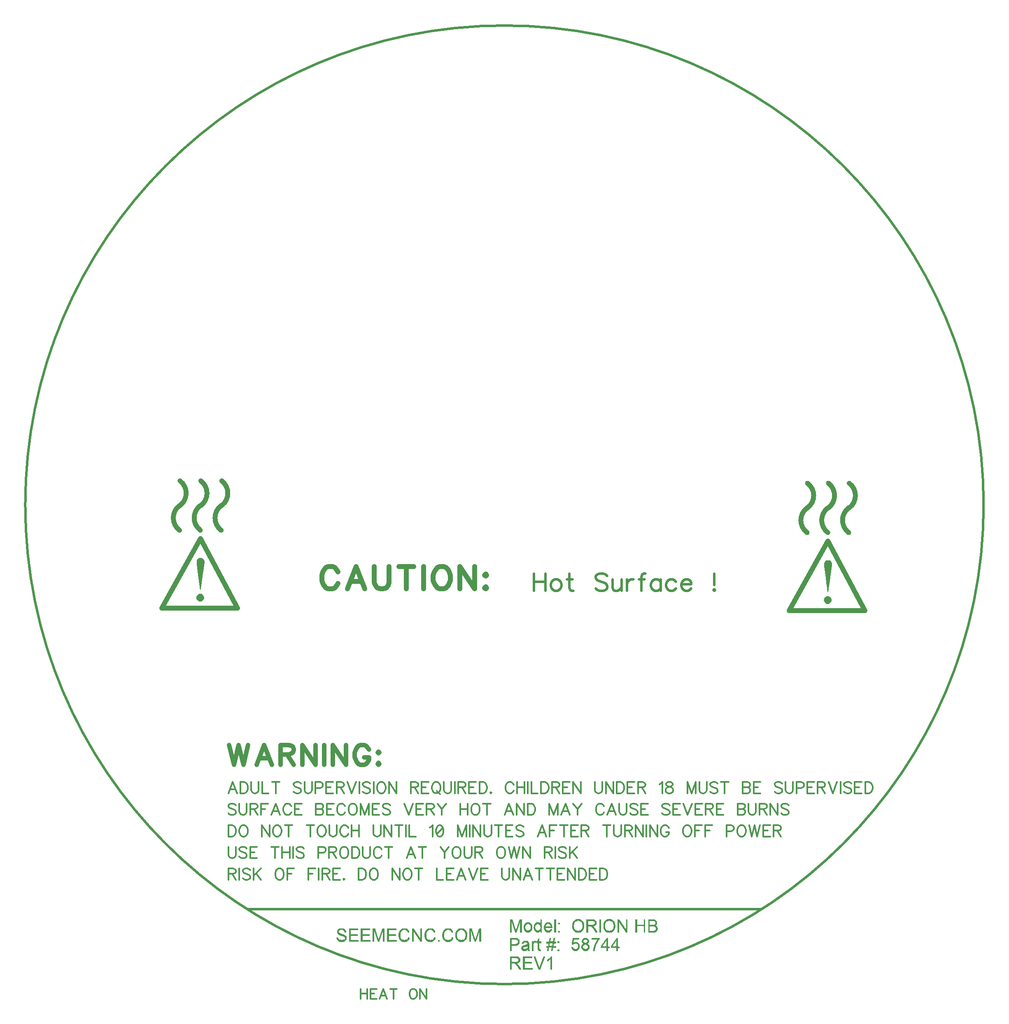
<source format=gbr>
G04 DipTrace 2.3.0.1*
%INTopSilk.gbr*%
%MOIN*%
%ADD12C,0.003*%
%ADD19C,0.04*%
%ADD20C,0.02*%
%ADD31C,0.0216*%
%ADD32C,0.0394*%
%ADD33C,0.0139*%
%ADD34C,0.035*%
%ADD36C,0.0124*%
%FSLAX44Y44*%
G04*
G70*
G90*
G75*
G01*
%LNTopSilk*%
%LPD*%
X19494Y38872D2*
D19*
X25619D1*
X19494D2*
X22619Y44497D1*
X25619Y38872D2*
X22619Y44497D1*
X20932Y45185D2*
G02X20932Y47185I750J1000D01*
G01*
X20973Y49185D2*
G02X20973Y47185I-750J-1000D01*
G01*
X24307Y45185D2*
G02X24307Y47185I750J1000D01*
G01*
X24348Y49185D2*
G02X24348Y47185I-750J-1000D01*
G01*
X22619Y45185D2*
G02X22619Y47185I750J1000D01*
G01*
X22661Y49185D2*
G02X22661Y47185I-750J-1000D01*
G01*
X70307Y38685D2*
X76432D1*
X70307D2*
X73432Y44310D1*
X76432Y38685D2*
X73432Y44310D1*
X71744Y44997D2*
G02X71744Y46997I750J1000D01*
G01*
X71786Y48997D2*
G02X71786Y46997I-750J-1000D01*
G01*
X75119Y44997D2*
G02X75119Y46997I750J1000D01*
G01*
X75161Y48997D2*
G02X75161Y46997I-750J-1000D01*
G01*
X73432Y44997D2*
G02X73432Y46997I750J1000D01*
G01*
X73474Y48997D2*
G02X73474Y46997I-750J-1000D01*
G01*
X8444Y47247D2*
D20*
G02X8444Y47247I38800J0D01*
G01*
X26494Y14497D2*
X67994D1*
X22532Y42950D2*
D12*
X22712D1*
X22479Y42920D2*
X22765D1*
X22435Y42890D2*
X22808D1*
X22403Y42860D2*
X22840D1*
X22380Y42830D2*
X22863D1*
X22362Y42800D2*
X22882D1*
X22346Y42770D2*
X22897D1*
X22335Y42740D2*
X22909D1*
X22328Y42710D2*
X22916D1*
X22324Y42680D2*
X22919D1*
X22323Y42650D2*
X22921D1*
X22322Y42620D2*
X22921D1*
X22322Y42590D2*
X22922D1*
X22322Y42560D2*
X22922D1*
X22322Y42530D2*
X22922D1*
X22322Y42500D2*
X22921D1*
X22322Y42470D2*
X22917D1*
X22323Y42440D2*
X22910D1*
X22327Y42410D2*
X22902D1*
X22334Y42380D2*
X22897D1*
X22342Y42350D2*
X22894D1*
X22347Y42320D2*
X22893D1*
X22350Y42290D2*
X22891D1*
X22351Y42260D2*
X22887D1*
X22352Y42230D2*
X22880D1*
X22353Y42200D2*
X22872D1*
X22357Y42170D2*
X22867D1*
X22364Y42140D2*
X22864D1*
X22372Y42110D2*
X22863D1*
X22377Y42080D2*
X22861D1*
X22380Y42050D2*
X22857D1*
X22381Y42020D2*
X22850D1*
X22383Y41990D2*
X22842D1*
X22387Y41960D2*
X22837D1*
X22394Y41930D2*
X22834D1*
X22402Y41900D2*
X22833D1*
X22407Y41870D2*
X22831D1*
X22410Y41840D2*
X22827D1*
X22411Y41810D2*
X22820D1*
X22412Y41780D2*
X22812D1*
X22413Y41750D2*
X22807D1*
X22417Y41720D2*
X22804D1*
X22424Y41690D2*
X22803D1*
X22432Y41660D2*
X22801D1*
X22437Y41630D2*
X22797D1*
X22440Y41600D2*
X22790D1*
X22441Y41570D2*
X22782D1*
X22442Y41540D2*
X22777D1*
X22443Y41510D2*
X22774D1*
X22447Y41480D2*
X22773D1*
X22454Y41450D2*
X22771D1*
X22462Y41420D2*
X22767D1*
X22467Y41390D2*
X22760D1*
X22470Y41360D2*
X22752D1*
X22471Y41330D2*
X22747D1*
X22472Y41300D2*
X22744D1*
X22473Y41270D2*
X22743D1*
X22477Y41240D2*
X22741D1*
X22484Y41210D2*
X22737D1*
X22492Y41180D2*
X22730D1*
X22497Y41150D2*
X22722D1*
X22500Y41120D2*
X22717D1*
X22501Y41090D2*
X22714D1*
X22502Y41060D2*
X22713D1*
X22503Y41030D2*
X22711D1*
X22507Y41000D2*
X22707D1*
X22514Y40970D2*
X22700D1*
X22522Y40940D2*
X22692D1*
X22527Y40910D2*
X22687D1*
X22530Y40880D2*
X22684D1*
X22531Y40850D2*
X22683D1*
X22533Y40820D2*
X22681D1*
X22537Y40790D2*
X22677D1*
X22544Y40760D2*
X22670D1*
X22552Y40730D2*
X22662D1*
X22557Y40700D2*
X22657D1*
X22560Y40670D2*
X22654D1*
X22561Y40640D2*
X22653D1*
X22562Y40610D2*
X22651D1*
X22563Y40580D2*
X22647D1*
X22567Y40550D2*
X22640D1*
X22574Y40520D2*
X22632D1*
X22582Y40490D2*
X22627D1*
X22587Y40460D2*
X22624D1*
X22590Y40430D2*
X22623D1*
X22592Y40400D2*
X22622D1*
X22502Y40040D2*
X22682D1*
X22458Y40010D2*
X22726D1*
X22419Y39980D2*
X22764D1*
X22386Y39950D2*
X22797D1*
X22359Y39920D2*
X22825D1*
X22340Y39890D2*
X22848D1*
X22325Y39860D2*
X22866D1*
X22313Y39830D2*
X22878D1*
X22303Y39800D2*
X22886D1*
X22297Y39770D2*
X22889D1*
X22295Y39740D2*
X22891D1*
X22298Y39710D2*
X22890D1*
X22304Y39680D2*
X22887D1*
X22313Y39650D2*
X22878D1*
X22323Y39620D2*
X22866D1*
X22338Y39590D2*
X22848D1*
X22359Y39560D2*
X22825D1*
X22386Y39530D2*
X22798D1*
X22419Y39500D2*
X22765D1*
X22458Y39470D2*
X22725D1*
X22502Y39440D2*
X22682D1*
X73344Y42762D2*
X73524D1*
X73291Y42732D2*
X73577D1*
X73248Y42702D2*
X73621D1*
X73216Y42672D2*
X73653D1*
X73193Y42642D2*
X73676D1*
X73174Y42612D2*
X73694D1*
X73159Y42582D2*
X73710D1*
X73147Y42552D2*
X73721D1*
X73140Y42522D2*
X73728D1*
X73137Y42492D2*
X73732D1*
X73135Y42462D2*
X73733D1*
X73135Y42432D2*
X73734D1*
X73134Y42402D2*
X73734D1*
X73134Y42372D2*
X73734D1*
X73134Y42342D2*
X73734D1*
X73134Y42312D2*
X73733D1*
X73134Y42282D2*
X73729D1*
X73136Y42252D2*
X73722D1*
X73139Y42222D2*
X73714D1*
X73147Y42192D2*
X73709D1*
X73154Y42162D2*
X73706D1*
X73159Y42132D2*
X73705D1*
X73162Y42102D2*
X73703D1*
X73163Y42072D2*
X73699D1*
X73164Y42042D2*
X73692D1*
X73165Y42012D2*
X73684D1*
X73169Y41982D2*
X73679D1*
X73176Y41952D2*
X73676D1*
X73184Y41922D2*
X73675D1*
X73189Y41892D2*
X73673D1*
X73192Y41862D2*
X73669D1*
X73194Y41832D2*
X73662D1*
X73195Y41802D2*
X73654D1*
X73199Y41772D2*
X73649D1*
X73206Y41742D2*
X73646D1*
X73214Y41712D2*
X73645D1*
X73219Y41682D2*
X73643D1*
X73222Y41652D2*
X73639D1*
X73223Y41622D2*
X73632D1*
X73224Y41592D2*
X73624D1*
X73225Y41562D2*
X73619D1*
X73229Y41532D2*
X73616D1*
X73236Y41502D2*
X73615D1*
X73244Y41472D2*
X73613D1*
X73249Y41442D2*
X73609D1*
X73252Y41412D2*
X73602D1*
X73253Y41382D2*
X73594D1*
X73254Y41352D2*
X73589D1*
X73255Y41322D2*
X73586D1*
X73259Y41292D2*
X73585D1*
X73266Y41262D2*
X73583D1*
X73274Y41232D2*
X73579D1*
X73279Y41202D2*
X73572D1*
X73282Y41172D2*
X73564D1*
X73283Y41142D2*
X73559D1*
X73284Y41112D2*
X73556D1*
X73285Y41082D2*
X73555D1*
X73289Y41052D2*
X73553D1*
X73296Y41022D2*
X73549D1*
X73304Y40992D2*
X73542D1*
X73309Y40962D2*
X73534D1*
X73312Y40932D2*
X73529D1*
X73313Y40902D2*
X73526D1*
X73314Y40872D2*
X73525D1*
X73315Y40842D2*
X73523D1*
X73319Y40812D2*
X73519D1*
X73326Y40782D2*
X73512D1*
X73334Y40752D2*
X73504D1*
X73339Y40722D2*
X73499D1*
X73342Y40692D2*
X73496D1*
X73344Y40662D2*
X73495D1*
X73345Y40632D2*
X73493D1*
X73349Y40602D2*
X73489D1*
X73356Y40572D2*
X73482D1*
X73364Y40542D2*
X73474D1*
X73369Y40512D2*
X73469D1*
X73372Y40482D2*
X73466D1*
X73373Y40452D2*
X73465D1*
X73374Y40422D2*
X73463D1*
X73375Y40392D2*
X73459D1*
X73379Y40362D2*
X73452D1*
X73386Y40332D2*
X73444D1*
X73394Y40302D2*
X73439D1*
X73399Y40272D2*
X73436D1*
X73402Y40242D2*
X73435D1*
X73404Y40212D2*
X73434D1*
X73314Y39852D2*
X73494D1*
X73270Y39822D2*
X73538D1*
X73232Y39792D2*
X73577D1*
X73199Y39762D2*
X73610D1*
X73172Y39732D2*
X73638D1*
X73152Y39702D2*
X73660D1*
X73138Y39672D2*
X73678D1*
X73126Y39642D2*
X73691D1*
X73116Y39612D2*
X73698D1*
X73110Y39582D2*
X73702D1*
X73108Y39552D2*
X73703D1*
X73110Y39522D2*
X73703D1*
X73117Y39492D2*
X73699D1*
X73126Y39462D2*
X73691D1*
X73136Y39432D2*
X73678D1*
X73151Y39402D2*
X73661D1*
X73172Y39372D2*
X73638D1*
X73199Y39342D2*
X73610D1*
X73231Y39312D2*
X73577D1*
X73271Y39282D2*
X73538D1*
X73314Y39252D2*
X73494D1*
X53094Y13710D2*
X53304D1*
X55614D2*
X55824D1*
X47694Y13680D2*
X47874D1*
X48474D2*
X48624D1*
X50154D2*
X50244D1*
X51264D2*
X51384D1*
X53026D2*
X53372D1*
X53874D2*
X54474D1*
X54924D2*
X55044D1*
X55546D2*
X55892D1*
X56394D2*
X56514D1*
X57084D2*
X57174D1*
X57834D2*
X57954D1*
X58524D2*
X58614D1*
X58884D2*
X59364D1*
X47694Y13650D2*
X47878D1*
X48459D2*
X48624D1*
X50154D2*
X50244D1*
X51264D2*
X51384D1*
X52970D2*
X53428D1*
X53874D2*
X54531D1*
X54924D2*
X55044D1*
X55490D2*
X55948D1*
X56394D2*
X56539D1*
X57084D2*
X57174D1*
X57834D2*
X57954D1*
X58524D2*
X58614D1*
X58884D2*
X59421D1*
X47694Y13620D2*
X47886D1*
X48446D2*
X48624D1*
X50154D2*
X50244D1*
X51264D2*
X51384D1*
X52925D2*
X53472D1*
X53874D2*
X54578D1*
X54924D2*
X55044D1*
X55445D2*
X55992D1*
X56394D2*
X56562D1*
X57084D2*
X57174D1*
X57834D2*
X57954D1*
X58524D2*
X58614D1*
X58884D2*
X59468D1*
X47694Y13590D2*
X47895D1*
X48435D2*
X48624D1*
X50154D2*
X50244D1*
X51264D2*
X51384D1*
X52889D2*
X53106D1*
X53292D2*
X53509D1*
X53874D2*
X54612D1*
X54924D2*
X55044D1*
X55409D2*
X55626D1*
X55812D2*
X56029D1*
X56394D2*
X56583D1*
X57084D2*
X57174D1*
X57834D2*
X57954D1*
X58524D2*
X58614D1*
X58884D2*
X59502D1*
X47694Y13560D2*
X47904D1*
X48424D2*
X48624D1*
X50154D2*
X50244D1*
X51264D2*
X51384D1*
X52857D2*
X53040D1*
X53357D2*
X53541D1*
X53874D2*
X53994D1*
X54438D2*
X54638D1*
X54924D2*
X55044D1*
X55377D2*
X55560D1*
X55877D2*
X56061D1*
X56394D2*
X56604D1*
X57084D2*
X57174D1*
X57834D2*
X57954D1*
X58524D2*
X58614D1*
X58884D2*
X58974D1*
X59393D2*
X59528D1*
X47694Y13530D2*
X47914D1*
X48414D2*
X48624D1*
X50154D2*
X50244D1*
X51264D2*
X51384D1*
X52830D2*
X52990D1*
X53407D2*
X53568D1*
X53874D2*
X53994D1*
X54484D2*
X54657D1*
X54924D2*
X55044D1*
X55350D2*
X55510D1*
X55927D2*
X56088D1*
X56394D2*
X56624D1*
X57084D2*
X57174D1*
X57834D2*
X57954D1*
X58524D2*
X58614D1*
X58884D2*
X58974D1*
X59419D2*
X59547D1*
X47694Y13500D2*
X47924D1*
X48404D2*
X48624D1*
X50154D2*
X50244D1*
X51264D2*
X51384D1*
X52807D2*
X52952D1*
X53446D2*
X53590D1*
X53874D2*
X53994D1*
X54519D2*
X54670D1*
X54924D2*
X55044D1*
X55327D2*
X55472D1*
X55966D2*
X56110D1*
X56394D2*
X56644D1*
X57084D2*
X57174D1*
X57834D2*
X57954D1*
X58524D2*
X58614D1*
X58884D2*
X58974D1*
X59440D2*
X59560D1*
X47694Y13470D2*
X47784D1*
X47845D2*
X47934D1*
X48394D2*
X48624D1*
X50154D2*
X50244D1*
X51264D2*
X51384D1*
X52790D2*
X52922D1*
X53475D2*
X53608D1*
X53874D2*
X53994D1*
X54546D2*
X54677D1*
X54924D2*
X55044D1*
X55310D2*
X55442D1*
X55995D2*
X56128D1*
X56394D2*
X56664D1*
X57084D2*
X57174D1*
X57834D2*
X57954D1*
X58524D2*
X58614D1*
X58884D2*
X58974D1*
X59457D2*
X59567D1*
X47694Y13440D2*
X47784D1*
X47849D2*
X47944D1*
X48384D2*
X48624D1*
X49044D2*
X49224D1*
X49824D2*
X50004D1*
X50153D2*
X50244D1*
X50664D2*
X50874D1*
X51264D2*
X51384D1*
X52776D2*
X52898D1*
X53496D2*
X53621D1*
X53874D2*
X53994D1*
X54555D2*
X54681D1*
X54924D2*
X55044D1*
X55296D2*
X55418D1*
X56016D2*
X56141D1*
X56394D2*
X56684D1*
X57084D2*
X57174D1*
X57834D2*
X57954D1*
X58524D2*
X58614D1*
X58884D2*
X58974D1*
X59469D2*
X59571D1*
X47694Y13410D2*
X47784D1*
X47856D2*
X47954D1*
X48374D2*
X48443D1*
X48504D2*
X48624D1*
X48990D2*
X49281D1*
X49780D2*
X50055D1*
X50148D2*
X50244D1*
X50620D2*
X50918D1*
X51264D2*
X51384D1*
X51594D2*
X51714D1*
X52765D2*
X52880D1*
X53510D2*
X53633D1*
X53874D2*
X53994D1*
X54559D2*
X54683D1*
X54924D2*
X55044D1*
X55285D2*
X55400D1*
X56030D2*
X56153D1*
X56394D2*
X56514D1*
X56580D2*
X56704D1*
X57084D2*
X57174D1*
X57834D2*
X57954D1*
X58524D2*
X58614D1*
X58884D2*
X58974D1*
X59475D2*
X59573D1*
X47694Y13380D2*
X47784D1*
X47865D2*
X47964D1*
X48364D2*
X48439D1*
X48504D2*
X48624D1*
X48943D2*
X49329D1*
X49742D2*
X50117D1*
X50138D2*
X50244D1*
X50581D2*
X50956D1*
X51264D2*
X51384D1*
X51594D2*
X51714D1*
X52754D2*
X52867D1*
X53522D2*
X53643D1*
X53874D2*
X53994D1*
X54559D2*
X54682D1*
X54924D2*
X55044D1*
X55274D2*
X55387D1*
X56042D2*
X56163D1*
X56394D2*
X56514D1*
X56591D2*
X56724D1*
X57084D2*
X57174D1*
X57834D2*
X57954D1*
X58524D2*
X58614D1*
X58884D2*
X58974D1*
X59468D2*
X59572D1*
X47694Y13350D2*
X47784D1*
X47874D2*
X47974D1*
X48354D2*
X48431D1*
X48504D2*
X48624D1*
X48907D2*
X49366D1*
X49712D2*
X50244D1*
X50548D2*
X50989D1*
X51264D2*
X51384D1*
X51594D2*
X51714D1*
X52745D2*
X52860D1*
X53532D2*
X53653D1*
X53874D2*
X53994D1*
X54544D2*
X54679D1*
X54924D2*
X55044D1*
X55265D2*
X55380D1*
X56052D2*
X56173D1*
X56394D2*
X56514D1*
X56607D2*
X56744D1*
X57084D2*
X57174D1*
X57834D2*
X57954D1*
X58524D2*
X58614D1*
X58884D2*
X58974D1*
X59455D2*
X59567D1*
X47694Y13320D2*
X47784D1*
X47884D2*
X47983D1*
X48344D2*
X48423D1*
X48504D2*
X48624D1*
X48881D2*
X49051D1*
X49218D2*
X49396D1*
X49688D2*
X49860D1*
X49998D2*
X50244D1*
X50520D2*
X50664D1*
X50874D2*
X51016D1*
X51264D2*
X51384D1*
X51594D2*
X51714D1*
X52739D2*
X52855D1*
X53540D2*
X53658D1*
X53874D2*
X53994D1*
X54519D2*
X54670D1*
X54924D2*
X55044D1*
X55259D2*
X55375D1*
X56060D2*
X56178D1*
X56394D2*
X56514D1*
X56625D2*
X56764D1*
X57084D2*
X57174D1*
X57834D2*
X57954D1*
X58524D2*
X58614D1*
X58884D2*
X58974D1*
X59438D2*
X59556D1*
X47694Y13290D2*
X47784D1*
X47894D2*
X47990D1*
X48334D2*
X48414D1*
X48504D2*
X48624D1*
X48860D2*
X49007D1*
X49264D2*
X49419D1*
X49670D2*
X49813D1*
X50044D2*
X50244D1*
X50498D2*
X50634D1*
X50903D2*
X51036D1*
X51264D2*
X51384D1*
X52736D2*
X52850D1*
X53546D2*
X53662D1*
X53874D2*
X53994D1*
X54482D2*
X54657D1*
X54924D2*
X55044D1*
X55256D2*
X55370D1*
X56066D2*
X56182D1*
X56394D2*
X56514D1*
X56644D2*
X56784D1*
X57084D2*
X57174D1*
X57834D2*
X57954D1*
X58524D2*
X58614D1*
X58884D2*
X58974D1*
X59400D2*
X59539D1*
X47694Y13260D2*
X47784D1*
X47904D2*
X47997D1*
X48324D2*
X48404D1*
X48504D2*
X48624D1*
X48843D2*
X48976D1*
X49300D2*
X49437D1*
X49656D2*
X49778D1*
X50079D2*
X50244D1*
X50480D2*
X50605D1*
X50929D2*
X51050D1*
X51264D2*
X51384D1*
X52735D2*
X52842D1*
X53555D2*
X53663D1*
X53874D2*
X53994D1*
X54435D2*
X54639D1*
X54924D2*
X55044D1*
X55255D2*
X55362D1*
X56075D2*
X56183D1*
X56394D2*
X56514D1*
X56664D2*
X56804D1*
X57084D2*
X57174D1*
X57834D2*
X58614D1*
X58884D2*
X58974D1*
X59354D2*
X59517D1*
X47694Y13230D2*
X47784D1*
X47914D2*
X48005D1*
X48314D2*
X48394D1*
X48504D2*
X48624D1*
X48828D2*
X48953D1*
X49327D2*
X49450D1*
X49645D2*
X49752D1*
X50103D2*
X50244D1*
X50467D2*
X50580D1*
X50950D2*
X51062D1*
X51264D2*
X51384D1*
X52734D2*
X52834D1*
X53563D2*
X53663D1*
X53874D2*
X54611D1*
X54924D2*
X55044D1*
X55254D2*
X55354D1*
X56083D2*
X56183D1*
X56394D2*
X56514D1*
X56684D2*
X56824D1*
X57084D2*
X57174D1*
X57834D2*
X58614D1*
X58884D2*
X59488D1*
X47694Y13200D2*
X47784D1*
X47924D2*
X48014D1*
X48304D2*
X48384D1*
X48504D2*
X48624D1*
X48817D2*
X48937D1*
X49346D2*
X49458D1*
X49634D2*
X49741D1*
X50119D2*
X50244D1*
X50459D2*
X50562D1*
X50968D2*
X51072D1*
X51264D2*
X51384D1*
X52734D2*
X52829D1*
X53569D2*
X53664D1*
X53874D2*
X54573D1*
X54924D2*
X55044D1*
X55254D2*
X55349D1*
X56089D2*
X56184D1*
X56394D2*
X56514D1*
X56704D2*
X56844D1*
X57084D2*
X57174D1*
X57834D2*
X58614D1*
X58884D2*
X59454D1*
X47694Y13170D2*
X47784D1*
X47934D2*
X48024D1*
X48294D2*
X48374D1*
X48504D2*
X48624D1*
X48810D2*
X48925D1*
X49360D2*
X49461D1*
X49625D2*
X49732D1*
X50132D2*
X50244D1*
X50451D2*
X50552D1*
X50980D2*
X51078D1*
X51264D2*
X51384D1*
X52734D2*
X52827D1*
X53570D2*
X53664D1*
X53874D2*
X54524D1*
X54924D2*
X55044D1*
X55254D2*
X55347D1*
X56090D2*
X56184D1*
X56394D2*
X56514D1*
X56724D2*
X56864D1*
X57084D2*
X57174D1*
X57834D2*
X58614D1*
X58884D2*
X59494D1*
X47694Y13140D2*
X47784D1*
X47944D2*
X48034D1*
X48284D2*
X48364D1*
X48504D2*
X48624D1*
X48806D2*
X48914D1*
X49367D2*
X49463D1*
X49619D2*
X49723D1*
X50142D2*
X50244D1*
X50443D2*
X50547D1*
X50988D2*
X51081D1*
X51264D2*
X51384D1*
X52734D2*
X52830D1*
X53568D2*
X53664D1*
X53874D2*
X54470D1*
X54924D2*
X55044D1*
X55254D2*
X55350D1*
X56088D2*
X56184D1*
X56394D2*
X56514D1*
X56744D2*
X56884D1*
X57084D2*
X57174D1*
X57834D2*
X57954D1*
X58524D2*
X58614D1*
X58884D2*
X59532D1*
X47694Y13110D2*
X47784D1*
X47954D2*
X48044D1*
X48274D2*
X48354D1*
X48504D2*
X48624D1*
X48805D2*
X48905D1*
X49371D2*
X49463D1*
X49616D2*
X49714D1*
X50148D2*
X50244D1*
X50434D2*
X51083D1*
X51264D2*
X51384D1*
X52734D2*
X52836D1*
X53561D2*
X53664D1*
X53874D2*
X53994D1*
X54258D2*
X54414D1*
X54924D2*
X55044D1*
X55254D2*
X55356D1*
X56081D2*
X56184D1*
X56394D2*
X56514D1*
X56764D2*
X56904D1*
X57084D2*
X57174D1*
X57834D2*
X57954D1*
X58524D2*
X58614D1*
X58884D2*
X58974D1*
X59387D2*
X59562D1*
X47694Y13080D2*
X47784D1*
X47964D2*
X48054D1*
X48264D2*
X48344D1*
X48504D2*
X48624D1*
X48804D2*
X48899D1*
X49373D2*
X49464D1*
X49615D2*
X49709D1*
X50151D2*
X50244D1*
X50429D2*
X51083D1*
X51264D2*
X51384D1*
X52734D2*
X52844D1*
X53554D2*
X53664D1*
X53874D2*
X53994D1*
X54304D2*
X54456D1*
X54924D2*
X55044D1*
X55254D2*
X55364D1*
X56074D2*
X56184D1*
X56394D2*
X56514D1*
X56784D2*
X56924D1*
X57084D2*
X57174D1*
X57834D2*
X57954D1*
X58524D2*
X58614D1*
X58884D2*
X58974D1*
X59430D2*
X59584D1*
X47694Y13050D2*
X47784D1*
X47974D2*
X48064D1*
X48254D2*
X48334D1*
X48504D2*
X48624D1*
X48804D2*
X48897D1*
X49373D2*
X49464D1*
X49614D2*
X49707D1*
X50153D2*
X50244D1*
X50426D2*
X51084D1*
X51264D2*
X51384D1*
X52735D2*
X52849D1*
X53549D2*
X53663D1*
X53874D2*
X53994D1*
X54340D2*
X54491D1*
X54924D2*
X55044D1*
X55255D2*
X55369D1*
X56069D2*
X56183D1*
X56394D2*
X56514D1*
X56804D2*
X56944D1*
X57084D2*
X57174D1*
X57834D2*
X57954D1*
X58524D2*
X58614D1*
X58884D2*
X58974D1*
X59462D2*
X59600D1*
X47694Y13020D2*
X47784D1*
X47984D2*
X48074D1*
X48244D2*
X48324D1*
X48504D2*
X48624D1*
X48804D2*
X48900D1*
X49374D2*
X49464D1*
X49614D2*
X49710D1*
X50153D2*
X50244D1*
X50426D2*
X51084D1*
X51264D2*
X51384D1*
X52739D2*
X52853D1*
X53545D2*
X53659D1*
X53874D2*
X53994D1*
X54368D2*
X54518D1*
X54924D2*
X55044D1*
X55259D2*
X55373D1*
X56065D2*
X56179D1*
X56394D2*
X56514D1*
X56824D2*
X56964D1*
X57084D2*
X57174D1*
X57834D2*
X57954D1*
X58524D2*
X58614D1*
X58884D2*
X58974D1*
X59484D2*
X59612D1*
X47694Y12990D2*
X47784D1*
X47994D2*
X48084D1*
X48234D2*
X48314D1*
X48504D2*
X48624D1*
X48805D2*
X48906D1*
X49373D2*
X49464D1*
X49615D2*
X49716D1*
X50152D2*
X50244D1*
X50429D2*
X50544D1*
X51264D2*
X51384D1*
X52746D2*
X52858D1*
X53539D2*
X53651D1*
X53874D2*
X53994D1*
X54392D2*
X54541D1*
X54924D2*
X55044D1*
X55266D2*
X55378D1*
X56059D2*
X56171D1*
X56394D2*
X56514D1*
X56844D2*
X56985D1*
X57083D2*
X57174D1*
X57834D2*
X57954D1*
X58524D2*
X58614D1*
X58884D2*
X58974D1*
X59499D2*
X59622D1*
X47694Y12960D2*
X47784D1*
X48004D2*
X48094D1*
X48224D2*
X48304D1*
X48504D2*
X48624D1*
X48809D2*
X48915D1*
X49369D2*
X49464D1*
X49619D2*
X49725D1*
X50149D2*
X50244D1*
X50436D2*
X50545D1*
X51264D2*
X51384D1*
X52755D2*
X52867D1*
X53531D2*
X53643D1*
X53874D2*
X53994D1*
X54417D2*
X54563D1*
X54924D2*
X55044D1*
X55275D2*
X55387D1*
X56051D2*
X56163D1*
X56394D2*
X56514D1*
X56864D2*
X57011D1*
X57078D2*
X57174D1*
X57834D2*
X57954D1*
X58524D2*
X58614D1*
X58884D2*
X58974D1*
X59506D2*
X59628D1*
X47694Y12930D2*
X47784D1*
X48014D2*
X48105D1*
X48212D2*
X48294D1*
X48504D2*
X48624D1*
X48816D2*
X48924D1*
X49360D2*
X49463D1*
X49626D2*
X49734D1*
X50140D2*
X50244D1*
X50445D2*
X50550D1*
X51264D2*
X51384D1*
X52764D2*
X52880D1*
X53518D2*
X53634D1*
X53874D2*
X53994D1*
X54441D2*
X54583D1*
X54924D2*
X55044D1*
X55284D2*
X55400D1*
X56038D2*
X56154D1*
X56394D2*
X56514D1*
X56884D2*
X57045D1*
X57068D2*
X57174D1*
X57834D2*
X57954D1*
X58524D2*
X58614D1*
X58884D2*
X58974D1*
X59506D2*
X59630D1*
X47694Y12900D2*
X47784D1*
X48024D2*
X48120D1*
X48197D2*
X48284D1*
X48504D2*
X48624D1*
X48825D2*
X48935D1*
X49347D2*
X49459D1*
X49635D2*
X49745D1*
X50128D2*
X50244D1*
X50454D2*
X50562D1*
X50994D2*
X51024D1*
X51264D2*
X51384D1*
X52775D2*
X52897D1*
X53500D2*
X53622D1*
X53874D2*
X53994D1*
X54461D2*
X54604D1*
X54924D2*
X55044D1*
X55295D2*
X55417D1*
X56020D2*
X56142D1*
X56394D2*
X56514D1*
X56904D2*
X57174D1*
X57834D2*
X57954D1*
X58524D2*
X58614D1*
X58884D2*
X58974D1*
X59499D2*
X59628D1*
X47694Y12870D2*
X47784D1*
X48034D2*
X48144D1*
X48174D2*
X48274D1*
X48504D2*
X48624D1*
X48834D2*
X48951D1*
X49328D2*
X49450D1*
X49644D2*
X49761D1*
X50110D2*
X50244D1*
X50465D2*
X50584D1*
X50972D2*
X51052D1*
X51264D2*
X51384D1*
X52789D2*
X52920D1*
X53477D2*
X53608D1*
X53874D2*
X53994D1*
X54479D2*
X54624D1*
X54924D2*
X55044D1*
X55309D2*
X55440D1*
X55997D2*
X56128D1*
X56394D2*
X56514D1*
X56924D2*
X57174D1*
X57834D2*
X57954D1*
X58524D2*
X58614D1*
X58884D2*
X58974D1*
X59486D2*
X59620D1*
X47694Y12840D2*
X47784D1*
X48044D2*
X48264D1*
X48504D2*
X48624D1*
X48845D2*
X48972D1*
X49303D2*
X49438D1*
X49655D2*
X49782D1*
X50087D2*
X50244D1*
X50478D2*
X50613D1*
X50948D2*
X51060D1*
X51264D2*
X51384D1*
X52807D2*
X52950D1*
X53448D2*
X53591D1*
X53874D2*
X53994D1*
X54496D2*
X54644D1*
X54924D2*
X55044D1*
X55327D2*
X55470D1*
X55968D2*
X56111D1*
X56394D2*
X56514D1*
X56944D2*
X57174D1*
X57834D2*
X57954D1*
X58524D2*
X58614D1*
X58884D2*
X58974D1*
X59464D2*
X59609D1*
X47694Y12810D2*
X47784D1*
X48054D2*
X48254D1*
X48504D2*
X48624D1*
X48859D2*
X49036D1*
X49235D2*
X49420D1*
X49669D2*
X49846D1*
X50033D2*
X50244D1*
X50493D2*
X50681D1*
X50883D2*
X51052D1*
X51264D2*
X51384D1*
X52830D2*
X52995D1*
X53403D2*
X53568D1*
X53874D2*
X53994D1*
X54515D2*
X54664D1*
X54924D2*
X55044D1*
X55350D2*
X55515D1*
X55923D2*
X56088D1*
X56394D2*
X56514D1*
X56964D2*
X57174D1*
X57834D2*
X57954D1*
X58524D2*
X58614D1*
X58884D2*
X58974D1*
X59429D2*
X59595D1*
X47694Y12780D2*
X47784D1*
X48064D2*
X48244D1*
X48504D2*
X48624D1*
X48878D2*
X49134D1*
X49135D2*
X49397D1*
X49688D2*
X49944D1*
X49952D2*
X50244D1*
X50513D2*
X50782D1*
X50784D2*
X51040D1*
X51264D2*
X51384D1*
X52856D2*
X53076D1*
X53321D2*
X53541D1*
X53874D2*
X53994D1*
X54535D2*
X54684D1*
X54924D2*
X55044D1*
X55376D2*
X55596D1*
X55841D2*
X56061D1*
X56394D2*
X56514D1*
X56984D2*
X57174D1*
X57834D2*
X57954D1*
X58524D2*
X58614D1*
X58884D2*
X58974D1*
X59384D2*
X59578D1*
X47694Y12750D2*
X47784D1*
X48074D2*
X48234D1*
X48504D2*
X48624D1*
X48906D2*
X49369D1*
X49716D2*
X50244D1*
X50540D2*
X51011D1*
X51264D2*
X51384D1*
X51594D2*
X51714D1*
X52886D2*
X53206D1*
X53192D2*
X53511D1*
X53874D2*
X53994D1*
X54554D2*
X54703D1*
X54924D2*
X55044D1*
X55406D2*
X55726D1*
X55712D2*
X56031D1*
X56394D2*
X56514D1*
X57004D2*
X57174D1*
X57834D2*
X57954D1*
X58524D2*
X58614D1*
X58884D2*
X59553D1*
X47694Y12720D2*
X47784D1*
X48084D2*
X48224D1*
X48504D2*
X48624D1*
X48945D2*
X49331D1*
X49755D2*
X50088D1*
X50154D2*
X50244D1*
X50575D2*
X50973D1*
X51264D2*
X51384D1*
X51594D2*
X51714D1*
X52922D2*
X53476D1*
X53874D2*
X53994D1*
X54575D2*
X54719D1*
X54924D2*
X55044D1*
X55442D2*
X55996D1*
X56394D2*
X56514D1*
X57023D2*
X57174D1*
X57834D2*
X57954D1*
X58524D2*
X58614D1*
X58884D2*
X59514D1*
X47694Y12690D2*
X47784D1*
X48098D2*
X48213D1*
X48504D2*
X48624D1*
X48992D2*
X49281D1*
X49802D2*
X50048D1*
X50154D2*
X50244D1*
X50618D2*
X50925D1*
X51264D2*
X51384D1*
X51594D2*
X51714D1*
X52968D2*
X53429D1*
X53874D2*
X53994D1*
X54598D2*
X54732D1*
X54924D2*
X55044D1*
X55488D2*
X55949D1*
X56394D2*
X56514D1*
X57040D2*
X57174D1*
X57834D2*
X57954D1*
X58524D2*
X58614D1*
X58884D2*
X59458D1*
X47694Y12660D2*
X47784D1*
X48114D2*
X48204D1*
X48504D2*
X48624D1*
X49044D2*
X49224D1*
X49854D2*
X50004D1*
X50154D2*
X50244D1*
X50664D2*
X50874D1*
X51264D2*
X51384D1*
X51594D2*
X51714D1*
X53027D2*
X53370D1*
X53874D2*
X53994D1*
X54624D2*
X54744D1*
X54924D2*
X55044D1*
X55547D2*
X55890D1*
X56394D2*
X56514D1*
X57054D2*
X57174D1*
X57834D2*
X57954D1*
X58524D2*
X58614D1*
X58884D2*
X59394D1*
X53094Y12630D2*
X53304D1*
X55614D2*
X55824D1*
X47694Y12180D2*
X48234D1*
X50904D2*
X50994D1*
X51234D2*
X51324D1*
X52764D2*
X53274D1*
X53694D2*
X53874D1*
X54294D2*
X54924D1*
X55524D2*
X55584D1*
X56334D2*
X56394D1*
X47694Y12150D2*
X48291D1*
X50004D2*
X50034D1*
X50894D2*
X50980D1*
X51224D2*
X51310D1*
X52764D2*
X53274D1*
X53641D2*
X53927D1*
X54294D2*
X54923D1*
X55498D2*
X55584D1*
X56308D2*
X56394D1*
X47694Y12120D2*
X48338D1*
X49976D2*
X50034D1*
X50885D2*
X50971D1*
X51215D2*
X51301D1*
X52764D2*
X53274D1*
X53597D2*
X53970D1*
X54294D2*
X54917D1*
X55476D2*
X55584D1*
X56286D2*
X56394D1*
X47694Y12090D2*
X48372D1*
X49956D2*
X50034D1*
X50879D2*
X50966D1*
X51209D2*
X51296D1*
X52763D2*
X53274D1*
X53566D2*
X54002D1*
X54294D2*
X54905D1*
X55454D2*
X55584D1*
X56264D2*
X56394D1*
X47694Y12060D2*
X47814D1*
X48223D2*
X48398D1*
X49949D2*
X50034D1*
X50875D2*
X50960D1*
X51205D2*
X51290D1*
X52759D2*
X52853D1*
X53543D2*
X53694D1*
X53863D2*
X54024D1*
X54778D2*
X54887D1*
X55430D2*
X55584D1*
X56240D2*
X56394D1*
X47694Y12030D2*
X47814D1*
X48262D2*
X48417D1*
X49946D2*
X50034D1*
X50870D2*
X50952D1*
X51200D2*
X51282D1*
X52752D2*
X52849D1*
X53529D2*
X53665D1*
X53902D2*
X54040D1*
X54756D2*
X54865D1*
X55407D2*
X55584D1*
X56217D2*
X56394D1*
X47694Y12000D2*
X47814D1*
X48291D2*
X48430D1*
X49945D2*
X50034D1*
X50862D2*
X50944D1*
X51192D2*
X51274D1*
X52744D2*
X52842D1*
X53520D2*
X53640D1*
X53929D2*
X54052D1*
X54735D2*
X54845D1*
X55385D2*
X55584D1*
X56195D2*
X56394D1*
X47694Y11970D2*
X47814D1*
X48312D2*
X48437D1*
X49944D2*
X50034D1*
X50854D2*
X50939D1*
X51184D2*
X51269D1*
X52739D2*
X52834D1*
X53517D2*
X53622D1*
X53950D2*
X54062D1*
X54714D2*
X54824D1*
X55364D2*
X55584D1*
X56174D2*
X56394D1*
X47694Y11940D2*
X47814D1*
X48327D2*
X48441D1*
X48834D2*
X49074D1*
X49644D2*
X49764D1*
X49944D2*
X50034D1*
X50849D2*
X50936D1*
X51178D2*
X51266D1*
X52735D2*
X52827D1*
X53515D2*
X53611D1*
X53956D2*
X54070D1*
X54694D2*
X54804D1*
X55344D2*
X55428D1*
X55494D2*
X55584D1*
X56154D2*
X56238D1*
X56304D2*
X56394D1*
X47694Y11910D2*
X47814D1*
X48339D2*
X48443D1*
X48776D2*
X49116D1*
X49464D2*
X49524D1*
X49608D2*
X50184D1*
X50846D2*
X50934D1*
X51174D2*
X51265D1*
X51534D2*
X51654D1*
X52730D2*
X52821D1*
X53514D2*
X53610D1*
X53958D2*
X54067D1*
X54674D2*
X54785D1*
X55324D2*
X55416D1*
X55494D2*
X55584D1*
X56134D2*
X56226D1*
X56304D2*
X56394D1*
X47694Y11880D2*
X47814D1*
X48336D2*
X48443D1*
X48730D2*
X49151D1*
X49464D2*
X49538D1*
X49568D2*
X50184D1*
X50634D2*
X51384D1*
X51534D2*
X51654D1*
X52722D2*
X52814D1*
X53515D2*
X53620D1*
X53948D2*
X54061D1*
X54654D2*
X54768D1*
X55304D2*
X55397D1*
X55494D2*
X55584D1*
X56114D2*
X56207D1*
X56304D2*
X56394D1*
X47694Y11850D2*
X47814D1*
X48330D2*
X48444D1*
X48695D2*
X49177D1*
X49464D2*
X49794D1*
X49854D2*
X50184D1*
X50634D2*
X51384D1*
X51534D2*
X51654D1*
X52714D2*
X52807D1*
X52914D2*
X53094D1*
X53520D2*
X53643D1*
X53932D2*
X54051D1*
X54635D2*
X54752D1*
X55284D2*
X55375D1*
X55494D2*
X55584D1*
X56094D2*
X56185D1*
X56304D2*
X56394D1*
X47694Y11820D2*
X47814D1*
X48321D2*
X48443D1*
X48670D2*
X48805D1*
X49033D2*
X49196D1*
X49464D2*
X49645D1*
X49764D2*
X49794D1*
X49854D2*
X50184D1*
X50634D2*
X51384D1*
X51534D2*
X51654D1*
X52709D2*
X52814D1*
X52840D2*
X53147D1*
X53530D2*
X53695D1*
X53874D2*
X54036D1*
X54618D2*
X54737D1*
X55264D2*
X55355D1*
X55494D2*
X55584D1*
X56074D2*
X56165D1*
X56304D2*
X56394D1*
X47694Y11790D2*
X47814D1*
X48306D2*
X48439D1*
X48652D2*
X48779D1*
X49072D2*
X49210D1*
X49464D2*
X49619D1*
X49944D2*
X50034D1*
X50634D2*
X51384D1*
X52705D2*
X53190D1*
X53557D2*
X53775D1*
X53780D2*
X54010D1*
X54602D2*
X54721D1*
X55243D2*
X55334D1*
X55494D2*
X55584D1*
X56053D2*
X56144D1*
X56304D2*
X56394D1*
X47694Y11760D2*
X47814D1*
X48280D2*
X48430D1*
X48637D2*
X48756D1*
X49099D2*
X49217D1*
X49464D2*
X49597D1*
X49944D2*
X50034D1*
X50814D2*
X50910D1*
X51143D2*
X51304D1*
X52700D2*
X53222D1*
X53593D2*
X53975D1*
X54588D2*
X54706D1*
X55220D2*
X55314D1*
X55494D2*
X55584D1*
X56030D2*
X56124D1*
X56304D2*
X56394D1*
X47694Y11730D2*
X47814D1*
X48242D2*
X48418D1*
X48658D2*
X48735D1*
X49119D2*
X49221D1*
X49464D2*
X49580D1*
X49944D2*
X50034D1*
X50809D2*
X50892D1*
X51139D2*
X51243D1*
X52694D2*
X52890D1*
X53087D2*
X53245D1*
X53634D2*
X53934D1*
X54575D2*
X54691D1*
X55197D2*
X55294D1*
X55494D2*
X55584D1*
X56007D2*
X56104D1*
X56304D2*
X56394D1*
X47694Y11700D2*
X47814D1*
X48195D2*
X48400D1*
X48684D2*
X48714D1*
X49126D2*
X49223D1*
X49464D2*
X49567D1*
X49944D2*
X50034D1*
X50802D2*
X50882D1*
X51132D2*
X51219D1*
X52691D2*
X52842D1*
X53130D2*
X53264D1*
X53594D2*
X53974D1*
X54565D2*
X54676D1*
X55175D2*
X55274D1*
X55494D2*
X55584D1*
X55985D2*
X56084D1*
X56304D2*
X56394D1*
X47694Y11670D2*
X48375D1*
X49076D2*
X49223D1*
X49464D2*
X49560D1*
X49944D2*
X50034D1*
X50794D2*
X50876D1*
X51124D2*
X51210D1*
X52709D2*
X52801D1*
X53162D2*
X53279D1*
X53556D2*
X54012D1*
X54553D2*
X54661D1*
X55154D2*
X55254D1*
X55494D2*
X55584D1*
X55964D2*
X56064D1*
X56304D2*
X56394D1*
X47694Y11640D2*
X48339D1*
X48994D2*
X49224D1*
X49464D2*
X49556D1*
X49944D2*
X50034D1*
X50789D2*
X50870D1*
X51119D2*
X51202D1*
X52734D2*
X52764D1*
X53184D2*
X53291D1*
X53525D2*
X53700D1*
X53868D2*
X54044D1*
X54540D2*
X54647D1*
X55134D2*
X55234D1*
X55494D2*
X55584D1*
X55944D2*
X56044D1*
X56304D2*
X56394D1*
X47694Y11610D2*
X48291D1*
X48892D2*
X49224D1*
X49464D2*
X49555D1*
X49944D2*
X50034D1*
X50786D2*
X50862D1*
X51116D2*
X51193D1*
X53199D2*
X53298D1*
X53503D2*
X53653D1*
X53914D2*
X54068D1*
X54527D2*
X54635D1*
X55114D2*
X55213D1*
X55494D2*
X55584D1*
X55924D2*
X56023D1*
X56304D2*
X56394D1*
X47694Y11580D2*
X48234D1*
X48797D2*
X49224D1*
X49464D2*
X49554D1*
X49944D2*
X50034D1*
X50785D2*
X50853D1*
X51115D2*
X51184D1*
X53207D2*
X53301D1*
X53488D2*
X53618D1*
X53949D2*
X54087D1*
X54515D2*
X54625D1*
X55094D2*
X55189D1*
X55494D2*
X55584D1*
X55904D2*
X55999D1*
X56304D2*
X56394D1*
X47694Y11550D2*
X47814D1*
X48726D2*
X49224D1*
X49464D2*
X49554D1*
X49944D2*
X50034D1*
X50784D2*
X50844D1*
X51114D2*
X51178D1*
X53211D2*
X53303D1*
X53475D2*
X53592D1*
X53973D2*
X54100D1*
X54505D2*
X54614D1*
X55075D2*
X55162D1*
X55494D2*
X55584D1*
X55885D2*
X55972D1*
X56304D2*
X56394D1*
X47694Y11520D2*
X47814D1*
X48671D2*
X49049D1*
X49134D2*
X49224D1*
X49464D2*
X49554D1*
X49944D2*
X50034D1*
X50634D2*
X51384D1*
X53213D2*
X53303D1*
X53465D2*
X53582D1*
X53989D2*
X54107D1*
X54494D2*
X54604D1*
X55060D2*
X55134D1*
X55494D2*
X55584D1*
X55870D2*
X55944D1*
X56304D2*
X56394D1*
X47694Y11490D2*
X47814D1*
X48646D2*
X48920D1*
X49133D2*
X49224D1*
X49464D2*
X49554D1*
X49944D2*
X50034D1*
X50634D2*
X51384D1*
X53212D2*
X53304D1*
X53459D2*
X53577D1*
X54001D2*
X54111D1*
X54485D2*
X54594D1*
X55051D2*
X55734D1*
X55861D2*
X56544D1*
X47694Y11460D2*
X47814D1*
X48629D2*
X48824D1*
X49129D2*
X49224D1*
X49464D2*
X49554D1*
X49944D2*
X50034D1*
X50634D2*
X51384D1*
X53209D2*
X53304D1*
X53457D2*
X53575D1*
X54010D2*
X54113D1*
X54478D2*
X54584D1*
X55047D2*
X55734D1*
X55857D2*
X56544D1*
X47694Y11430D2*
X47814D1*
X48616D2*
X48755D1*
X49120D2*
X49224D1*
X49464D2*
X49554D1*
X49944D2*
X50034D1*
X50634D2*
X51384D1*
X52674D2*
X52764D1*
X53200D2*
X53303D1*
X53460D2*
X53576D1*
X54006D2*
X54112D1*
X54471D2*
X54575D1*
X55045D2*
X55734D1*
X55855D2*
X56544D1*
X47694Y11400D2*
X47814D1*
X48606D2*
X48729D1*
X49107D2*
X49224D1*
X49464D2*
X49554D1*
X49944D2*
X50034D1*
X50724D2*
X50814D1*
X51054D2*
X51144D1*
X52675D2*
X52775D1*
X53188D2*
X53299D1*
X53466D2*
X53580D1*
X53995D2*
X54109D1*
X54462D2*
X54569D1*
X55044D2*
X55734D1*
X55854D2*
X56544D1*
X47694Y11370D2*
X47814D1*
X48600D2*
X48722D1*
X49088D2*
X49224D1*
X49464D2*
X49554D1*
X49944D2*
X50035D1*
X50724D2*
X50813D1*
X51054D2*
X51143D1*
X52679D2*
X52791D1*
X53169D2*
X53290D1*
X53475D2*
X53590D1*
X53981D2*
X54100D1*
X54454D2*
X54565D1*
X55494D2*
X55584D1*
X56304D2*
X56394D1*
X47694Y11340D2*
X47814D1*
X48601D2*
X48718D1*
X49062D2*
X49224D1*
X49464D2*
X49554D1*
X49944D2*
X50039D1*
X50723D2*
X50809D1*
X51053D2*
X51139D1*
X52687D2*
X52812D1*
X53146D2*
X53278D1*
X53485D2*
X53617D1*
X53946D2*
X54088D1*
X54449D2*
X54560D1*
X55494D2*
X55584D1*
X56304D2*
X56394D1*
X47694Y11310D2*
X47814D1*
X48608D2*
X48781D1*
X48990D2*
X49225D1*
X49464D2*
X49554D1*
X49944D2*
X50060D1*
X50719D2*
X50802D1*
X51049D2*
X51132D1*
X52700D2*
X52881D1*
X53087D2*
X53260D1*
X53500D2*
X53683D1*
X53883D2*
X54070D1*
X54446D2*
X54552D1*
X55494D2*
X55584D1*
X56304D2*
X56394D1*
X47694Y11280D2*
X47814D1*
X48620D2*
X48884D1*
X48879D2*
X49229D1*
X49464D2*
X49554D1*
X49945D2*
X50101D1*
X50712D2*
X50794D1*
X51042D2*
X51124D1*
X52719D2*
X52990D1*
X52996D2*
X53237D1*
X53522D2*
X53783D1*
X53785D2*
X54047D1*
X54445D2*
X54544D1*
X55494D2*
X55584D1*
X56304D2*
X56394D1*
X47694Y11250D2*
X47814D1*
X48639D2*
X49236D1*
X49464D2*
X49554D1*
X49948D2*
X50138D1*
X50704D2*
X50789D1*
X51034D2*
X51119D1*
X51534D2*
X51654D1*
X52746D2*
X53209D1*
X53549D2*
X54020D1*
X54443D2*
X54539D1*
X55494D2*
X55584D1*
X56304D2*
X56394D1*
X47694Y11220D2*
X47814D1*
X48666D2*
X49063D1*
X49139D2*
X49244D1*
X49464D2*
X49554D1*
X49963D2*
X50166D1*
X50699D2*
X50786D1*
X51029D2*
X51116D1*
X51534D2*
X51654D1*
X52785D2*
X53171D1*
X53587D2*
X53987D1*
X54438D2*
X54536D1*
X55494D2*
X55584D1*
X56304D2*
X56394D1*
X47694Y11190D2*
X47814D1*
X48702D2*
X49012D1*
X49150D2*
X49249D1*
X49464D2*
X49554D1*
X49996D2*
X50176D1*
X50696D2*
X50785D1*
X51026D2*
X51115D1*
X51534D2*
X51654D1*
X52832D2*
X53121D1*
X53636D2*
X53947D1*
X54428D2*
X54535D1*
X55494D2*
X55584D1*
X56304D2*
X56394D1*
X47694Y11160D2*
X47814D1*
X48744D2*
X48954D1*
X49164D2*
X49254D1*
X49464D2*
X49554D1*
X50034D2*
X50184D1*
X50694D2*
X50784D1*
X51024D2*
X51114D1*
X51534D2*
X51654D1*
X52884D2*
X53064D1*
X53694D2*
X53904D1*
X54414D2*
X54534D1*
X55494D2*
X55584D1*
X56304D2*
X56394D1*
X33934Y12960D2*
X34144D1*
X39034D2*
X39244D1*
X41134D2*
X41344D1*
X42574D2*
X42784D1*
X43624D2*
X43834D1*
X33866Y12930D2*
X34212D1*
X34654D2*
X35374D1*
X35614D2*
X36334D1*
X36574D2*
X36754D1*
X37354D2*
X37504D1*
X37744D2*
X38464D1*
X38965D2*
X39306D1*
X39754D2*
X39874D1*
X40444D2*
X40534D1*
X41065D2*
X41406D1*
X42505D2*
X42846D1*
X43556D2*
X43902D1*
X44404D2*
X44584D1*
X45184D2*
X45334D1*
X33811Y12900D2*
X34267D1*
X34654D2*
X35374D1*
X35614D2*
X36334D1*
X36574D2*
X36758D1*
X37339D2*
X37504D1*
X37744D2*
X38464D1*
X38906D2*
X39360D1*
X39754D2*
X39899D1*
X40444D2*
X40534D1*
X41006D2*
X41460D1*
X42446D2*
X42900D1*
X43500D2*
X43958D1*
X44404D2*
X44588D1*
X45169D2*
X45334D1*
X33770Y12870D2*
X34307D1*
X34654D2*
X35374D1*
X35614D2*
X36334D1*
X36574D2*
X36766D1*
X37326D2*
X37504D1*
X37744D2*
X38464D1*
X38858D2*
X39402D1*
X39754D2*
X39922D1*
X40444D2*
X40534D1*
X40958D2*
X41502D1*
X42398D2*
X42942D1*
X43455D2*
X44002D1*
X44404D2*
X44596D1*
X45156D2*
X45334D1*
X33742Y12840D2*
X33911D1*
X34167D2*
X34336D1*
X34654D2*
X35374D1*
X35614D2*
X36334D1*
X36574D2*
X36775D1*
X37315D2*
X37504D1*
X37744D2*
X38464D1*
X38821D2*
X39010D1*
X39238D2*
X39433D1*
X39754D2*
X39943D1*
X40444D2*
X40534D1*
X40921D2*
X41110D1*
X41338D2*
X41533D1*
X42361D2*
X42550D1*
X42778D2*
X42973D1*
X43419D2*
X43636D1*
X43822D2*
X44039D1*
X44404D2*
X44605D1*
X45145D2*
X45334D1*
X33722Y12810D2*
X33867D1*
X34210D2*
X34357D1*
X34654D2*
X34774D1*
X35614D2*
X35734D1*
X36574D2*
X36784D1*
X37304D2*
X37504D1*
X37744D2*
X37864D1*
X38791D2*
X38962D1*
X39285D2*
X39456D1*
X39754D2*
X39964D1*
X40444D2*
X40534D1*
X40891D2*
X41062D1*
X41385D2*
X41556D1*
X42331D2*
X42502D1*
X42825D2*
X42996D1*
X43387D2*
X43570D1*
X43887D2*
X44071D1*
X44404D2*
X44614D1*
X45134D2*
X45334D1*
X33708Y12780D2*
X33836D1*
X34242D2*
X34375D1*
X34654D2*
X34774D1*
X35614D2*
X35734D1*
X36574D2*
X36794D1*
X37294D2*
X37504D1*
X37744D2*
X37864D1*
X38767D2*
X38922D1*
X39324D2*
X39474D1*
X39754D2*
X39984D1*
X40444D2*
X40534D1*
X40867D2*
X41022D1*
X41424D2*
X41574D1*
X42307D2*
X42462D1*
X42864D2*
X43014D1*
X43360D2*
X43520D1*
X43937D2*
X44098D1*
X44404D2*
X44624D1*
X45124D2*
X45334D1*
X33700Y12750D2*
X33813D1*
X34264D2*
X34390D1*
X34654D2*
X34774D1*
X35614D2*
X35734D1*
X36574D2*
X36804D1*
X37284D2*
X37504D1*
X37744D2*
X37864D1*
X38746D2*
X38888D1*
X39355D2*
X39489D1*
X39754D2*
X40004D1*
X40444D2*
X40534D1*
X40846D2*
X40988D1*
X41455D2*
X41589D1*
X42286D2*
X42428D1*
X42895D2*
X43029D1*
X43337D2*
X43482D1*
X43976D2*
X44120D1*
X44404D2*
X44634D1*
X45114D2*
X45334D1*
X33696Y12720D2*
X33797D1*
X34279D2*
X34401D1*
X34654D2*
X34774D1*
X35614D2*
X35734D1*
X36574D2*
X36664D1*
X36725D2*
X36814D1*
X37274D2*
X37504D1*
X37744D2*
X37864D1*
X38729D2*
X38861D1*
X39380D2*
X39501D1*
X39754D2*
X40024D1*
X40444D2*
X40534D1*
X40829D2*
X40961D1*
X41480D2*
X41601D1*
X42269D2*
X42401D1*
X42920D2*
X43041D1*
X43320D2*
X43452D1*
X44005D2*
X44138D1*
X44404D2*
X44494D1*
X44555D2*
X44644D1*
X45104D2*
X45334D1*
X33695Y12690D2*
X33792D1*
X34288D2*
X34408D1*
X34654D2*
X34774D1*
X35614D2*
X35734D1*
X36574D2*
X36664D1*
X36729D2*
X36824D1*
X37264D2*
X37504D1*
X37744D2*
X37864D1*
X38716D2*
X38842D1*
X39402D2*
X39508D1*
X39754D2*
X40044D1*
X40444D2*
X40534D1*
X40816D2*
X40942D1*
X41502D2*
X41608D1*
X42256D2*
X42382D1*
X42942D2*
X43048D1*
X43306D2*
X43428D1*
X44026D2*
X44151D1*
X44404D2*
X44494D1*
X44559D2*
X44654D1*
X45094D2*
X45334D1*
X33695Y12660D2*
X33800D1*
X34294D2*
X34414D1*
X34654D2*
X34774D1*
X35614D2*
X35734D1*
X36574D2*
X36664D1*
X36736D2*
X36834D1*
X37254D2*
X37323D1*
X37384D2*
X37504D1*
X37744D2*
X37864D1*
X38705D2*
X38827D1*
X39424D2*
X39514D1*
X39754D2*
X39874D1*
X39940D2*
X40064D1*
X40444D2*
X40534D1*
X40805D2*
X40927D1*
X41524D2*
X41614D1*
X42245D2*
X42367D1*
X42964D2*
X43054D1*
X43295D2*
X43410D1*
X44040D2*
X44163D1*
X44404D2*
X44494D1*
X44566D2*
X44664D1*
X45084D2*
X45153D1*
X45214D2*
X45334D1*
X33699Y12630D2*
X33813D1*
X34654D2*
X34774D1*
X35614D2*
X35734D1*
X36574D2*
X36664D1*
X36745D2*
X36844D1*
X37244D2*
X37319D1*
X37384D2*
X37504D1*
X37744D2*
X37864D1*
X38694D2*
X38815D1*
X39754D2*
X39874D1*
X39951D2*
X40084D1*
X40444D2*
X40534D1*
X40794D2*
X40915D1*
X42234D2*
X42355D1*
X43284D2*
X43397D1*
X44052D2*
X44173D1*
X44404D2*
X44494D1*
X44575D2*
X44674D1*
X45074D2*
X45149D1*
X45214D2*
X45334D1*
X33707Y12600D2*
X33848D1*
X34654D2*
X34774D1*
X35614D2*
X35734D1*
X36574D2*
X36664D1*
X36754D2*
X36854D1*
X37234D2*
X37311D1*
X37384D2*
X37504D1*
X37744D2*
X37864D1*
X38685D2*
X38805D1*
X39754D2*
X39874D1*
X39967D2*
X40104D1*
X40444D2*
X40534D1*
X40785D2*
X40905D1*
X42225D2*
X42345D1*
X43275D2*
X43390D1*
X44062D2*
X44183D1*
X44404D2*
X44494D1*
X44584D2*
X44684D1*
X45064D2*
X45141D1*
X45214D2*
X45334D1*
X33720Y12570D2*
X33901D1*
X34654D2*
X34774D1*
X35614D2*
X35734D1*
X36574D2*
X36664D1*
X36764D2*
X36863D1*
X37224D2*
X37303D1*
X37384D2*
X37504D1*
X37744D2*
X37864D1*
X38679D2*
X38799D1*
X39754D2*
X39874D1*
X39985D2*
X40124D1*
X40444D2*
X40534D1*
X40779D2*
X40899D1*
X42219D2*
X42339D1*
X43269D2*
X43385D1*
X44070D2*
X44188D1*
X44404D2*
X44494D1*
X44594D2*
X44693D1*
X45054D2*
X45133D1*
X45214D2*
X45334D1*
X33738Y12540D2*
X33975D1*
X34654D2*
X34774D1*
X35614D2*
X35734D1*
X36574D2*
X36664D1*
X36774D2*
X36870D1*
X37214D2*
X37294D1*
X37384D2*
X37504D1*
X37744D2*
X37864D1*
X38676D2*
X38796D1*
X39754D2*
X39874D1*
X40004D2*
X40144D1*
X40444D2*
X40534D1*
X40776D2*
X40896D1*
X42216D2*
X42336D1*
X43266D2*
X43380D1*
X44076D2*
X44192D1*
X44404D2*
X44494D1*
X44604D2*
X44700D1*
X45044D2*
X45124D1*
X45214D2*
X45334D1*
X33763Y12510D2*
X34065D1*
X34654D2*
X34774D1*
X35614D2*
X35734D1*
X36574D2*
X36664D1*
X36784D2*
X36877D1*
X37204D2*
X37284D1*
X37384D2*
X37504D1*
X37744D2*
X37864D1*
X38675D2*
X38795D1*
X39754D2*
X39874D1*
X40024D2*
X40164D1*
X40444D2*
X40534D1*
X40775D2*
X40895D1*
X42215D2*
X42335D1*
X43265D2*
X43372D1*
X44085D2*
X44193D1*
X44404D2*
X44494D1*
X44614D2*
X44707D1*
X45034D2*
X45114D1*
X45214D2*
X45334D1*
X33799Y12480D2*
X34155D1*
X34654D2*
X35344D1*
X35614D2*
X36304D1*
X36574D2*
X36664D1*
X36794D2*
X36885D1*
X37194D2*
X37274D1*
X37384D2*
X37504D1*
X37744D2*
X38434D1*
X38674D2*
X38794D1*
X39754D2*
X39874D1*
X40044D2*
X40184D1*
X40444D2*
X40534D1*
X40774D2*
X40894D1*
X42214D2*
X42334D1*
X43264D2*
X43364D1*
X44093D2*
X44193D1*
X44404D2*
X44494D1*
X44624D2*
X44715D1*
X45024D2*
X45104D1*
X45214D2*
X45334D1*
X33853Y12450D2*
X34234D1*
X34654D2*
X35344D1*
X35614D2*
X36304D1*
X36574D2*
X36664D1*
X36804D2*
X36894D1*
X37184D2*
X37264D1*
X37384D2*
X37504D1*
X37744D2*
X38434D1*
X38674D2*
X38794D1*
X39754D2*
X39874D1*
X40064D2*
X40204D1*
X40444D2*
X40534D1*
X40774D2*
X40894D1*
X42214D2*
X42334D1*
X43264D2*
X43359D1*
X44099D2*
X44194D1*
X44404D2*
X44494D1*
X44634D2*
X44724D1*
X45014D2*
X45094D1*
X45214D2*
X45334D1*
X33926Y12420D2*
X34294D1*
X34654D2*
X35344D1*
X35614D2*
X36304D1*
X36574D2*
X36664D1*
X36814D2*
X36904D1*
X37174D2*
X37254D1*
X37384D2*
X37504D1*
X37744D2*
X38434D1*
X38674D2*
X38794D1*
X39754D2*
X39874D1*
X40084D2*
X40224D1*
X40444D2*
X40534D1*
X40774D2*
X40894D1*
X42214D2*
X42334D1*
X43264D2*
X43357D1*
X44100D2*
X44194D1*
X44404D2*
X44494D1*
X44644D2*
X44734D1*
X45004D2*
X45084D1*
X45214D2*
X45334D1*
X34012Y12390D2*
X34340D1*
X34654D2*
X35344D1*
X35614D2*
X36304D1*
X36574D2*
X36664D1*
X36824D2*
X36914D1*
X37164D2*
X37244D1*
X37384D2*
X37504D1*
X37744D2*
X38434D1*
X38674D2*
X38794D1*
X39754D2*
X39874D1*
X40104D2*
X40244D1*
X40444D2*
X40534D1*
X40774D2*
X40894D1*
X42214D2*
X42334D1*
X43264D2*
X43360D1*
X44098D2*
X44194D1*
X44404D2*
X44494D1*
X44654D2*
X44744D1*
X44994D2*
X45074D1*
X45214D2*
X45334D1*
X34099Y12360D2*
X34374D1*
X34654D2*
X34774D1*
X35614D2*
X35734D1*
X36574D2*
X36664D1*
X36834D2*
X36924D1*
X37154D2*
X37234D1*
X37384D2*
X37504D1*
X37744D2*
X37864D1*
X38674D2*
X38794D1*
X39754D2*
X39874D1*
X40124D2*
X40264D1*
X40444D2*
X40534D1*
X40774D2*
X40894D1*
X42214D2*
X42334D1*
X43264D2*
X43366D1*
X44091D2*
X44194D1*
X44404D2*
X44494D1*
X44664D2*
X44754D1*
X44984D2*
X45064D1*
X45214D2*
X45334D1*
X34175Y12330D2*
X34398D1*
X34654D2*
X34774D1*
X35614D2*
X35734D1*
X36574D2*
X36664D1*
X36844D2*
X36934D1*
X37144D2*
X37224D1*
X37384D2*
X37504D1*
X37744D2*
X37864D1*
X38674D2*
X38794D1*
X39754D2*
X39874D1*
X40144D2*
X40284D1*
X40444D2*
X40534D1*
X40774D2*
X40894D1*
X42214D2*
X42334D1*
X43264D2*
X43374D1*
X44084D2*
X44194D1*
X44404D2*
X44494D1*
X44674D2*
X44764D1*
X44974D2*
X45054D1*
X45214D2*
X45334D1*
X34234Y12300D2*
X34417D1*
X34654D2*
X34774D1*
X35614D2*
X35734D1*
X36574D2*
X36664D1*
X36854D2*
X36944D1*
X37134D2*
X37214D1*
X37384D2*
X37504D1*
X37744D2*
X37864D1*
X38675D2*
X38795D1*
X39754D2*
X39874D1*
X40164D2*
X40304D1*
X40444D2*
X40534D1*
X40775D2*
X40895D1*
X42215D2*
X42335D1*
X43265D2*
X43379D1*
X44079D2*
X44193D1*
X44404D2*
X44494D1*
X44684D2*
X44774D1*
X44964D2*
X45044D1*
X45214D2*
X45334D1*
X34281Y12270D2*
X34430D1*
X34654D2*
X34774D1*
X35614D2*
X35734D1*
X36574D2*
X36664D1*
X36864D2*
X36954D1*
X37124D2*
X37204D1*
X37384D2*
X37504D1*
X37744D2*
X37864D1*
X38679D2*
X38799D1*
X39754D2*
X39874D1*
X40184D2*
X40324D1*
X40444D2*
X40534D1*
X40779D2*
X40899D1*
X42219D2*
X42339D1*
X43269D2*
X43383D1*
X44075D2*
X44189D1*
X44404D2*
X44494D1*
X44694D2*
X44784D1*
X44954D2*
X45034D1*
X45214D2*
X45334D1*
X34302Y12240D2*
X34437D1*
X34654D2*
X34774D1*
X35614D2*
X35734D1*
X36574D2*
X36664D1*
X36874D2*
X36964D1*
X37114D2*
X37194D1*
X37384D2*
X37504D1*
X37744D2*
X37864D1*
X38686D2*
X38806D1*
X39454D2*
X39484D1*
X39754D2*
X39874D1*
X40204D2*
X40345D1*
X40443D2*
X40534D1*
X40786D2*
X40906D1*
X41554D2*
X41584D1*
X42226D2*
X42346D1*
X42994D2*
X43024D1*
X43276D2*
X43388D1*
X44069D2*
X44181D1*
X44404D2*
X44494D1*
X44704D2*
X44794D1*
X44944D2*
X45024D1*
X45214D2*
X45334D1*
X33634Y12210D2*
X33754D1*
X34314D2*
X34441D1*
X34654D2*
X34774D1*
X35614D2*
X35734D1*
X36574D2*
X36664D1*
X36884D2*
X36974D1*
X37104D2*
X37184D1*
X37384D2*
X37504D1*
X37744D2*
X37864D1*
X38695D2*
X38815D1*
X39435D2*
X39515D1*
X39754D2*
X39874D1*
X40224D2*
X40371D1*
X40438D2*
X40534D1*
X40795D2*
X40915D1*
X41535D2*
X41615D1*
X42235D2*
X42355D1*
X42975D2*
X43055D1*
X43285D2*
X43397D1*
X44061D2*
X44173D1*
X44404D2*
X44494D1*
X44714D2*
X44804D1*
X44934D2*
X45014D1*
X45214D2*
X45334D1*
X33648Y12180D2*
X33765D1*
X34320D2*
X34442D1*
X34654D2*
X34774D1*
X35614D2*
X35734D1*
X36574D2*
X36664D1*
X36894D2*
X36985D1*
X37092D2*
X37174D1*
X37384D2*
X37504D1*
X37744D2*
X37864D1*
X38704D2*
X38825D1*
X39418D2*
X39528D1*
X39754D2*
X39874D1*
X40244D2*
X40405D1*
X40428D2*
X40534D1*
X40804D2*
X40925D1*
X41518D2*
X41628D1*
X42244D2*
X42365D1*
X42958D2*
X43068D1*
X43294D2*
X43410D1*
X44048D2*
X44164D1*
X44404D2*
X44494D1*
X44724D2*
X44815D1*
X44922D2*
X45004D1*
X45214D2*
X45334D1*
X33657Y12150D2*
X33779D1*
X34321D2*
X34438D1*
X34654D2*
X34774D1*
X35614D2*
X35734D1*
X36574D2*
X36664D1*
X36904D2*
X37000D1*
X37077D2*
X37164D1*
X37384D2*
X37504D1*
X37744D2*
X37864D1*
X38715D2*
X38840D1*
X39401D2*
X39525D1*
X39754D2*
X39874D1*
X40264D2*
X40534D1*
X40815D2*
X40940D1*
X41501D2*
X41625D1*
X42255D2*
X42380D1*
X42941D2*
X43065D1*
X43305D2*
X43427D1*
X44030D2*
X44152D1*
X44404D2*
X44494D1*
X44734D2*
X44830D1*
X44907D2*
X44994D1*
X45214D2*
X45334D1*
X33666Y12120D2*
X33797D1*
X34319D2*
X34430D1*
X34654D2*
X34774D1*
X35614D2*
X35734D1*
X36574D2*
X36664D1*
X36914D2*
X37024D1*
X37054D2*
X37154D1*
X37384D2*
X37504D1*
X37744D2*
X37864D1*
X38729D2*
X38861D1*
X39381D2*
X39517D1*
X39754D2*
X39874D1*
X40284D2*
X40534D1*
X40829D2*
X40961D1*
X41481D2*
X41617D1*
X42269D2*
X42401D1*
X42921D2*
X43057D1*
X43319D2*
X43450D1*
X44007D2*
X44138D1*
X44404D2*
X44494D1*
X44744D2*
X44854D1*
X44884D2*
X44984D1*
X45214D2*
X45334D1*
X33676Y12090D2*
X33822D1*
X34308D2*
X34419D1*
X34654D2*
X34774D1*
X35614D2*
X35734D1*
X36574D2*
X36664D1*
X36924D2*
X37144D1*
X37384D2*
X37504D1*
X37744D2*
X37864D1*
X38746D2*
X38889D1*
X39356D2*
X39504D1*
X39754D2*
X39874D1*
X40304D2*
X40534D1*
X40846D2*
X40989D1*
X41456D2*
X41604D1*
X42286D2*
X42429D1*
X42896D2*
X43044D1*
X43337D2*
X43480D1*
X43978D2*
X44121D1*
X44404D2*
X44494D1*
X44754D2*
X44974D1*
X45214D2*
X45334D1*
X33689Y12060D2*
X33853D1*
X34280D2*
X34405D1*
X34654D2*
X34774D1*
X35614D2*
X35734D1*
X36574D2*
X36664D1*
X36934D2*
X37134D1*
X37384D2*
X37504D1*
X37744D2*
X37864D1*
X38765D2*
X38930D1*
X39325D2*
X39489D1*
X39754D2*
X39874D1*
X40324D2*
X40534D1*
X40865D2*
X41030D1*
X41425D2*
X41589D1*
X42305D2*
X42470D1*
X42865D2*
X43029D1*
X43360D2*
X43525D1*
X43933D2*
X44098D1*
X44404D2*
X44494D1*
X44764D2*
X44964D1*
X45214D2*
X45334D1*
X33707Y12030D2*
X33938D1*
X34197D2*
X34390D1*
X34654D2*
X34774D1*
X35614D2*
X35734D1*
X36574D2*
X36664D1*
X36944D2*
X37124D1*
X37384D2*
X37504D1*
X37744D2*
X37864D1*
X38785D2*
X39004D1*
X39245D2*
X39470D1*
X39754D2*
X39874D1*
X40344D2*
X40534D1*
X40885D2*
X41104D1*
X41345D2*
X41570D1*
X42325D2*
X42544D1*
X42785D2*
X43010D1*
X43386D2*
X43606D1*
X43851D2*
X44071D1*
X44404D2*
X44494D1*
X44774D2*
X44954D1*
X45214D2*
X45334D1*
X33731Y12000D2*
X34070D1*
X34066D2*
X34370D1*
X34654D2*
X35404D1*
X35614D2*
X36364D1*
X36574D2*
X36664D1*
X36954D2*
X37114D1*
X37384D2*
X37504D1*
X37744D2*
X38494D1*
X38810D2*
X39125D1*
X39123D2*
X39443D1*
X39754D2*
X39874D1*
X40364D2*
X40534D1*
X40910D2*
X41225D1*
X41223D2*
X41543D1*
X41854D2*
X41974D1*
X42350D2*
X42665D1*
X42663D2*
X42983D1*
X43416D2*
X43736D1*
X43722D2*
X44041D1*
X44404D2*
X44494D1*
X44784D2*
X44944D1*
X45214D2*
X45334D1*
X33764Y11970D2*
X34340D1*
X34654D2*
X35404D1*
X35614D2*
X36364D1*
X36574D2*
X36664D1*
X36964D2*
X37104D1*
X37384D2*
X37504D1*
X37744D2*
X38494D1*
X38844D2*
X39407D1*
X39754D2*
X39874D1*
X40383D2*
X40534D1*
X40944D2*
X41507D1*
X41854D2*
X41974D1*
X42384D2*
X42947D1*
X43452D2*
X44006D1*
X44404D2*
X44494D1*
X44794D2*
X44934D1*
X45214D2*
X45334D1*
X33809Y11940D2*
X34297D1*
X34654D2*
X35404D1*
X35614D2*
X36364D1*
X36574D2*
X36664D1*
X36978D2*
X37093D1*
X37384D2*
X37504D1*
X37744D2*
X38494D1*
X38888D2*
X39361D1*
X39754D2*
X39874D1*
X40400D2*
X40534D1*
X40988D2*
X41461D1*
X41854D2*
X41974D1*
X42428D2*
X42901D1*
X43498D2*
X43959D1*
X44404D2*
X44494D1*
X44808D2*
X44923D1*
X45214D2*
X45334D1*
X33868Y11910D2*
X34239D1*
X34654D2*
X35404D1*
X35614D2*
X36364D1*
X36574D2*
X36664D1*
X36994D2*
X37084D1*
X37384D2*
X37504D1*
X37744D2*
X38494D1*
X38943D2*
X39305D1*
X39754D2*
X39874D1*
X40414D2*
X40534D1*
X41043D2*
X41405D1*
X41854D2*
X41974D1*
X42483D2*
X42845D1*
X43557D2*
X43900D1*
X44404D2*
X44494D1*
X44824D2*
X44914D1*
X45214D2*
X45334D1*
X33934Y11880D2*
X34174D1*
X39004D2*
X39244D1*
X41104D2*
X41344D1*
X42544D2*
X42784D1*
X43624D2*
X43834D1*
X47694Y10680D2*
X48294D1*
X48744D2*
X49464D1*
X49614D2*
X49734D1*
X50394D2*
X50514D1*
X50994D2*
X51054D1*
X47694Y10650D2*
X48351D1*
X48744D2*
X49464D1*
X49619D2*
X49738D1*
X50383D2*
X50499D1*
X50978D2*
X51054D1*
X47694Y10620D2*
X48398D1*
X48744D2*
X49464D1*
X49627D2*
X49746D1*
X50373D2*
X50486D1*
X50956D2*
X51054D1*
X47694Y10590D2*
X48432D1*
X48744D2*
X49464D1*
X49639D2*
X49755D1*
X50364D2*
X50475D1*
X50929D2*
X51054D1*
X47694Y10560D2*
X47814D1*
X48258D2*
X48458D1*
X48744D2*
X48864D1*
X49651D2*
X49764D1*
X50353D2*
X50464D1*
X50897D2*
X51054D1*
X47694Y10530D2*
X47814D1*
X48304D2*
X48477D1*
X48744D2*
X48864D1*
X49663D2*
X49775D1*
X50340D2*
X50454D1*
X50860D2*
X51054D1*
X47694Y10500D2*
X47814D1*
X48339D2*
X48490D1*
X48744D2*
X48864D1*
X49673D2*
X49788D1*
X50327D2*
X50443D1*
X50819D2*
X51054D1*
X47694Y10470D2*
X47814D1*
X48366D2*
X48497D1*
X48744D2*
X48864D1*
X49684D2*
X49801D1*
X50315D2*
X50430D1*
X50778D2*
X51054D1*
X47694Y10440D2*
X47814D1*
X48375D2*
X48501D1*
X48744D2*
X48864D1*
X49694D2*
X49813D1*
X50305D2*
X50417D1*
X50742D2*
X50899D1*
X50964D2*
X51054D1*
X47694Y10410D2*
X47814D1*
X48379D2*
X48503D1*
X48744D2*
X48864D1*
X49704D2*
X49823D1*
X50294D2*
X50405D1*
X50714D2*
X50860D1*
X50964D2*
X51054D1*
X47694Y10380D2*
X47814D1*
X48379D2*
X48502D1*
X48744D2*
X48864D1*
X49715D2*
X49834D1*
X50284D2*
X50394D1*
X50703D2*
X50818D1*
X50964D2*
X51054D1*
X47694Y10350D2*
X47814D1*
X48364D2*
X48499D1*
X48744D2*
X48864D1*
X49728D2*
X49844D1*
X50274D2*
X50383D1*
X50698D2*
X50772D1*
X50964D2*
X51054D1*
X47694Y10320D2*
X47814D1*
X48339D2*
X48490D1*
X48744D2*
X48864D1*
X49741D2*
X49854D1*
X50264D2*
X50370D1*
X50694D2*
X50724D1*
X50964D2*
X51054D1*
X47694Y10290D2*
X47814D1*
X48302D2*
X48477D1*
X48744D2*
X48864D1*
X49753D2*
X49864D1*
X50254D2*
X50357D1*
X50964D2*
X51054D1*
X47694Y10260D2*
X47814D1*
X48255D2*
X48459D1*
X48744D2*
X48864D1*
X49763D2*
X49874D1*
X50244D2*
X50345D1*
X50964D2*
X51054D1*
X47694Y10230D2*
X48431D1*
X48744D2*
X49434D1*
X49774D2*
X49884D1*
X50233D2*
X50335D1*
X50964D2*
X51054D1*
X47694Y10200D2*
X48393D1*
X48744D2*
X49434D1*
X49784D2*
X49894D1*
X50220D2*
X50324D1*
X50964D2*
X51054D1*
X47694Y10170D2*
X48344D1*
X48744D2*
X49434D1*
X49794D2*
X49904D1*
X50207D2*
X50314D1*
X50964D2*
X51054D1*
X47694Y10140D2*
X48290D1*
X48744D2*
X49434D1*
X49805D2*
X49914D1*
X50195D2*
X50304D1*
X50964D2*
X51054D1*
X47694Y10110D2*
X47814D1*
X48078D2*
X48234D1*
X48744D2*
X48864D1*
X49818D2*
X49924D1*
X50185D2*
X50293D1*
X50964D2*
X51054D1*
X47694Y10080D2*
X47814D1*
X48124D2*
X48276D1*
X48744D2*
X48864D1*
X49831D2*
X49934D1*
X50174D2*
X50280D1*
X50964D2*
X51054D1*
X47694Y10050D2*
X47814D1*
X48160D2*
X48311D1*
X48744D2*
X48864D1*
X49843D2*
X49944D1*
X50164D2*
X50267D1*
X50964D2*
X51054D1*
X47694Y10020D2*
X47814D1*
X48188D2*
X48338D1*
X48744D2*
X48864D1*
X49853D2*
X49954D1*
X50154D2*
X50255D1*
X50964D2*
X51054D1*
X47694Y9990D2*
X47814D1*
X48212D2*
X48361D1*
X48744D2*
X48864D1*
X49865D2*
X49964D1*
X50144D2*
X50244D1*
X50964D2*
X51054D1*
X47694Y9960D2*
X47814D1*
X48237D2*
X48383D1*
X48744D2*
X48864D1*
X49878D2*
X49974D1*
X50134D2*
X50233D1*
X50964D2*
X51054D1*
X47694Y9930D2*
X47814D1*
X48261D2*
X48403D1*
X48744D2*
X48864D1*
X49891D2*
X49984D1*
X50124D2*
X50220D1*
X50964D2*
X51054D1*
X47694Y9900D2*
X47814D1*
X48281D2*
X48424D1*
X48744D2*
X48864D1*
X49903D2*
X49994D1*
X50114D2*
X50207D1*
X50964D2*
X51054D1*
X47694Y9870D2*
X47814D1*
X48299D2*
X48444D1*
X48744D2*
X48864D1*
X49913D2*
X50006D1*
X50104D2*
X50195D1*
X50964D2*
X51054D1*
X47694Y9840D2*
X47814D1*
X48316D2*
X48464D1*
X48744D2*
X48864D1*
X49924D2*
X50022D1*
X50093D2*
X50185D1*
X50964D2*
X51054D1*
X47694Y9810D2*
X47814D1*
X48335D2*
X48484D1*
X48744D2*
X48864D1*
X49934D2*
X50056D1*
X50080D2*
X50174D1*
X50964D2*
X51054D1*
X47694Y9780D2*
X47814D1*
X48355D2*
X48504D1*
X48744D2*
X48864D1*
X49944D2*
X50164D1*
X50964D2*
X51054D1*
X47694Y9750D2*
X47814D1*
X48374D2*
X48523D1*
X48744D2*
X49494D1*
X49955D2*
X50154D1*
X50964D2*
X51054D1*
X47694Y9720D2*
X47814D1*
X48395D2*
X48539D1*
X48744D2*
X49494D1*
X49969D2*
X50144D1*
X50964D2*
X51054D1*
X47694Y9690D2*
X47814D1*
X48418D2*
X48552D1*
X48744D2*
X49494D1*
X49985D2*
X50133D1*
X50964D2*
X51054D1*
X47694Y9660D2*
X47814D1*
X48444D2*
X48564D1*
X48744D2*
X49494D1*
X50004D2*
X50124D1*
X50964D2*
X51054D1*
X22532Y42950D2*
X22479Y42920D1*
X22435Y42890D1*
X22403Y42860D1*
X22380Y42830D1*
X22362Y42800D1*
X22346Y42770D1*
X22335Y42740D1*
X22328Y42710D1*
X22324Y42680D1*
X22323Y42650D1*
X22322Y42620D1*
Y42590D1*
Y42560D1*
Y42530D1*
Y42500D1*
Y42470D1*
X22323Y42440D1*
X22327Y42410D1*
X22334Y42380D1*
X22342Y42350D1*
X22347Y42320D1*
X22350Y42290D1*
X22351Y42260D1*
X22352Y42230D1*
X22353Y42200D1*
X22357Y42170D1*
X22364Y42140D1*
X22372Y42110D1*
X22377Y42080D1*
X22380Y42050D1*
X22381Y42020D1*
X22383Y41990D1*
X22387Y41960D1*
X22394Y41930D1*
X22402Y41900D1*
X22407Y41870D1*
X22410Y41840D1*
X22411Y41810D1*
X22412Y41780D1*
X22413Y41750D1*
X22417Y41720D1*
X22424Y41690D1*
X22432Y41660D1*
X22437Y41630D1*
X22440Y41600D1*
X22441Y41570D1*
X22442Y41540D1*
X22443Y41510D1*
X22447Y41480D1*
X22454Y41450D1*
X22462Y41420D1*
X22467Y41390D1*
X22470Y41360D1*
X22471Y41330D1*
X22472Y41300D1*
X22473Y41270D1*
X22477Y41240D1*
X22484Y41210D1*
X22492Y41180D1*
X22497Y41150D1*
X22500Y41120D1*
X22501Y41090D1*
X22502Y41060D1*
X22503Y41030D1*
X22507Y41000D1*
X22514Y40970D1*
X22522Y40940D1*
X22527Y40910D1*
X22530Y40880D1*
X22531Y40850D1*
X22533Y40820D1*
X22537Y40790D1*
X22544Y40760D1*
X22552Y40730D1*
X22557Y40700D1*
X22560Y40670D1*
X22561Y40640D1*
X22562Y40610D1*
X22563Y40580D1*
X22567Y40550D1*
X22574Y40520D1*
X22582Y40490D1*
X22587Y40460D1*
X22590Y40430D1*
X22592Y40400D1*
X22712Y42950D2*
X22765Y42920D1*
X22808Y42890D1*
X22840Y42860D1*
X22863Y42830D1*
X22882Y42800D1*
X22897Y42770D1*
X22909Y42740D1*
X22916Y42710D1*
X22919Y42680D1*
X22921Y42650D1*
Y42620D1*
X22922Y42590D1*
Y42560D1*
Y42530D1*
X22921Y42500D1*
X22917Y42470D1*
X22910Y42440D1*
X22902Y42410D1*
X22897Y42380D1*
X22894Y42350D1*
X22893Y42320D1*
X22891Y42290D1*
X22887Y42260D1*
X22880Y42230D1*
X22872Y42200D1*
X22867Y42170D1*
X22864Y42140D1*
X22863Y42110D1*
X22861Y42080D1*
X22857Y42050D1*
X22850Y42020D1*
X22842Y41990D1*
X22837Y41960D1*
X22834Y41930D1*
X22833Y41900D1*
X22831Y41870D1*
X22827Y41840D1*
X22820Y41810D1*
X22812Y41780D1*
X22807Y41750D1*
X22804Y41720D1*
X22803Y41690D1*
X22801Y41660D1*
X22797Y41630D1*
X22790Y41600D1*
X22782Y41570D1*
X22777Y41540D1*
X22774Y41510D1*
X22773Y41480D1*
X22771Y41450D1*
X22767Y41420D1*
X22760Y41390D1*
X22752Y41360D1*
X22747Y41330D1*
X22744Y41300D1*
X22743Y41270D1*
X22741Y41240D1*
X22737Y41210D1*
X22730Y41180D1*
X22722Y41150D1*
X22717Y41120D1*
X22714Y41090D1*
X22713Y41060D1*
X22711Y41030D1*
X22707Y41000D1*
X22700Y40970D1*
X22692Y40940D1*
X22687Y40910D1*
X22684Y40880D1*
X22683Y40850D1*
X22681Y40820D1*
X22677Y40790D1*
X22670Y40760D1*
X22662Y40730D1*
X22657Y40700D1*
X22654Y40670D1*
X22653Y40640D1*
X22651Y40610D1*
X22647Y40580D1*
X22640Y40550D1*
X22632Y40520D1*
X22627Y40490D1*
X22624Y40460D1*
X22623Y40430D1*
X22622Y40400D1*
X22502Y40040D2*
X22458Y40010D1*
X22419Y39980D1*
X22386Y39950D1*
X22359Y39920D1*
X22340Y39890D1*
X22325Y39860D1*
X22313Y39830D1*
X22303Y39800D1*
X22297Y39770D1*
X22295Y39740D1*
X22298Y39710D1*
X22304Y39680D1*
X22313Y39650D1*
X22323Y39620D1*
X22338Y39590D1*
X22359Y39560D1*
X22386Y39530D1*
X22419Y39500D1*
X22458Y39470D1*
X22502Y39440D1*
X22682Y40040D2*
X22726Y40010D1*
X22764Y39980D1*
X22797Y39950D1*
X22825Y39920D1*
X22848Y39890D1*
X22866Y39860D1*
X22878Y39830D1*
X22886Y39800D1*
X22889Y39770D1*
X22891Y39740D1*
X22890Y39710D1*
X22887Y39680D1*
X22878Y39650D1*
X22866Y39620D1*
X22848Y39590D1*
X22825Y39560D1*
X22798Y39530D1*
X22765Y39500D1*
X22725Y39470D1*
X22682Y39440D1*
X73344Y42762D2*
X73291Y42732D1*
X73248Y42702D1*
X73216Y42672D1*
X73193Y42642D1*
X73174Y42612D1*
X73159Y42582D1*
X73147Y42552D1*
X73140Y42522D1*
X73137Y42492D1*
X73135Y42462D1*
Y42432D1*
X73134Y42402D1*
Y42372D1*
Y42342D1*
Y42312D1*
Y42282D1*
X73136Y42252D1*
X73139Y42222D1*
X73147Y42192D1*
X73154Y42162D1*
X73159Y42132D1*
X73162Y42102D1*
X73163Y42072D1*
X73164Y42042D1*
X73165Y42012D1*
X73169Y41982D1*
X73176Y41952D1*
X73184Y41922D1*
X73189Y41892D1*
X73192Y41862D1*
X73194Y41832D1*
X73195Y41802D1*
X73199Y41772D1*
X73206Y41742D1*
X73214Y41712D1*
X73219Y41682D1*
X73222Y41652D1*
X73223Y41622D1*
X73224Y41592D1*
X73225Y41562D1*
X73229Y41532D1*
X73236Y41502D1*
X73244Y41472D1*
X73249Y41442D1*
X73252Y41412D1*
X73253Y41382D1*
X73254Y41352D1*
X73255Y41322D1*
X73259Y41292D1*
X73266Y41262D1*
X73274Y41232D1*
X73279Y41202D1*
X73282Y41172D1*
X73283Y41142D1*
X73284Y41112D1*
X73285Y41082D1*
X73289Y41052D1*
X73296Y41022D1*
X73304Y40992D1*
X73309Y40962D1*
X73312Y40932D1*
X73313Y40902D1*
X73314Y40872D1*
X73315Y40842D1*
X73319Y40812D1*
X73326Y40782D1*
X73334Y40752D1*
X73339Y40722D1*
X73342Y40692D1*
X73344Y40662D1*
X73345Y40632D1*
X73349Y40602D1*
X73356Y40572D1*
X73364Y40542D1*
X73369Y40512D1*
X73372Y40482D1*
X73373Y40452D1*
X73374Y40422D1*
X73375Y40392D1*
X73379Y40362D1*
X73386Y40332D1*
X73394Y40302D1*
X73399Y40272D1*
X73402Y40242D1*
X73404Y40212D1*
X73524Y42762D2*
X73577Y42732D1*
X73621Y42702D1*
X73653Y42672D1*
X73676Y42642D1*
X73694Y42612D1*
X73710Y42582D1*
X73721Y42552D1*
X73728Y42522D1*
X73732Y42492D1*
X73733Y42462D1*
X73734Y42432D1*
Y42402D1*
Y42372D1*
Y42342D1*
X73733Y42312D1*
X73729Y42282D1*
X73722Y42252D1*
X73714Y42222D1*
X73709Y42192D1*
X73706Y42162D1*
X73705Y42132D1*
X73703Y42102D1*
X73699Y42072D1*
X73692Y42042D1*
X73684Y42012D1*
X73679Y41982D1*
X73676Y41952D1*
X73675Y41922D1*
X73673Y41892D1*
X73669Y41862D1*
X73662Y41832D1*
X73654Y41802D1*
X73649Y41772D1*
X73646Y41742D1*
X73645Y41712D1*
X73643Y41682D1*
X73639Y41652D1*
X73632Y41622D1*
X73624Y41592D1*
X73619Y41562D1*
X73616Y41532D1*
X73615Y41502D1*
X73613Y41472D1*
X73609Y41442D1*
X73602Y41412D1*
X73594Y41382D1*
X73589Y41352D1*
X73586Y41322D1*
X73585Y41292D1*
X73583Y41262D1*
X73579Y41232D1*
X73572Y41202D1*
X73564Y41172D1*
X73559Y41142D1*
X73556Y41112D1*
X73555Y41082D1*
X73553Y41052D1*
X73549Y41022D1*
X73542Y40992D1*
X73534Y40962D1*
X73529Y40932D1*
X73526Y40902D1*
X73525Y40872D1*
X73523Y40842D1*
X73519Y40812D1*
X73512Y40782D1*
X73504Y40752D1*
X73499Y40722D1*
X73496Y40692D1*
X73495Y40662D1*
X73493Y40632D1*
X73489Y40602D1*
X73482Y40572D1*
X73474Y40542D1*
X73469Y40512D1*
X73466Y40482D1*
X73465Y40452D1*
X73463Y40422D1*
X73459Y40392D1*
X73452Y40362D1*
X73444Y40332D1*
X73439Y40302D1*
X73436Y40272D1*
X73435Y40242D1*
X73434Y40212D1*
X73314Y39852D2*
X73270Y39822D1*
X73232Y39792D1*
X73199Y39762D1*
X73172Y39732D1*
X73152Y39702D1*
X73138Y39672D1*
X73126Y39642D1*
X73116Y39612D1*
X73110Y39582D1*
X73108Y39552D1*
X73110Y39522D1*
X73117Y39492D1*
X73126Y39462D1*
X73136Y39432D1*
X73151Y39402D1*
X73172Y39372D1*
X73199Y39342D1*
X73231Y39312D1*
X73271Y39282D1*
X73314Y39252D1*
X73494Y39852D2*
X73538Y39822D1*
X73577Y39792D1*
X73610Y39762D1*
X73638Y39732D1*
X73660Y39702D1*
X73678Y39672D1*
X73691Y39642D1*
X73698Y39612D1*
X73702Y39582D1*
X73703Y39552D1*
Y39522D1*
X73699Y39492D1*
X73691Y39462D1*
X73678Y39432D1*
X73661Y39402D1*
X73638Y39372D1*
X73610Y39342D1*
X73577Y39312D1*
X73538Y39282D1*
X73494Y39252D1*
X53094Y13710D2*
X53026Y13680D1*
X52970Y13650D1*
X52925Y13620D1*
X52889Y13590D1*
X52857Y13560D1*
X52830Y13530D1*
X52807Y13500D1*
X52790Y13470D1*
X52776Y13440D1*
X52765Y13410D1*
X52754Y13380D1*
X52745Y13350D1*
X52739Y13320D1*
X52736Y13290D1*
X52735Y13260D1*
X52734Y13230D1*
Y13200D1*
Y13170D1*
Y13140D1*
Y13110D1*
Y13080D1*
X52735Y13050D1*
X52739Y13020D1*
X52746Y12990D1*
X52755Y12960D1*
X52764Y12930D1*
X52775Y12900D1*
X52789Y12870D1*
X52807Y12840D1*
X52830Y12810D1*
X52856Y12780D1*
X52886Y12750D1*
X52922Y12720D1*
X52968Y12690D1*
X53027Y12660D1*
X53094Y12630D1*
X53304Y13710D2*
X53372Y13680D1*
X53428Y13650D1*
X53472Y13620D1*
X53509Y13590D1*
X53541Y13560D1*
X53568Y13530D1*
X53590Y13500D1*
X53608Y13470D1*
X53621Y13440D1*
X53633Y13410D1*
X53643Y13380D1*
X53653Y13350D1*
X53658Y13320D1*
X53662Y13290D1*
X53663Y13260D1*
Y13230D1*
X53664Y13200D1*
Y13170D1*
Y13140D1*
Y13110D1*
Y13080D1*
X53663Y13050D1*
X53659Y13020D1*
X53651Y12990D1*
X53643Y12960D1*
X53634Y12930D1*
X53622Y12900D1*
X53608Y12870D1*
X53591Y12840D1*
X53568Y12810D1*
X53541Y12780D1*
X53511Y12750D1*
X53476Y12720D1*
X53429Y12690D1*
X53370Y12660D1*
X53304Y12630D1*
X55614Y13710D2*
X55546Y13680D1*
X55490Y13650D1*
X55445Y13620D1*
X55409Y13590D1*
X55377Y13560D1*
X55350Y13530D1*
X55327Y13500D1*
X55310Y13470D1*
X55296Y13440D1*
X55285Y13410D1*
X55274Y13380D1*
X55265Y13350D1*
X55259Y13320D1*
X55256Y13290D1*
X55255Y13260D1*
X55254Y13230D1*
Y13200D1*
Y13170D1*
Y13140D1*
Y13110D1*
Y13080D1*
X55255Y13050D1*
X55259Y13020D1*
X55266Y12990D1*
X55275Y12960D1*
X55284Y12930D1*
X55295Y12900D1*
X55309Y12870D1*
X55327Y12840D1*
X55350Y12810D1*
X55376Y12780D1*
X55406Y12750D1*
X55442Y12720D1*
X55488Y12690D1*
X55547Y12660D1*
X55614Y12630D1*
X55824Y13710D2*
X55892Y13680D1*
X55948Y13650D1*
X55992Y13620D1*
X56029Y13590D1*
X56061Y13560D1*
X56088Y13530D1*
X56110Y13500D1*
X56128Y13470D1*
X56141Y13440D1*
X56153Y13410D1*
X56163Y13380D1*
X56173Y13350D1*
X56178Y13320D1*
X56182Y13290D1*
X56183Y13260D1*
Y13230D1*
X56184Y13200D1*
Y13170D1*
Y13140D1*
Y13110D1*
Y13080D1*
X56183Y13050D1*
X56179Y13020D1*
X56171Y12990D1*
X56163Y12960D1*
X56154Y12930D1*
X56142Y12900D1*
X56128Y12870D1*
X56111Y12840D1*
X56088Y12810D1*
X56061Y12780D1*
X56031Y12750D1*
X55996Y12720D1*
X55949Y12690D1*
X55890Y12660D1*
X55824Y12630D1*
X47694Y13680D2*
Y13650D1*
Y13620D1*
Y13590D1*
Y13560D1*
Y13530D1*
Y13500D1*
Y13470D1*
Y13440D1*
Y13410D1*
Y13380D1*
Y13350D1*
Y13320D1*
Y13290D1*
Y13260D1*
Y13230D1*
Y13200D1*
Y13170D1*
Y13140D1*
Y13110D1*
Y13080D1*
Y13050D1*
Y13020D1*
Y12990D1*
Y12960D1*
Y12930D1*
Y12900D1*
Y12870D1*
Y12840D1*
Y12810D1*
Y12780D1*
Y12750D1*
Y12720D1*
Y12690D1*
Y12660D1*
X47874Y13680D2*
X47878Y13650D1*
X47886Y13620D1*
X47895Y13590D1*
X47904Y13560D1*
X47914Y13530D1*
X47924Y13500D1*
X47934Y13470D1*
X47944Y13440D1*
X47954Y13410D1*
X47964Y13380D1*
X47974Y13350D1*
X47983Y13320D1*
X47990Y13290D1*
X47997Y13260D1*
X48005Y13230D1*
X48014Y13200D1*
X48024Y13170D1*
X48034Y13140D1*
X48044Y13110D1*
X48054Y13080D1*
X48064Y13050D1*
X48074Y13020D1*
X48084Y12990D1*
X48094Y12960D1*
X48105Y12930D1*
X48120Y12900D1*
X48144Y12870D1*
X48174Y12840D1*
X48474Y13680D2*
X48459Y13650D1*
X48446Y13620D1*
X48435Y13590D1*
X48424Y13560D1*
X48414Y13530D1*
X48404Y13500D1*
X48394Y13470D1*
X48384Y13440D1*
X48374Y13410D1*
X48364Y13380D1*
X48354Y13350D1*
X48344Y13320D1*
X48334Y13290D1*
X48324Y13260D1*
X48314Y13230D1*
X48304Y13200D1*
X48294Y13170D1*
X48284Y13140D1*
X48274Y13110D1*
X48264Y13080D1*
X48254Y13050D1*
X48244Y13020D1*
X48234Y12990D1*
X48224Y12960D1*
X48212Y12930D1*
X48197Y12900D1*
X48174Y12870D1*
X48144Y12840D1*
X48624Y13680D2*
Y13650D1*
Y13620D1*
Y13590D1*
Y13560D1*
Y13530D1*
Y13500D1*
Y13470D1*
Y13440D1*
Y13410D1*
Y13380D1*
Y13350D1*
Y13320D1*
Y13290D1*
Y13260D1*
Y13230D1*
Y13200D1*
Y13170D1*
Y13140D1*
Y13110D1*
Y13080D1*
Y13050D1*
Y13020D1*
Y12990D1*
Y12960D1*
Y12930D1*
Y12900D1*
Y12870D1*
Y12840D1*
Y12810D1*
Y12780D1*
Y12750D1*
Y12720D1*
Y12690D1*
Y12660D1*
X50154Y13680D2*
Y13650D1*
Y13620D1*
Y13590D1*
Y13560D1*
Y13530D1*
Y13500D1*
Y13470D1*
X50153Y13440D1*
X50148Y13410D1*
X50138Y13380D1*
X50124Y13350D1*
X50244Y13680D2*
Y13650D1*
Y13620D1*
Y13590D1*
Y13560D1*
Y13530D1*
Y13500D1*
Y13470D1*
Y13440D1*
Y13410D1*
Y13380D1*
Y13350D1*
Y13320D1*
Y13290D1*
Y13260D1*
Y13230D1*
Y13200D1*
Y13170D1*
Y13140D1*
Y13110D1*
Y13080D1*
Y13050D1*
Y13020D1*
Y12990D1*
Y12960D1*
Y12930D1*
Y12900D1*
Y12870D1*
Y12840D1*
Y12810D1*
Y12780D1*
Y12750D1*
Y12720D1*
Y12690D1*
Y12660D1*
X51264Y13680D2*
Y13650D1*
Y13620D1*
Y13590D1*
Y13560D1*
Y13530D1*
Y13500D1*
Y13470D1*
Y13440D1*
Y13410D1*
Y13380D1*
Y13350D1*
Y13320D1*
Y13290D1*
Y13260D1*
Y13230D1*
Y13200D1*
Y13170D1*
Y13140D1*
Y13110D1*
Y13080D1*
Y13050D1*
Y13020D1*
Y12990D1*
Y12960D1*
Y12930D1*
Y12900D1*
Y12870D1*
Y12840D1*
Y12810D1*
Y12780D1*
Y12750D1*
Y12720D1*
Y12690D1*
Y12660D1*
X51384Y13680D2*
Y13650D1*
Y13620D1*
Y13590D1*
Y13560D1*
Y13530D1*
Y13500D1*
Y13470D1*
Y13440D1*
Y13410D1*
Y13380D1*
Y13350D1*
Y13320D1*
Y13290D1*
Y13260D1*
Y13230D1*
Y13200D1*
Y13170D1*
Y13140D1*
Y13110D1*
Y13080D1*
Y13050D1*
Y13020D1*
Y12990D1*
Y12960D1*
Y12930D1*
Y12900D1*
Y12870D1*
Y12840D1*
Y12810D1*
Y12780D1*
Y12750D1*
Y12720D1*
Y12690D1*
Y12660D1*
X53874Y13680D2*
Y13650D1*
Y13620D1*
Y13590D1*
Y13560D1*
Y13530D1*
Y13500D1*
Y13470D1*
Y13440D1*
Y13410D1*
Y13380D1*
Y13350D1*
Y13320D1*
Y13290D1*
Y13260D1*
Y13230D1*
Y13200D1*
Y13170D1*
Y13140D1*
Y13110D1*
Y13080D1*
Y13050D1*
Y13020D1*
Y12990D1*
Y12960D1*
Y12930D1*
Y12900D1*
Y12870D1*
Y12840D1*
Y12810D1*
Y12780D1*
Y12750D1*
Y12720D1*
Y12690D1*
Y12660D1*
X54474Y13680D2*
X54531Y13650D1*
X54578Y13620D1*
X54612Y13590D1*
X54638Y13560D1*
X54657Y13530D1*
X54670Y13500D1*
X54677Y13470D1*
X54681Y13440D1*
X54683Y13410D1*
X54682Y13380D1*
X54679Y13350D1*
X54670Y13320D1*
X54657Y13290D1*
X54639Y13260D1*
X54611Y13230D1*
X54573Y13200D1*
X54524Y13170D1*
X54470Y13140D1*
X54414Y13110D1*
X54456Y13080D1*
X54491Y13050D1*
X54518Y13020D1*
X54541Y12990D1*
X54563Y12960D1*
X54583Y12930D1*
X54604Y12900D1*
X54624Y12870D1*
X54644Y12840D1*
X54664Y12810D1*
X54684Y12780D1*
X54703Y12750D1*
X54719Y12720D1*
X54732Y12690D1*
X54744Y12660D1*
X54924Y13680D2*
Y13650D1*
Y13620D1*
Y13590D1*
Y13560D1*
Y13530D1*
Y13500D1*
Y13470D1*
Y13440D1*
Y13410D1*
Y13380D1*
Y13350D1*
Y13320D1*
Y13290D1*
Y13260D1*
Y13230D1*
Y13200D1*
Y13170D1*
Y13140D1*
Y13110D1*
Y13080D1*
Y13050D1*
Y13020D1*
Y12990D1*
Y12960D1*
Y12930D1*
Y12900D1*
Y12870D1*
Y12840D1*
Y12810D1*
Y12780D1*
Y12750D1*
Y12720D1*
Y12690D1*
Y12660D1*
X55044Y13680D2*
Y13650D1*
Y13620D1*
Y13590D1*
Y13560D1*
Y13530D1*
Y13500D1*
Y13470D1*
Y13440D1*
Y13410D1*
Y13380D1*
Y13350D1*
Y13320D1*
Y13290D1*
Y13260D1*
Y13230D1*
Y13200D1*
Y13170D1*
Y13140D1*
Y13110D1*
Y13080D1*
Y13050D1*
Y13020D1*
Y12990D1*
Y12960D1*
Y12930D1*
Y12900D1*
Y12870D1*
Y12840D1*
Y12810D1*
Y12780D1*
Y12750D1*
Y12720D1*
Y12690D1*
Y12660D1*
X56394Y13680D2*
Y13650D1*
Y13620D1*
Y13590D1*
Y13560D1*
Y13530D1*
Y13500D1*
Y13470D1*
Y13440D1*
Y13410D1*
Y13380D1*
Y13350D1*
Y13320D1*
Y13290D1*
Y13260D1*
Y13230D1*
Y13200D1*
Y13170D1*
Y13140D1*
Y13110D1*
Y13080D1*
Y13050D1*
Y13020D1*
Y12990D1*
Y12960D1*
Y12930D1*
Y12900D1*
Y12870D1*
Y12840D1*
Y12810D1*
Y12780D1*
Y12750D1*
Y12720D1*
Y12690D1*
Y12660D1*
X56514Y13680D2*
X56539Y13650D1*
X56562Y13620D1*
X56583Y13590D1*
X56604Y13560D1*
X56624Y13530D1*
X56644Y13500D1*
X56664Y13470D1*
X56684Y13440D1*
X56704Y13410D1*
X56724Y13380D1*
X56744Y13350D1*
X56764Y13320D1*
X56784Y13290D1*
X56804Y13260D1*
X56824Y13230D1*
X56844Y13200D1*
X56864Y13170D1*
X56884Y13140D1*
X56904Y13110D1*
X56924Y13080D1*
X56944Y13050D1*
X56964Y13020D1*
X56985Y12990D1*
X57011Y12960D1*
X57045Y12930D1*
X57084Y12900D1*
Y13680D2*
Y13650D1*
Y13620D1*
Y13590D1*
Y13560D1*
Y13530D1*
Y13500D1*
Y13470D1*
Y13440D1*
Y13410D1*
Y13380D1*
Y13350D1*
Y13320D1*
Y13290D1*
Y13260D1*
Y13230D1*
Y13200D1*
Y13170D1*
Y13140D1*
Y13110D1*
Y13080D1*
Y13050D1*
Y13020D1*
X57083Y12990D1*
X57078Y12960D1*
X57068Y12930D1*
X57054Y12900D1*
X57174Y13680D2*
Y13650D1*
Y13620D1*
Y13590D1*
Y13560D1*
Y13530D1*
Y13500D1*
Y13470D1*
Y13440D1*
Y13410D1*
Y13380D1*
Y13350D1*
Y13320D1*
Y13290D1*
Y13260D1*
Y13230D1*
Y13200D1*
Y13170D1*
Y13140D1*
Y13110D1*
Y13080D1*
Y13050D1*
Y13020D1*
Y12990D1*
Y12960D1*
Y12930D1*
Y12900D1*
Y12870D1*
Y12840D1*
Y12810D1*
Y12780D1*
Y12750D1*
Y12720D1*
Y12690D1*
Y12660D1*
X57834Y13680D2*
Y13650D1*
Y13620D1*
Y13590D1*
Y13560D1*
Y13530D1*
Y13500D1*
Y13470D1*
Y13440D1*
Y13410D1*
Y13380D1*
Y13350D1*
Y13320D1*
Y13290D1*
Y13260D1*
Y13230D1*
Y13200D1*
Y13170D1*
Y13140D1*
Y13110D1*
Y13080D1*
Y13050D1*
Y13020D1*
Y12990D1*
Y12960D1*
Y12930D1*
Y12900D1*
Y12870D1*
Y12840D1*
Y12810D1*
Y12780D1*
Y12750D1*
Y12720D1*
Y12690D1*
Y12660D1*
X57954Y13680D2*
Y13650D1*
Y13620D1*
Y13590D1*
Y13560D1*
Y13530D1*
Y13500D1*
Y13470D1*
Y13440D1*
Y13410D1*
Y13380D1*
Y13350D1*
Y13320D1*
Y13290D1*
Y13260D1*
X58524Y13680D2*
Y13650D1*
Y13620D1*
Y13590D1*
Y13560D1*
Y13530D1*
Y13500D1*
Y13470D1*
Y13440D1*
Y13410D1*
Y13380D1*
Y13350D1*
Y13320D1*
Y13290D1*
Y13260D1*
X58614Y13680D2*
Y13650D1*
Y13620D1*
Y13590D1*
Y13560D1*
Y13530D1*
Y13500D1*
Y13470D1*
Y13440D1*
Y13410D1*
Y13380D1*
Y13350D1*
Y13320D1*
Y13290D1*
Y13260D1*
Y13230D1*
Y13200D1*
Y13170D1*
Y13140D1*
Y13110D1*
Y13080D1*
Y13050D1*
Y13020D1*
Y12990D1*
Y12960D1*
Y12930D1*
Y12900D1*
Y12870D1*
Y12840D1*
Y12810D1*
Y12780D1*
Y12750D1*
Y12720D1*
Y12690D1*
Y12660D1*
X58884Y13680D2*
Y13650D1*
Y13620D1*
Y13590D1*
Y13560D1*
Y13530D1*
Y13500D1*
Y13470D1*
Y13440D1*
Y13410D1*
Y13380D1*
Y13350D1*
Y13320D1*
Y13290D1*
Y13260D1*
Y13230D1*
Y13200D1*
Y13170D1*
Y13140D1*
Y13110D1*
Y13080D1*
Y13050D1*
Y13020D1*
Y12990D1*
Y12960D1*
Y12930D1*
Y12900D1*
Y12870D1*
Y12840D1*
Y12810D1*
Y12780D1*
Y12750D1*
Y12720D1*
Y12690D1*
Y12660D1*
X59364Y13680D2*
X59421Y13650D1*
X59468Y13620D1*
X59502Y13590D1*
X59528Y13560D1*
X59547Y13530D1*
X59560Y13500D1*
X59567Y13470D1*
X59571Y13440D1*
X59573Y13410D1*
X59572Y13380D1*
X59567Y13350D1*
X59556Y13320D1*
X59539Y13290D1*
X59517Y13260D1*
X59488Y13230D1*
X59454Y13200D1*
X59494Y13170D1*
X59532Y13140D1*
X59562Y13110D1*
X59584Y13080D1*
X59600Y13050D1*
X59612Y13020D1*
X59622Y12990D1*
X59628Y12960D1*
X59630Y12930D1*
X59628Y12900D1*
X59620Y12870D1*
X59609Y12840D1*
X59595Y12810D1*
X59578Y12780D1*
X59553Y12750D1*
X59514Y12720D1*
X59458Y12690D1*
X59394Y12660D1*
X53184Y13620D2*
X53106Y13590D1*
X53040Y13560D1*
X52990Y13530D1*
X52952Y13500D1*
X52922Y13470D1*
X52898Y13440D1*
X52880Y13410D1*
X52867Y13380D1*
X52860Y13350D1*
X52855Y13320D1*
X52850Y13290D1*
X52842Y13260D1*
X52834Y13230D1*
X52829Y13200D1*
X52827Y13170D1*
X52830Y13140D1*
X52836Y13110D1*
X52844Y13080D1*
X52849Y13050D1*
X52853Y13020D1*
X52858Y12990D1*
X52867Y12960D1*
X52880Y12930D1*
X52897Y12900D1*
X52920Y12870D1*
X52950Y12840D1*
X52995Y12810D1*
X53076Y12780D1*
X53206Y12750D1*
X53364Y12720D1*
X53214Y13620D2*
X53292Y13590D1*
X53357Y13560D1*
X53407Y13530D1*
X53446Y13500D1*
X53475Y13470D1*
X53496Y13440D1*
X53510Y13410D1*
X53522Y13380D1*
X53532Y13350D1*
X53540Y13320D1*
X53546Y13290D1*
X53555Y13260D1*
X53563Y13230D1*
X53569Y13200D1*
X53570Y13170D1*
X53568Y13140D1*
X53561Y13110D1*
X53554Y13080D1*
X53549Y13050D1*
X53545Y13020D1*
X53539Y12990D1*
X53531Y12960D1*
X53518Y12930D1*
X53500Y12900D1*
X53477Y12870D1*
X53448Y12840D1*
X53403Y12810D1*
X53321Y12780D1*
X53192Y12750D1*
X53034Y12720D1*
X55704Y13620D2*
X55626Y13590D1*
X55560Y13560D1*
X55510Y13530D1*
X55472Y13500D1*
X55442Y13470D1*
X55418Y13440D1*
X55400Y13410D1*
X55387Y13380D1*
X55380Y13350D1*
X55375Y13320D1*
X55370Y13290D1*
X55362Y13260D1*
X55354Y13230D1*
X55349Y13200D1*
X55347Y13170D1*
X55350Y13140D1*
X55356Y13110D1*
X55364Y13080D1*
X55369Y13050D1*
X55373Y13020D1*
X55378Y12990D1*
X55387Y12960D1*
X55400Y12930D1*
X55417Y12900D1*
X55440Y12870D1*
X55470Y12840D1*
X55515Y12810D1*
X55596Y12780D1*
X55726Y12750D1*
X55884Y12720D1*
X55734Y13620D2*
X55812Y13590D1*
X55877Y13560D1*
X55927Y13530D1*
X55966Y13500D1*
X55995Y13470D1*
X56016Y13440D1*
X56030Y13410D1*
X56042Y13380D1*
X56052Y13350D1*
X56060Y13320D1*
X56066Y13290D1*
X56075Y13260D1*
X56083Y13230D1*
X56089Y13200D1*
X56090Y13170D1*
X56088Y13140D1*
X56081Y13110D1*
X56074Y13080D1*
X56069Y13050D1*
X56065Y13020D1*
X56059Y12990D1*
X56051Y12960D1*
X56038Y12930D1*
X56020Y12900D1*
X55997Y12870D1*
X55968Y12840D1*
X55923Y12810D1*
X55841Y12780D1*
X55712Y12750D1*
X55554Y12720D1*
X53994Y13590D2*
Y13560D1*
Y13530D1*
Y13500D1*
Y13470D1*
Y13440D1*
Y13410D1*
Y13380D1*
Y13350D1*
Y13320D1*
Y13290D1*
Y13260D1*
Y13230D1*
X54384Y13590D2*
X54438Y13560D1*
X54484Y13530D1*
X54519Y13500D1*
X54546Y13470D1*
X54555Y13440D1*
X54559Y13410D1*
Y13380D1*
X54544Y13350D1*
X54519Y13320D1*
X54482Y13290D1*
X54435Y13260D1*
X54384Y13230D1*
X58974Y13590D2*
Y13560D1*
Y13530D1*
Y13500D1*
Y13470D1*
Y13440D1*
Y13410D1*
Y13380D1*
Y13350D1*
Y13320D1*
Y13290D1*
Y13260D1*
Y13230D1*
X59364Y13590D2*
X59393Y13560D1*
X59419Y13530D1*
X59440Y13500D1*
X59457Y13470D1*
X59469Y13440D1*
X59475Y13410D1*
X59468Y13380D1*
X59455Y13350D1*
X59438Y13320D1*
X59400Y13290D1*
X59354Y13260D1*
X59304Y13230D1*
X47784Y13500D2*
Y13470D1*
Y13440D1*
Y13410D1*
Y13380D1*
Y13350D1*
Y13320D1*
Y13290D1*
Y13260D1*
Y13230D1*
Y13200D1*
Y13170D1*
Y13140D1*
Y13110D1*
Y13080D1*
Y13050D1*
Y13020D1*
Y12990D1*
Y12960D1*
Y12930D1*
Y12900D1*
Y12870D1*
Y12840D1*
Y12810D1*
Y12780D1*
Y12750D1*
Y12720D1*
Y12690D1*
Y12660D1*
X47844Y13500D2*
X47845Y13470D1*
X47849Y13440D1*
X47856Y13410D1*
X47865Y13380D1*
X47874Y13350D1*
X47884Y13320D1*
X47894Y13290D1*
X47904Y13260D1*
X47914Y13230D1*
X47924Y13200D1*
X47934Y13170D1*
X47944Y13140D1*
X47954Y13110D1*
X47964Y13080D1*
X47974Y13050D1*
X47984Y13020D1*
X47994Y12990D1*
X48004Y12960D1*
X48014Y12930D1*
X48024Y12900D1*
X48034Y12870D1*
X48044Y12840D1*
X48054Y12810D1*
X48064Y12780D1*
X48074Y12750D1*
X48084Y12720D1*
X48098Y12690D1*
X48114Y12660D1*
X49044Y13440D2*
X48990Y13410D1*
X48943Y13380D1*
X48907Y13350D1*
X48881Y13320D1*
X48860Y13290D1*
X48843Y13260D1*
X48828Y13230D1*
X48817Y13200D1*
X48810Y13170D1*
X48806Y13140D1*
X48805Y13110D1*
X48804Y13080D1*
Y13050D1*
Y13020D1*
X48805Y12990D1*
X48809Y12960D1*
X48816Y12930D1*
X48825Y12900D1*
X48834Y12870D1*
X48845Y12840D1*
X48859Y12810D1*
X48878Y12780D1*
X48906Y12750D1*
X48945Y12720D1*
X48992Y12690D1*
X49044Y12660D1*
X49224Y13440D2*
X49281Y13410D1*
X49329Y13380D1*
X49366Y13350D1*
X49396Y13320D1*
X49419Y13290D1*
X49437Y13260D1*
X49450Y13230D1*
X49458Y13200D1*
X49461Y13170D1*
X49463Y13140D1*
Y13110D1*
X49464Y13080D1*
Y13050D1*
Y13020D1*
Y12990D1*
Y12960D1*
X49463Y12930D1*
X49459Y12900D1*
X49450Y12870D1*
X49438Y12840D1*
X49420Y12810D1*
X49397Y12780D1*
X49369Y12750D1*
X49331Y12720D1*
X49281Y12690D1*
X49224Y12660D1*
X49824Y13440D2*
X49780Y13410D1*
X49742Y13380D1*
X49712Y13350D1*
X49688Y13320D1*
X49670Y13290D1*
X49656Y13260D1*
X49645Y13230D1*
X49634Y13200D1*
X49625Y13170D1*
X49619Y13140D1*
X49616Y13110D1*
X49615Y13080D1*
X49614Y13050D1*
Y13020D1*
X49615Y12990D1*
X49619Y12960D1*
X49626Y12930D1*
X49635Y12900D1*
X49644Y12870D1*
X49655Y12840D1*
X49669Y12810D1*
X49688Y12780D1*
X49716Y12750D1*
X49755Y12720D1*
X49802Y12690D1*
X49854Y12660D1*
X50004Y13440D2*
X50055Y13410D1*
X50117Y13380D1*
X50184Y13350D1*
X50664Y13440D2*
X50620Y13410D1*
X50581Y13380D1*
X50548Y13350D1*
X50520Y13320D1*
X50498Y13290D1*
X50480Y13260D1*
X50467Y13230D1*
X50459Y13200D1*
X50451Y13170D1*
X50443Y13140D1*
X50434Y13110D1*
X50429Y13080D1*
X50426Y13050D1*
Y13020D1*
X50429Y12990D1*
X50436Y12960D1*
X50445Y12930D1*
X50454Y12900D1*
X50465Y12870D1*
X50478Y12840D1*
X50493Y12810D1*
X50513Y12780D1*
X50540Y12750D1*
X50575Y12720D1*
X50618Y12690D1*
X50664Y12660D1*
X50874Y13440D2*
X50918Y13410D1*
X50956Y13380D1*
X50989Y13350D1*
X51016Y13320D1*
X51036Y13290D1*
X51050Y13260D1*
X51062Y13230D1*
X51072Y13200D1*
X51078Y13170D1*
X51081Y13140D1*
X51083Y13110D1*
Y13080D1*
X51084Y13050D1*
Y13020D1*
X48444Y13440D2*
X48443Y13410D1*
X48439Y13380D1*
X48431Y13350D1*
X48423Y13320D1*
X48414Y13290D1*
X48404Y13260D1*
X48394Y13230D1*
X48384Y13200D1*
X48374Y13170D1*
X48364Y13140D1*
X48354Y13110D1*
X48344Y13080D1*
X48334Y13050D1*
X48324Y13020D1*
X48314Y12990D1*
X48304Y12960D1*
X48294Y12930D1*
X48284Y12900D1*
X48274Y12870D1*
X48264Y12840D1*
X48254Y12810D1*
X48244Y12780D1*
X48234Y12750D1*
X48224Y12720D1*
X48213Y12690D1*
X48204Y12660D1*
X48504Y13440D2*
Y13410D1*
Y13380D1*
Y13350D1*
Y13320D1*
Y13290D1*
Y13260D1*
Y13230D1*
Y13200D1*
Y13170D1*
Y13140D1*
Y13110D1*
Y13080D1*
Y13050D1*
Y13020D1*
Y12990D1*
Y12960D1*
Y12930D1*
Y12900D1*
Y12870D1*
Y12840D1*
Y12810D1*
Y12780D1*
Y12750D1*
Y12720D1*
Y12690D1*
Y12660D1*
X51594Y13410D2*
Y13380D1*
Y13350D1*
Y13320D1*
X51714Y13410D2*
Y13380D1*
Y13350D1*
Y13320D1*
X56514Y13440D2*
Y13410D1*
Y13380D1*
Y13350D1*
Y13320D1*
Y13290D1*
Y13260D1*
Y13230D1*
Y13200D1*
Y13170D1*
Y13140D1*
Y13110D1*
Y13080D1*
Y13050D1*
Y13020D1*
Y12990D1*
Y12960D1*
Y12930D1*
Y12900D1*
Y12870D1*
Y12840D1*
Y12810D1*
Y12780D1*
Y12750D1*
Y12720D1*
Y12690D1*
Y12660D1*
X56574Y13440D2*
X56580Y13410D1*
X56591Y13380D1*
X56607Y13350D1*
X56625Y13320D1*
X56644Y13290D1*
X56664Y13260D1*
X56684Y13230D1*
X56704Y13200D1*
X56724Y13170D1*
X56744Y13140D1*
X56764Y13110D1*
X56784Y13080D1*
X56804Y13050D1*
X56824Y13020D1*
X56844Y12990D1*
X56864Y12960D1*
X56884Y12930D1*
X56904Y12900D1*
X56924Y12870D1*
X56944Y12840D1*
X56964Y12810D1*
X56984Y12780D1*
X57004Y12750D1*
X57023Y12720D1*
X57040Y12690D1*
X57054Y12660D1*
X49104Y13350D2*
X49051Y13320D1*
X49007Y13290D1*
X48976Y13260D1*
X48953Y13230D1*
X48937Y13200D1*
X48925Y13170D1*
X48914Y13140D1*
X48905Y13110D1*
X48899Y13080D1*
X48897Y13050D1*
X48900Y13020D1*
X48906Y12990D1*
X48915Y12960D1*
X48924Y12930D1*
X48935Y12900D1*
X48951Y12870D1*
X48972Y12840D1*
X49036Y12810D1*
X49134Y12780D1*
X49254Y12750D1*
X49164Y13350D2*
X49218Y13320D1*
X49264Y13290D1*
X49300Y13260D1*
X49327Y13230D1*
X49346Y13200D1*
X49360Y13170D1*
X49367Y13140D1*
X49371Y13110D1*
X49373Y13080D1*
Y13050D1*
X49374Y13020D1*
X49373Y12990D1*
X49369Y12960D1*
X49360Y12930D1*
X49347Y12900D1*
X49328Y12870D1*
X49303Y12840D1*
X49235Y12810D1*
X49135Y12780D1*
X49014Y12750D1*
X49914Y13350D2*
X49860Y13320D1*
X49813Y13290D1*
X49778Y13260D1*
X49752Y13230D1*
X49741Y13200D1*
X49732Y13170D1*
X49723Y13140D1*
X49714Y13110D1*
X49709Y13080D1*
X49707Y13050D1*
X49710Y13020D1*
X49716Y12990D1*
X49725Y12960D1*
X49734Y12930D1*
X49745Y12900D1*
X49761Y12870D1*
X49782Y12840D1*
X49846Y12810D1*
X49944Y12780D1*
X50064Y12750D1*
X49944Y13350D2*
X49998Y13320D1*
X50044Y13290D1*
X50079Y13260D1*
X50103Y13230D1*
X50119Y13200D1*
X50132Y13170D1*
X50142Y13140D1*
X50148Y13110D1*
X50151Y13080D1*
X50153Y13050D1*
Y13020D1*
X50152Y12990D1*
X50149Y12960D1*
X50140Y12930D1*
X50128Y12900D1*
X50110Y12870D1*
X50087Y12840D1*
X50033Y12810D1*
X49952Y12780D1*
X49854Y12750D1*
X50694Y13350D2*
X50664Y13320D1*
X50634Y13290D1*
X50605Y13260D1*
X50580Y13230D1*
X50562Y13200D1*
X50552Y13170D1*
X50547Y13140D1*
X50544Y13110D1*
X50844Y13350D2*
X50874Y13320D1*
X50903Y13290D1*
X50929Y13260D1*
X50950Y13230D1*
X50968Y13200D1*
X50980Y13170D1*
X50988Y13140D1*
X50994Y13110D1*
X57954Y13170D2*
Y13140D1*
Y13110D1*
Y13080D1*
Y13050D1*
Y13020D1*
Y12990D1*
Y12960D1*
Y12930D1*
Y12900D1*
Y12870D1*
Y12840D1*
Y12810D1*
Y12780D1*
Y12750D1*
Y12720D1*
Y12690D1*
Y12660D1*
X58524Y13170D2*
Y13140D1*
Y13110D1*
Y13080D1*
Y13050D1*
Y13020D1*
Y12990D1*
Y12960D1*
Y12930D1*
Y12900D1*
Y12870D1*
Y12840D1*
Y12810D1*
Y12780D1*
Y12750D1*
Y12720D1*
Y12690D1*
Y12660D1*
X53994Y13140D2*
Y13110D1*
Y13080D1*
Y13050D1*
Y13020D1*
Y12990D1*
Y12960D1*
Y12930D1*
Y12900D1*
Y12870D1*
Y12840D1*
Y12810D1*
Y12780D1*
Y12750D1*
Y12720D1*
Y12690D1*
Y12660D1*
X54204Y13140D2*
X54258Y13110D1*
X54304Y13080D1*
X54340Y13050D1*
X54368Y13020D1*
X54392Y12990D1*
X54417Y12960D1*
X54441Y12930D1*
X54461Y12900D1*
X54479Y12870D1*
X54496Y12840D1*
X54515Y12810D1*
X54535Y12780D1*
X54554Y12750D1*
X54575Y12720D1*
X54598Y12690D1*
X54624Y12660D1*
X58974Y13140D2*
Y13110D1*
Y13080D1*
Y13050D1*
Y13020D1*
Y12990D1*
Y12960D1*
Y12930D1*
Y12900D1*
Y12870D1*
Y12840D1*
Y12810D1*
Y12780D1*
Y12750D1*
X59334Y13140D2*
X59387Y13110D1*
X59430Y13080D1*
X59462Y13050D1*
X59484Y13020D1*
X59499Y12990D1*
X59506Y12960D1*
Y12930D1*
X59499Y12900D1*
X59486Y12870D1*
X59464Y12840D1*
X59429Y12810D1*
X59384Y12780D1*
X59334Y12750D1*
X50544Y13020D2*
Y12990D1*
X50545Y12960D1*
X50550Y12930D1*
X50562Y12900D1*
X50584Y12870D1*
X50613Y12840D1*
X50681Y12810D1*
X50782Y12780D1*
X50904Y12750D1*
X50994Y12900D2*
X50972Y12870D1*
X50948Y12840D1*
X50883Y12810D1*
X50784Y12780D1*
X50664Y12750D1*
X51024Y12900D2*
X51052Y12870D1*
X51060Y12840D1*
X51052Y12810D1*
X51040Y12780D1*
X51011Y12750D1*
X50973Y12720D1*
X50925Y12690D1*
X50874Y12660D1*
X51594Y12750D2*
Y12720D1*
Y12690D1*
Y12660D1*
X51714Y12750D2*
Y12720D1*
Y12690D1*
Y12660D1*
X50124Y12750D2*
X50088Y12720D1*
X50048Y12690D1*
X50004Y12660D1*
X50154Y12750D2*
Y12720D1*
Y12690D1*
Y12660D1*
X47694Y12180D2*
Y12150D1*
Y12120D1*
Y12090D1*
Y12060D1*
Y12030D1*
Y12000D1*
Y11970D1*
Y11940D1*
Y11910D1*
Y11880D1*
Y11850D1*
Y11820D1*
Y11790D1*
Y11760D1*
Y11730D1*
Y11700D1*
Y11670D1*
Y11640D1*
Y11610D1*
Y11580D1*
Y11550D1*
Y11520D1*
Y11490D1*
Y11460D1*
Y11430D1*
Y11400D1*
Y11370D1*
Y11340D1*
Y11310D1*
Y11280D1*
Y11250D1*
Y11220D1*
Y11190D1*
Y11160D1*
X48234Y12180D2*
X48291Y12150D1*
X48338Y12120D1*
X48372Y12090D1*
X48398Y12060D1*
X48417Y12030D1*
X48430Y12000D1*
X48437Y11970D1*
X48441Y11940D1*
X48443Y11910D1*
Y11880D1*
X48444Y11850D1*
X48443Y11820D1*
X48439Y11790D1*
X48430Y11760D1*
X48418Y11730D1*
X48400Y11700D1*
X48375Y11670D1*
X48339Y11640D1*
X48291Y11610D1*
X48234Y11580D1*
X50904Y12180D2*
X50894Y12150D1*
X50885Y12120D1*
X50879Y12090D1*
X50875Y12060D1*
X50870Y12030D1*
X50862Y12000D1*
X50854Y11970D1*
X50849Y11940D1*
X50846Y11910D1*
X50844Y11880D1*
X50634D1*
Y11850D1*
Y11820D1*
Y11790D1*
Y11760D1*
X50814D1*
X50809Y11730D1*
X50802Y11700D1*
X50794Y11670D1*
X50789Y11640D1*
X50786Y11610D1*
X50785Y11580D1*
X50784Y11550D1*
Y11520D1*
X50634D1*
Y11490D1*
Y11460D1*
Y11430D1*
Y11400D1*
X50724D1*
Y11370D1*
X50723Y11340D1*
X50719Y11310D1*
X50712Y11280D1*
X50704Y11250D1*
X50699Y11220D1*
X50696Y11190D1*
X50694Y11160D1*
X50994Y12180D2*
X50980Y12150D1*
X50971Y12120D1*
X50966Y12090D1*
X50960Y12060D1*
X50952Y12030D1*
X50944Y12000D1*
X50939Y11970D1*
X50936Y11940D1*
X50934Y11910D1*
X51144Y11880D1*
X51234Y12180D2*
X51224Y12150D1*
X51215Y12120D1*
X51209Y12090D1*
X51205Y12060D1*
X51200Y12030D1*
X51192Y12000D1*
X51184Y11970D1*
X51178Y11940D1*
X51174Y11910D1*
X50964Y11880D1*
X51324Y12180D2*
X51310Y12150D1*
X51301Y12120D1*
X51296Y12090D1*
X51290Y12060D1*
X51282Y12030D1*
X51274Y12000D1*
X51269Y11970D1*
X51266Y11940D1*
X51265Y11910D1*
X51264Y11880D1*
X51384D1*
Y11850D1*
Y11820D1*
Y11790D1*
X51304Y11760D1*
X51243Y11730D1*
X51219Y11700D1*
X51210Y11670D1*
X51202Y11640D1*
X51193Y11610D1*
X51184Y11580D1*
X51178Y11550D1*
X51174Y11520D1*
X51384D1*
Y11490D1*
Y11460D1*
Y11430D1*
Y11400D1*
X51144D1*
X51143Y11370D1*
X51139Y11340D1*
X51132Y11310D1*
X51124Y11280D1*
X51119Y11250D1*
X51116Y11220D1*
X51115Y11190D1*
X51114Y11160D1*
X52764Y12180D2*
Y12150D1*
Y12120D1*
X52763Y12090D1*
X52759Y12060D1*
X52752Y12030D1*
X52744Y12000D1*
X52739Y11970D1*
X52735Y11940D1*
X52730Y11910D1*
X52722Y11880D1*
X52714Y11850D1*
X52709Y11820D1*
X52705Y11790D1*
X52700Y11760D1*
X52694Y11730D1*
X52691Y11700D1*
X52709Y11670D1*
X52734Y11640D1*
X53274Y12180D2*
Y12150D1*
Y12120D1*
Y12090D1*
X53694Y12180D2*
X53641Y12150D1*
X53597Y12120D1*
X53566Y12090D1*
X53543Y12060D1*
X53529Y12030D1*
X53520Y12000D1*
X53517Y11970D1*
X53515Y11940D1*
X53514Y11910D1*
X53515Y11880D1*
X53520Y11850D1*
X53530Y11820D1*
X53557Y11790D1*
X53593Y11760D1*
X53634Y11730D1*
X53594Y11700D1*
X53556Y11670D1*
X53525Y11640D1*
X53503Y11610D1*
X53488Y11580D1*
X53475Y11550D1*
X53465Y11520D1*
X53459Y11490D1*
X53457Y11460D1*
X53460Y11430D1*
X53466Y11400D1*
X53475Y11370D1*
X53485Y11340D1*
X53500Y11310D1*
X53522Y11280D1*
X53549Y11250D1*
X53587Y11220D1*
X53636Y11190D1*
X53694Y11160D1*
X53874Y12180D2*
X53927Y12150D1*
X53970Y12120D1*
X54002Y12090D1*
X54024Y12060D1*
X54040Y12030D1*
X54052Y12000D1*
X54062Y11970D1*
X54070Y11940D1*
X54067Y11910D1*
X54061Y11880D1*
X54051Y11850D1*
X54036Y11820D1*
X54010Y11790D1*
X53975Y11760D1*
X53934Y11730D1*
X53974Y11700D1*
X54012Y11670D1*
X54044Y11640D1*
X54068Y11610D1*
X54087Y11580D1*
X54100Y11550D1*
X54107Y11520D1*
X54111Y11490D1*
X54113Y11460D1*
X54112Y11430D1*
X54109Y11400D1*
X54100Y11370D1*
X54088Y11340D1*
X54070Y11310D1*
X54047Y11280D1*
X54020Y11250D1*
X53987Y11220D1*
X53947Y11190D1*
X53904Y11160D1*
X54294Y12180D2*
Y12150D1*
Y12120D1*
Y12090D1*
X54924Y12180D2*
X54923Y12150D1*
X54917Y12120D1*
X54905Y12090D1*
X54887Y12060D1*
X54865Y12030D1*
X54845Y12000D1*
X54824Y11970D1*
X54804Y11940D1*
X54785Y11910D1*
X54768Y11880D1*
X54752Y11850D1*
X54737Y11820D1*
X54721Y11790D1*
X54706Y11760D1*
X54691Y11730D1*
X54676Y11700D1*
X54661Y11670D1*
X54647Y11640D1*
X54635Y11610D1*
X54625Y11580D1*
X54614Y11550D1*
X54604Y11520D1*
X54594Y11490D1*
X54584Y11460D1*
X54575Y11430D1*
X54569Y11400D1*
X54565Y11370D1*
X54560Y11340D1*
X54552Y11310D1*
X54544Y11280D1*
X54539Y11250D1*
X54536Y11220D1*
X54535Y11190D1*
X54534Y11160D1*
X55524Y12180D2*
X55498Y12150D1*
X55476Y12120D1*
X55454Y12090D1*
X55430Y12060D1*
X55407Y12030D1*
X55385Y12000D1*
X55364Y11970D1*
X55344Y11940D1*
X55324Y11910D1*
X55304Y11880D1*
X55284Y11850D1*
X55264Y11820D1*
X55243Y11790D1*
X55220Y11760D1*
X55197Y11730D1*
X55175Y11700D1*
X55154Y11670D1*
X55134Y11640D1*
X55114Y11610D1*
X55094Y11580D1*
X55075Y11550D1*
X55060Y11520D1*
X55051Y11490D1*
X55047Y11460D1*
X55045Y11430D1*
X55044Y11400D1*
X55584Y12180D2*
Y12150D1*
Y12120D1*
Y12090D1*
Y12060D1*
Y12030D1*
Y12000D1*
Y11970D1*
Y11940D1*
Y11910D1*
Y11880D1*
Y11850D1*
Y11820D1*
Y11790D1*
Y11760D1*
Y11730D1*
Y11700D1*
Y11670D1*
Y11640D1*
Y11610D1*
Y11580D1*
Y11550D1*
Y11520D1*
Y11490D1*
X55734D1*
Y11460D1*
Y11430D1*
Y11400D1*
Y11370D1*
X55584D1*
Y11340D1*
Y11310D1*
Y11280D1*
Y11250D1*
Y11220D1*
Y11190D1*
Y11160D1*
X56334Y12180D2*
X56308Y12150D1*
X56286Y12120D1*
X56264Y12090D1*
X56240Y12060D1*
X56217Y12030D1*
X56195Y12000D1*
X56174Y11970D1*
X56154Y11940D1*
X56134Y11910D1*
X56114Y11880D1*
X56094Y11850D1*
X56074Y11820D1*
X56053Y11790D1*
X56030Y11760D1*
X56007Y11730D1*
X55985Y11700D1*
X55964Y11670D1*
X55944Y11640D1*
X55924Y11610D1*
X55904Y11580D1*
X55885Y11550D1*
X55870Y11520D1*
X55861Y11490D1*
X55857Y11460D1*
X55855Y11430D1*
X55854Y11400D1*
X56394Y12180D2*
Y12150D1*
Y12120D1*
Y12090D1*
Y12060D1*
Y12030D1*
Y12000D1*
Y11970D1*
Y11940D1*
Y11910D1*
Y11880D1*
Y11850D1*
Y11820D1*
Y11790D1*
Y11760D1*
Y11730D1*
Y11700D1*
Y11670D1*
Y11640D1*
Y11610D1*
Y11580D1*
Y11550D1*
Y11520D1*
Y11490D1*
X56544D1*
Y11460D1*
Y11430D1*
Y11400D1*
Y11370D1*
X56394D1*
Y11340D1*
Y11310D1*
Y11280D1*
Y11250D1*
Y11220D1*
Y11190D1*
Y11160D1*
X50004Y12150D2*
X49976Y12120D1*
X49956Y12090D1*
X49949Y12060D1*
X49946Y12030D1*
X49945Y12000D1*
X49944Y11970D1*
Y11940D1*
X49794Y11910D1*
X50034Y12150D2*
Y12120D1*
Y12090D1*
Y12060D1*
Y12030D1*
Y12000D1*
Y11970D1*
Y11940D1*
Y11910D1*
X50184D1*
Y11880D1*
Y11850D1*
Y11820D1*
Y11790D1*
X50034D1*
Y11760D1*
Y11730D1*
Y11700D1*
Y11670D1*
Y11640D1*
Y11610D1*
Y11580D1*
Y11550D1*
Y11520D1*
Y11490D1*
Y11460D1*
Y11430D1*
Y11400D1*
X50035Y11370D1*
X50039Y11340D1*
X50060Y11310D1*
X50101Y11280D1*
X50138Y11250D1*
X50166Y11220D1*
X50176Y11190D1*
X50184Y11160D1*
X47814Y12090D2*
Y12060D1*
Y12030D1*
Y12000D1*
Y11970D1*
Y11940D1*
Y11910D1*
Y11880D1*
Y11850D1*
Y11820D1*
Y11790D1*
Y11760D1*
Y11730D1*
Y11700D1*
Y11670D1*
X48174Y12090D2*
X48223Y12060D1*
X48262Y12030D1*
X48291Y12000D1*
X48312Y11970D1*
X48327Y11940D1*
X48339Y11910D1*
X48336Y11880D1*
X48330Y11850D1*
X48321Y11820D1*
X48306Y11790D1*
X48280Y11760D1*
X48242Y11730D1*
X48195Y11700D1*
X48144Y11670D1*
X52854Y12090D2*
X52853Y12060D1*
X52849Y12030D1*
X52842Y12000D1*
X52834Y11970D1*
X52827Y11940D1*
X52821Y11910D1*
X52814Y11880D1*
X52807Y11850D1*
X52814Y11820D1*
X52824Y11790D1*
X53724Y12090D2*
X53694Y12060D1*
X53665Y12030D1*
X53640Y12000D1*
X53622Y11970D1*
X53611Y11940D1*
X53610Y11910D1*
X53620Y11880D1*
X53643Y11850D1*
X53695Y11820D1*
X53775Y11790D1*
X53874Y11760D1*
X53814Y12090D2*
X53863Y12060D1*
X53902Y12030D1*
X53929Y12000D1*
X53950Y11970D1*
X53956Y11940D1*
X53958Y11910D1*
X53948Y11880D1*
X53932Y11850D1*
X53874Y11820D1*
X53780Y11790D1*
X53664Y11760D1*
X54804Y12090D2*
X54778Y12060D1*
X54756Y12030D1*
X54735Y12000D1*
X54714Y11970D1*
X54694Y11940D1*
X54674Y11910D1*
X54654Y11880D1*
X54635Y11850D1*
X54618Y11820D1*
X54602Y11790D1*
X54588Y11760D1*
X54575Y11730D1*
X54565Y11700D1*
X54553Y11670D1*
X54540Y11640D1*
X54527Y11610D1*
X54515Y11580D1*
X54505Y11550D1*
X54494Y11520D1*
X54485Y11490D1*
X54478Y11460D1*
X54471Y11430D1*
X54462Y11400D1*
X54454Y11370D1*
X54449Y11340D1*
X54446Y11310D1*
X54445Y11280D1*
X54443Y11250D1*
X54438Y11220D1*
X54428Y11190D1*
X54414Y11160D1*
X48834Y11940D2*
X48776Y11910D1*
X48730Y11880D1*
X48695Y11850D1*
X48670Y11820D1*
X48652Y11790D1*
X48637Y11760D1*
X48658Y11730D1*
X48684Y11700D1*
X49074Y11940D2*
X49116Y11910D1*
X49151Y11880D1*
X49177Y11850D1*
X49196Y11820D1*
X49210Y11790D1*
X49217Y11760D1*
X49221Y11730D1*
X49223Y11700D1*
Y11670D1*
X49224Y11640D1*
Y11610D1*
Y11580D1*
Y11550D1*
Y11520D1*
Y11490D1*
Y11460D1*
Y11430D1*
Y11400D1*
Y11370D1*
Y11340D1*
X49225Y11310D1*
X49229Y11280D1*
X49236Y11250D1*
X49244Y11220D1*
X49249Y11190D1*
X49254Y11160D1*
X49644Y11940D2*
X49608Y11910D1*
X49568Y11880D1*
X49524Y11850D1*
X49764Y11940D2*
X49794Y11910D1*
X55434Y11970D2*
X55428Y11940D1*
X55416Y11910D1*
X55397Y11880D1*
X55375Y11850D1*
X55355Y11820D1*
X55334Y11790D1*
X55314Y11760D1*
X55294Y11730D1*
X55274Y11700D1*
X55254Y11670D1*
X55234Y11640D1*
X55213Y11610D1*
X55189Y11580D1*
X55162Y11550D1*
X55134Y11520D1*
X55434Y11490D1*
X55494Y11970D2*
Y11940D1*
Y11910D1*
Y11880D1*
Y11850D1*
Y11820D1*
Y11790D1*
Y11760D1*
Y11730D1*
Y11700D1*
Y11670D1*
Y11640D1*
Y11610D1*
Y11580D1*
Y11550D1*
Y11520D1*
X55164Y11490D1*
X56244Y11970D2*
X56238Y11940D1*
X56226Y11910D1*
X56207Y11880D1*
X56185Y11850D1*
X56165Y11820D1*
X56144Y11790D1*
X56124Y11760D1*
X56104Y11730D1*
X56084Y11700D1*
X56064Y11670D1*
X56044Y11640D1*
X56023Y11610D1*
X55999Y11580D1*
X55972Y11550D1*
X55944Y11520D1*
X56244Y11490D1*
X56304Y11970D2*
Y11940D1*
Y11910D1*
Y11880D1*
Y11850D1*
Y11820D1*
Y11790D1*
Y11760D1*
Y11730D1*
Y11700D1*
Y11670D1*
Y11640D1*
Y11610D1*
Y11580D1*
Y11550D1*
Y11520D1*
X55974Y11490D1*
X49464Y11910D2*
Y11880D1*
Y11850D1*
Y11820D1*
Y11790D1*
Y11760D1*
Y11730D1*
Y11700D1*
Y11670D1*
Y11640D1*
Y11610D1*
Y11580D1*
Y11550D1*
Y11520D1*
Y11490D1*
Y11460D1*
Y11430D1*
Y11400D1*
Y11370D1*
Y11340D1*
Y11310D1*
Y11280D1*
Y11250D1*
Y11220D1*
Y11190D1*
Y11160D1*
X49524Y11910D2*
X49538Y11880D1*
X49554Y11850D1*
X51534Y11910D2*
Y11880D1*
Y11850D1*
Y11820D1*
X51654Y11910D2*
Y11880D1*
Y11850D1*
Y11820D1*
X49794Y11880D2*
Y11850D1*
Y11820D1*
X49854Y11880D2*
Y11850D1*
Y11820D1*
Y11790D1*
X49944D1*
Y11760D1*
Y11730D1*
Y11700D1*
Y11670D1*
Y11640D1*
Y11610D1*
Y11580D1*
Y11550D1*
Y11520D1*
Y11490D1*
Y11460D1*
Y11430D1*
Y11400D1*
Y11370D1*
Y11340D1*
Y11310D1*
X49945Y11280D1*
X49948Y11250D1*
X49963Y11220D1*
X49996Y11190D1*
X50034Y11160D1*
X52914Y11850D2*
X52840Y11820D1*
X52764Y11790D1*
X53094Y11850D2*
X53147Y11820D1*
X53190Y11790D1*
X53222Y11760D1*
X53245Y11730D1*
X53264Y11700D1*
X53279Y11670D1*
X53291Y11640D1*
X53298Y11610D1*
X53301Y11580D1*
X53303Y11550D1*
Y11520D1*
X53304Y11490D1*
Y11460D1*
X53303Y11430D1*
X53299Y11400D1*
X53290Y11370D1*
X53278Y11340D1*
X53260Y11310D1*
X53237Y11280D1*
X53209Y11250D1*
X53171Y11220D1*
X53121Y11190D1*
X53064Y11160D1*
X48834Y11850D2*
X48805Y11820D1*
X48779Y11790D1*
X48756Y11760D1*
X48735Y11730D1*
X48714Y11700D1*
X48984Y11850D2*
X49033Y11820D1*
X49072Y11790D1*
X49099Y11760D1*
X49119Y11730D1*
X49126Y11700D1*
X49076Y11670D1*
X48994Y11640D1*
X48892Y11610D1*
X48797Y11580D1*
X48726Y11550D1*
X48671Y11520D1*
X48646Y11490D1*
X48629Y11460D1*
X48616Y11430D1*
X48606Y11400D1*
X48600Y11370D1*
X48601Y11340D1*
X48608Y11310D1*
X48620Y11280D1*
X48639Y11250D1*
X48666Y11220D1*
X48702Y11190D1*
X48744Y11160D1*
X49674Y11850D2*
X49645Y11820D1*
X49619Y11790D1*
X49597Y11760D1*
X49580Y11730D1*
X49567Y11700D1*
X49560Y11670D1*
X49556Y11640D1*
X49555Y11610D1*
X49554Y11580D1*
Y11550D1*
Y11520D1*
Y11490D1*
Y11460D1*
Y11430D1*
Y11400D1*
Y11370D1*
Y11340D1*
Y11310D1*
Y11280D1*
Y11250D1*
Y11220D1*
Y11190D1*
Y11160D1*
X49734Y11850D2*
X49764Y11820D1*
X50934Y11790D2*
X50910Y11760D1*
X50892Y11730D1*
X50882Y11700D1*
X50876Y11670D1*
X50870Y11640D1*
X50862Y11610D1*
X50853Y11580D1*
X50844Y11550D1*
X51084Y11520D1*
X51144Y11790D2*
X51143Y11760D1*
X51139Y11730D1*
X51132Y11700D1*
X51124Y11670D1*
X51119Y11640D1*
X51116Y11610D1*
X51115Y11580D1*
X51114Y11550D1*
X50874Y11520D1*
X52944Y11760D2*
X52890Y11730D1*
X52842Y11700D1*
X52801Y11670D1*
X52764Y11640D1*
X53034Y11760D2*
X53087Y11730D1*
X53130Y11700D1*
X53162Y11670D1*
X53184Y11640D1*
X53199Y11610D1*
X53207Y11580D1*
X53211Y11550D1*
X53213Y11520D1*
X53212Y11490D1*
X53209Y11460D1*
X53200Y11430D1*
X53188Y11400D1*
X53169Y11370D1*
X53146Y11340D1*
X53087Y11310D1*
X52996Y11280D1*
X52884Y11250D1*
X53754Y11670D2*
X53700Y11640D1*
X53653Y11610D1*
X53618Y11580D1*
X53592Y11550D1*
X53582Y11520D1*
X53577Y11490D1*
X53575Y11460D1*
X53576Y11430D1*
X53580Y11400D1*
X53590Y11370D1*
X53617Y11340D1*
X53683Y11310D1*
X53783Y11280D1*
X53904Y11250D1*
X53814Y11670D2*
X53868Y11640D1*
X53914Y11610D1*
X53949Y11580D1*
X53973Y11550D1*
X53989Y11520D1*
X54001Y11490D1*
X54010Y11460D1*
X54006Y11430D1*
X53995Y11400D1*
X53981Y11370D1*
X53946Y11340D1*
X53883Y11310D1*
X53785Y11280D1*
X53664Y11250D1*
X47814Y11580D2*
Y11550D1*
Y11520D1*
Y11490D1*
Y11460D1*
Y11430D1*
Y11400D1*
Y11370D1*
Y11340D1*
Y11310D1*
Y11280D1*
Y11250D1*
Y11220D1*
Y11190D1*
Y11160D1*
X49194Y11550D2*
X49049Y11520D1*
X48920Y11490D1*
X48824Y11460D1*
X48755Y11430D1*
X48729Y11400D1*
X48722Y11370D1*
X48718Y11340D1*
X48781Y11310D1*
X48884Y11280D1*
X49014Y11250D1*
X49134Y11550D2*
Y11520D1*
X49133Y11490D1*
X49129Y11460D1*
X49120Y11430D1*
X49107Y11400D1*
X49088Y11370D1*
X49062Y11340D1*
X48990Y11310D1*
X48879Y11280D1*
X48744Y11250D1*
X52674Y11430D2*
X52675Y11400D1*
X52679Y11370D1*
X52687Y11340D1*
X52700Y11310D1*
X52719Y11280D1*
X52746Y11250D1*
X52785Y11220D1*
X52832Y11190D1*
X52884Y11160D1*
X52764Y11430D2*
X52775Y11400D1*
X52791Y11370D1*
X52812Y11340D1*
X52881Y11310D1*
X52990Y11280D1*
X53124Y11250D1*
X50814Y11430D2*
Y11400D1*
X50813Y11370D1*
X50809Y11340D1*
X50802Y11310D1*
X50794Y11280D1*
X50789Y11250D1*
X50786Y11220D1*
X50785Y11190D1*
X50784Y11160D1*
X51054Y11430D2*
Y11400D1*
Y11370D1*
X51053Y11340D1*
X51049Y11310D1*
X51042Y11280D1*
X51034Y11250D1*
X51029Y11220D1*
X51026Y11190D1*
X51024Y11160D1*
X55494Y11400D2*
Y11370D1*
Y11340D1*
Y11310D1*
Y11280D1*
Y11250D1*
Y11220D1*
Y11190D1*
Y11160D1*
X56304Y11400D2*
Y11370D1*
Y11340D1*
Y11310D1*
Y11280D1*
Y11250D1*
Y11220D1*
Y11190D1*
Y11160D1*
X51534Y11250D2*
Y11220D1*
Y11190D1*
Y11160D1*
X51654Y11250D2*
Y11220D1*
Y11190D1*
Y11160D1*
X49104Y11250D2*
X49063Y11220D1*
X49012Y11190D1*
X48954Y11160D1*
X49134Y11250D2*
X49139Y11220D1*
X49150Y11190D1*
X49164Y11160D1*
X33934Y12960D2*
X33866Y12930D1*
X33811Y12900D1*
X33770Y12870D1*
X33742Y12840D1*
X33722Y12810D1*
X33708Y12780D1*
X33700Y12750D1*
X33696Y12720D1*
X33695Y12690D1*
Y12660D1*
X33699Y12630D1*
X33707Y12600D1*
X33720Y12570D1*
X33738Y12540D1*
X33763Y12510D1*
X33799Y12480D1*
X33853Y12450D1*
X33926Y12420D1*
X34012Y12390D1*
X34099Y12360D1*
X34175Y12330D1*
X34234Y12300D1*
X34281Y12270D1*
X34302Y12240D1*
X34314Y12210D1*
X34320Y12180D1*
X34321Y12150D1*
X34319Y12120D1*
X34308Y12090D1*
X34280Y12060D1*
X34197Y12030D1*
X34066Y12000D1*
X33904Y11970D1*
X34144Y12960D2*
X34212Y12930D1*
X34267Y12900D1*
X34307Y12870D1*
X34336Y12840D1*
X34357Y12810D1*
X34375Y12780D1*
X34390Y12750D1*
X34401Y12720D1*
X34408Y12690D1*
X34414Y12660D1*
X39034Y12960D2*
X38965Y12930D1*
X38906Y12900D1*
X38858Y12870D1*
X38821Y12840D1*
X38791Y12810D1*
X38767Y12780D1*
X38746Y12750D1*
X38729Y12720D1*
X38716Y12690D1*
X38705Y12660D1*
X38694Y12630D1*
X38685Y12600D1*
X38679Y12570D1*
X38676Y12540D1*
X38675Y12510D1*
X38674Y12480D1*
Y12450D1*
Y12420D1*
Y12390D1*
Y12360D1*
Y12330D1*
X38675Y12300D1*
X38679Y12270D1*
X38686Y12240D1*
X38695Y12210D1*
X38704Y12180D1*
X38715Y12150D1*
X38729Y12120D1*
X38746Y12090D1*
X38765Y12060D1*
X38785Y12030D1*
X38810Y12000D1*
X38844Y11970D1*
X38888Y11940D1*
X38943Y11910D1*
X39004Y11880D1*
X39244Y12960D2*
X39306Y12930D1*
X39360Y12900D1*
X39402Y12870D1*
X39433Y12840D1*
X39456Y12810D1*
X39474Y12780D1*
X39489Y12750D1*
X39501Y12720D1*
X39508Y12690D1*
X39514Y12660D1*
X41134Y12960D2*
X41065Y12930D1*
X41006Y12900D1*
X40958Y12870D1*
X40921Y12840D1*
X40891Y12810D1*
X40867Y12780D1*
X40846Y12750D1*
X40829Y12720D1*
X40816Y12690D1*
X40805Y12660D1*
X40794Y12630D1*
X40785Y12600D1*
X40779Y12570D1*
X40776Y12540D1*
X40775Y12510D1*
X40774Y12480D1*
Y12450D1*
Y12420D1*
Y12390D1*
Y12360D1*
Y12330D1*
X40775Y12300D1*
X40779Y12270D1*
X40786Y12240D1*
X40795Y12210D1*
X40804Y12180D1*
X40815Y12150D1*
X40829Y12120D1*
X40846Y12090D1*
X40865Y12060D1*
X40885Y12030D1*
X40910Y12000D1*
X40944Y11970D1*
X40988Y11940D1*
X41043Y11910D1*
X41104Y11880D1*
X41344Y12960D2*
X41406Y12930D1*
X41460Y12900D1*
X41502Y12870D1*
X41533Y12840D1*
X41556Y12810D1*
X41574Y12780D1*
X41589Y12750D1*
X41601Y12720D1*
X41608Y12690D1*
X41614Y12660D1*
X42574Y12960D2*
X42505Y12930D1*
X42446Y12900D1*
X42398Y12870D1*
X42361Y12840D1*
X42331Y12810D1*
X42307Y12780D1*
X42286Y12750D1*
X42269Y12720D1*
X42256Y12690D1*
X42245Y12660D1*
X42234Y12630D1*
X42225Y12600D1*
X42219Y12570D1*
X42216Y12540D1*
X42215Y12510D1*
X42214Y12480D1*
Y12450D1*
Y12420D1*
Y12390D1*
Y12360D1*
Y12330D1*
X42215Y12300D1*
X42219Y12270D1*
X42226Y12240D1*
X42235Y12210D1*
X42244Y12180D1*
X42255Y12150D1*
X42269Y12120D1*
X42286Y12090D1*
X42305Y12060D1*
X42325Y12030D1*
X42350Y12000D1*
X42384Y11970D1*
X42428Y11940D1*
X42483Y11910D1*
X42544Y11880D1*
X42784Y12960D2*
X42846Y12930D1*
X42900Y12900D1*
X42942Y12870D1*
X42973Y12840D1*
X42996Y12810D1*
X43014Y12780D1*
X43029Y12750D1*
X43041Y12720D1*
X43048Y12690D1*
X43054Y12660D1*
X43624Y12960D2*
X43556Y12930D1*
X43500Y12900D1*
X43455Y12870D1*
X43419Y12840D1*
X43387Y12810D1*
X43360Y12780D1*
X43337Y12750D1*
X43320Y12720D1*
X43306Y12690D1*
X43295Y12660D1*
X43284Y12630D1*
X43275Y12600D1*
X43269Y12570D1*
X43266Y12540D1*
X43265Y12510D1*
X43264Y12480D1*
Y12450D1*
Y12420D1*
Y12390D1*
Y12360D1*
Y12330D1*
X43265Y12300D1*
X43269Y12270D1*
X43276Y12240D1*
X43285Y12210D1*
X43294Y12180D1*
X43305Y12150D1*
X43319Y12120D1*
X43337Y12090D1*
X43360Y12060D1*
X43386Y12030D1*
X43416Y12000D1*
X43452Y11970D1*
X43498Y11940D1*
X43557Y11910D1*
X43624Y11880D1*
X43834Y12960D2*
X43902Y12930D1*
X43958Y12900D1*
X44002Y12870D1*
X44039Y12840D1*
X44071Y12810D1*
X44098Y12780D1*
X44120Y12750D1*
X44138Y12720D1*
X44151Y12690D1*
X44163Y12660D1*
X44173Y12630D1*
X44183Y12600D1*
X44188Y12570D1*
X44192Y12540D1*
X44193Y12510D1*
Y12480D1*
X44194Y12450D1*
Y12420D1*
Y12390D1*
Y12360D1*
Y12330D1*
X44193Y12300D1*
X44189Y12270D1*
X44181Y12240D1*
X44173Y12210D1*
X44164Y12180D1*
X44152Y12150D1*
X44138Y12120D1*
X44121Y12090D1*
X44098Y12060D1*
X44071Y12030D1*
X44041Y12000D1*
X44006Y11970D1*
X43959Y11940D1*
X43900Y11910D1*
X43834Y11880D1*
X34654Y12930D2*
Y12900D1*
Y12870D1*
Y12840D1*
Y12810D1*
Y12780D1*
Y12750D1*
Y12720D1*
Y12690D1*
Y12660D1*
Y12630D1*
Y12600D1*
Y12570D1*
Y12540D1*
Y12510D1*
Y12480D1*
Y12450D1*
Y12420D1*
Y12390D1*
Y12360D1*
Y12330D1*
Y12300D1*
Y12270D1*
Y12240D1*
Y12210D1*
Y12180D1*
Y12150D1*
Y12120D1*
Y12090D1*
Y12060D1*
Y12030D1*
Y12000D1*
Y11970D1*
Y11940D1*
Y11910D1*
X35374Y12930D2*
Y12900D1*
Y12870D1*
Y12840D1*
X35614Y12930D2*
Y12900D1*
Y12870D1*
Y12840D1*
Y12810D1*
Y12780D1*
Y12750D1*
Y12720D1*
Y12690D1*
Y12660D1*
Y12630D1*
Y12600D1*
Y12570D1*
Y12540D1*
Y12510D1*
Y12480D1*
Y12450D1*
Y12420D1*
Y12390D1*
Y12360D1*
Y12330D1*
Y12300D1*
Y12270D1*
Y12240D1*
Y12210D1*
Y12180D1*
Y12150D1*
Y12120D1*
Y12090D1*
Y12060D1*
Y12030D1*
Y12000D1*
Y11970D1*
Y11940D1*
Y11910D1*
X36334Y12930D2*
Y12900D1*
Y12870D1*
Y12840D1*
X36574Y12930D2*
Y12900D1*
Y12870D1*
Y12840D1*
Y12810D1*
Y12780D1*
Y12750D1*
Y12720D1*
Y12690D1*
Y12660D1*
Y12630D1*
Y12600D1*
Y12570D1*
Y12540D1*
Y12510D1*
Y12480D1*
Y12450D1*
Y12420D1*
Y12390D1*
Y12360D1*
Y12330D1*
Y12300D1*
Y12270D1*
Y12240D1*
Y12210D1*
Y12180D1*
Y12150D1*
Y12120D1*
Y12090D1*
Y12060D1*
Y12030D1*
Y12000D1*
Y11970D1*
Y11940D1*
Y11910D1*
X36754Y12930D2*
X36758Y12900D1*
X36766Y12870D1*
X36775Y12840D1*
X36784Y12810D1*
X36794Y12780D1*
X36804Y12750D1*
X36814Y12720D1*
X36824Y12690D1*
X36834Y12660D1*
X36844Y12630D1*
X36854Y12600D1*
X36863Y12570D1*
X36870Y12540D1*
X36877Y12510D1*
X36885Y12480D1*
X36894Y12450D1*
X36904Y12420D1*
X36914Y12390D1*
X36924Y12360D1*
X36934Y12330D1*
X36944Y12300D1*
X36954Y12270D1*
X36964Y12240D1*
X36974Y12210D1*
X36985Y12180D1*
X37000Y12150D1*
X37024Y12120D1*
X37054Y12090D1*
X37354Y12930D2*
X37339Y12900D1*
X37326Y12870D1*
X37315Y12840D1*
X37304Y12810D1*
X37294Y12780D1*
X37284Y12750D1*
X37274Y12720D1*
X37264Y12690D1*
X37254Y12660D1*
X37244Y12630D1*
X37234Y12600D1*
X37224Y12570D1*
X37214Y12540D1*
X37204Y12510D1*
X37194Y12480D1*
X37184Y12450D1*
X37174Y12420D1*
X37164Y12390D1*
X37154Y12360D1*
X37144Y12330D1*
X37134Y12300D1*
X37124Y12270D1*
X37114Y12240D1*
X37104Y12210D1*
X37092Y12180D1*
X37077Y12150D1*
X37054Y12120D1*
X37024Y12090D1*
X37504Y12930D2*
Y12900D1*
Y12870D1*
Y12840D1*
Y12810D1*
Y12780D1*
Y12750D1*
Y12720D1*
Y12690D1*
Y12660D1*
Y12630D1*
Y12600D1*
Y12570D1*
Y12540D1*
Y12510D1*
Y12480D1*
Y12450D1*
Y12420D1*
Y12390D1*
Y12360D1*
Y12330D1*
Y12300D1*
Y12270D1*
Y12240D1*
Y12210D1*
Y12180D1*
Y12150D1*
Y12120D1*
Y12090D1*
Y12060D1*
Y12030D1*
Y12000D1*
Y11970D1*
Y11940D1*
Y11910D1*
X37744Y12930D2*
Y12900D1*
Y12870D1*
Y12840D1*
Y12810D1*
Y12780D1*
Y12750D1*
Y12720D1*
Y12690D1*
Y12660D1*
Y12630D1*
Y12600D1*
Y12570D1*
Y12540D1*
Y12510D1*
Y12480D1*
Y12450D1*
Y12420D1*
Y12390D1*
Y12360D1*
Y12330D1*
Y12300D1*
Y12270D1*
Y12240D1*
Y12210D1*
Y12180D1*
Y12150D1*
Y12120D1*
Y12090D1*
Y12060D1*
Y12030D1*
Y12000D1*
Y11970D1*
Y11940D1*
Y11910D1*
X38464Y12930D2*
Y12900D1*
Y12870D1*
Y12840D1*
X39754Y12930D2*
Y12900D1*
Y12870D1*
Y12840D1*
Y12810D1*
Y12780D1*
Y12750D1*
Y12720D1*
Y12690D1*
Y12660D1*
Y12630D1*
Y12600D1*
Y12570D1*
Y12540D1*
Y12510D1*
Y12480D1*
Y12450D1*
Y12420D1*
Y12390D1*
Y12360D1*
Y12330D1*
Y12300D1*
Y12270D1*
Y12240D1*
Y12210D1*
Y12180D1*
Y12150D1*
Y12120D1*
Y12090D1*
Y12060D1*
Y12030D1*
Y12000D1*
Y11970D1*
Y11940D1*
Y11910D1*
X39874Y12930D2*
X39899Y12900D1*
X39922Y12870D1*
X39943Y12840D1*
X39964Y12810D1*
X39984Y12780D1*
X40004Y12750D1*
X40024Y12720D1*
X40044Y12690D1*
X40064Y12660D1*
X40084Y12630D1*
X40104Y12600D1*
X40124Y12570D1*
X40144Y12540D1*
X40164Y12510D1*
X40184Y12480D1*
X40204Y12450D1*
X40224Y12420D1*
X40244Y12390D1*
X40264Y12360D1*
X40284Y12330D1*
X40304Y12300D1*
X40324Y12270D1*
X40345Y12240D1*
X40371Y12210D1*
X40405Y12180D1*
X40444Y12150D1*
Y12930D2*
Y12900D1*
Y12870D1*
Y12840D1*
Y12810D1*
Y12780D1*
Y12750D1*
Y12720D1*
Y12690D1*
Y12660D1*
Y12630D1*
Y12600D1*
Y12570D1*
Y12540D1*
Y12510D1*
Y12480D1*
Y12450D1*
Y12420D1*
Y12390D1*
Y12360D1*
Y12330D1*
Y12300D1*
Y12270D1*
X40443Y12240D1*
X40438Y12210D1*
X40428Y12180D1*
X40414Y12150D1*
X40534Y12930D2*
Y12900D1*
Y12870D1*
Y12840D1*
Y12810D1*
Y12780D1*
Y12750D1*
Y12720D1*
Y12690D1*
Y12660D1*
Y12630D1*
Y12600D1*
Y12570D1*
Y12540D1*
Y12510D1*
Y12480D1*
Y12450D1*
Y12420D1*
Y12390D1*
Y12360D1*
Y12330D1*
Y12300D1*
Y12270D1*
Y12240D1*
Y12210D1*
Y12180D1*
Y12150D1*
Y12120D1*
Y12090D1*
Y12060D1*
Y12030D1*
Y12000D1*
Y11970D1*
Y11940D1*
Y11910D1*
X44404Y12930D2*
Y12900D1*
Y12870D1*
Y12840D1*
Y12810D1*
Y12780D1*
Y12750D1*
Y12720D1*
Y12690D1*
Y12660D1*
Y12630D1*
Y12600D1*
Y12570D1*
Y12540D1*
Y12510D1*
Y12480D1*
Y12450D1*
Y12420D1*
Y12390D1*
Y12360D1*
Y12330D1*
Y12300D1*
Y12270D1*
Y12240D1*
Y12210D1*
Y12180D1*
Y12150D1*
Y12120D1*
Y12090D1*
Y12060D1*
Y12030D1*
Y12000D1*
Y11970D1*
Y11940D1*
Y11910D1*
X44584Y12930D2*
X44588Y12900D1*
X44596Y12870D1*
X44605Y12840D1*
X44614Y12810D1*
X44624Y12780D1*
X44634Y12750D1*
X44644Y12720D1*
X44654Y12690D1*
X44664Y12660D1*
X44674Y12630D1*
X44684Y12600D1*
X44693Y12570D1*
X44700Y12540D1*
X44707Y12510D1*
X44715Y12480D1*
X44724Y12450D1*
X44734Y12420D1*
X44744Y12390D1*
X44754Y12360D1*
X44764Y12330D1*
X44774Y12300D1*
X44784Y12270D1*
X44794Y12240D1*
X44804Y12210D1*
X44815Y12180D1*
X44830Y12150D1*
X44854Y12120D1*
X44884Y12090D1*
X45184Y12930D2*
X45169Y12900D1*
X45156Y12870D1*
X45145Y12840D1*
X45134Y12810D1*
X45124Y12780D1*
X45114Y12750D1*
X45104Y12720D1*
X45094Y12690D1*
X45084Y12660D1*
X45074Y12630D1*
X45064Y12600D1*
X45054Y12570D1*
X45044Y12540D1*
X45034Y12510D1*
X45024Y12480D1*
X45014Y12450D1*
X45004Y12420D1*
X44994Y12390D1*
X44984Y12360D1*
X44974Y12330D1*
X44964Y12300D1*
X44954Y12270D1*
X44944Y12240D1*
X44934Y12210D1*
X44922Y12180D1*
X44907Y12150D1*
X44884Y12120D1*
X44854Y12090D1*
X45334Y12930D2*
Y12900D1*
Y12870D1*
Y12840D1*
Y12810D1*
Y12780D1*
Y12750D1*
Y12720D1*
Y12690D1*
Y12660D1*
Y12630D1*
Y12600D1*
Y12570D1*
Y12540D1*
Y12510D1*
Y12480D1*
Y12450D1*
Y12420D1*
Y12390D1*
Y12360D1*
Y12330D1*
Y12300D1*
Y12270D1*
Y12240D1*
Y12210D1*
Y12180D1*
Y12150D1*
Y12120D1*
Y12090D1*
Y12060D1*
Y12030D1*
Y12000D1*
Y11970D1*
Y11940D1*
Y11910D1*
X33964Y12870D2*
X33911Y12840D1*
X33867Y12810D1*
X33836Y12780D1*
X33813Y12750D1*
X33797Y12720D1*
X33792Y12690D1*
X33800Y12660D1*
X33813Y12630D1*
X33848Y12600D1*
X33901Y12570D1*
X33975Y12540D1*
X34065Y12510D1*
X34155Y12480D1*
X34234Y12450D1*
X34294Y12420D1*
X34340Y12390D1*
X34374Y12360D1*
X34398Y12330D1*
X34417Y12300D1*
X34430Y12270D1*
X34437Y12240D1*
X34441Y12210D1*
X34442Y12180D1*
X34438Y12150D1*
X34430Y12120D1*
X34419Y12090D1*
X34405Y12060D1*
X34390Y12030D1*
X34370Y12000D1*
X34340Y11970D1*
X34297Y11940D1*
X34239Y11910D1*
X34174Y11880D1*
X34114Y12870D2*
X34167Y12840D1*
X34210Y12810D1*
X34242Y12780D1*
X34264Y12750D1*
X34279Y12720D1*
X34288Y12690D1*
X34294Y12660D1*
X39064Y12870D2*
X39010Y12840D1*
X38962Y12810D1*
X38922Y12780D1*
X38888Y12750D1*
X38861Y12720D1*
X38842Y12690D1*
X38827Y12660D1*
X38815Y12630D1*
X38805Y12600D1*
X38799Y12570D1*
X38796Y12540D1*
X38795Y12510D1*
X38794Y12480D1*
Y12450D1*
Y12420D1*
Y12390D1*
Y12360D1*
Y12330D1*
X38795Y12300D1*
X38799Y12270D1*
X38806Y12240D1*
X38815Y12210D1*
X38825Y12180D1*
X38840Y12150D1*
X38861Y12120D1*
X38889Y12090D1*
X38930Y12060D1*
X39004Y12030D1*
X39125Y12000D1*
X39274Y11970D1*
X39184Y12870D2*
X39238Y12840D1*
X39285Y12810D1*
X39324Y12780D1*
X39355Y12750D1*
X39380Y12720D1*
X39402Y12690D1*
X39424Y12660D1*
X41164Y12870D2*
X41110Y12840D1*
X41062Y12810D1*
X41022Y12780D1*
X40988Y12750D1*
X40961Y12720D1*
X40942Y12690D1*
X40927Y12660D1*
X40915Y12630D1*
X40905Y12600D1*
X40899Y12570D1*
X40896Y12540D1*
X40895Y12510D1*
X40894Y12480D1*
Y12450D1*
Y12420D1*
Y12390D1*
Y12360D1*
Y12330D1*
X40895Y12300D1*
X40899Y12270D1*
X40906Y12240D1*
X40915Y12210D1*
X40925Y12180D1*
X40940Y12150D1*
X40961Y12120D1*
X40989Y12090D1*
X41030Y12060D1*
X41104Y12030D1*
X41225Y12000D1*
X41374Y11970D1*
X41284Y12870D2*
X41338Y12840D1*
X41385Y12810D1*
X41424Y12780D1*
X41455Y12750D1*
X41480Y12720D1*
X41502Y12690D1*
X41524Y12660D1*
X42604Y12870D2*
X42550Y12840D1*
X42502Y12810D1*
X42462Y12780D1*
X42428Y12750D1*
X42401Y12720D1*
X42382Y12690D1*
X42367Y12660D1*
X42355Y12630D1*
X42345Y12600D1*
X42339Y12570D1*
X42336Y12540D1*
X42335Y12510D1*
X42334Y12480D1*
Y12450D1*
Y12420D1*
Y12390D1*
Y12360D1*
Y12330D1*
X42335Y12300D1*
X42339Y12270D1*
X42346Y12240D1*
X42355Y12210D1*
X42365Y12180D1*
X42380Y12150D1*
X42401Y12120D1*
X42429Y12090D1*
X42470Y12060D1*
X42544Y12030D1*
X42665Y12000D1*
X42814Y11970D1*
X42724Y12870D2*
X42778Y12840D1*
X42825Y12810D1*
X42864Y12780D1*
X42895Y12750D1*
X42920Y12720D1*
X42942Y12690D1*
X42964Y12660D1*
X43714Y12870D2*
X43636Y12840D1*
X43570Y12810D1*
X43520Y12780D1*
X43482Y12750D1*
X43452Y12720D1*
X43428Y12690D1*
X43410Y12660D1*
X43397Y12630D1*
X43390Y12600D1*
X43385Y12570D1*
X43380Y12540D1*
X43372Y12510D1*
X43364Y12480D1*
X43359Y12450D1*
X43357Y12420D1*
X43360Y12390D1*
X43366Y12360D1*
X43374Y12330D1*
X43379Y12300D1*
X43383Y12270D1*
X43388Y12240D1*
X43397Y12210D1*
X43410Y12180D1*
X43427Y12150D1*
X43450Y12120D1*
X43480Y12090D1*
X43525Y12060D1*
X43606Y12030D1*
X43736Y12000D1*
X43894Y11970D1*
X43744Y12870D2*
X43822Y12840D1*
X43887Y12810D1*
X43937Y12780D1*
X43976Y12750D1*
X44005Y12720D1*
X44026Y12690D1*
X44040Y12660D1*
X44052Y12630D1*
X44062Y12600D1*
X44070Y12570D1*
X44076Y12540D1*
X44085Y12510D1*
X44093Y12480D1*
X44099Y12450D1*
X44100Y12420D1*
X44098Y12390D1*
X44091Y12360D1*
X44084Y12330D1*
X44079Y12300D1*
X44075Y12270D1*
X44069Y12240D1*
X44061Y12210D1*
X44048Y12180D1*
X44030Y12150D1*
X44007Y12120D1*
X43978Y12090D1*
X43933Y12060D1*
X43851Y12030D1*
X43722Y12000D1*
X43564Y11970D1*
X34774Y12840D2*
Y12810D1*
Y12780D1*
Y12750D1*
Y12720D1*
Y12690D1*
Y12660D1*
Y12630D1*
Y12600D1*
Y12570D1*
Y12540D1*
Y12510D1*
Y12480D1*
X35734Y12840D2*
Y12810D1*
Y12780D1*
Y12750D1*
Y12720D1*
Y12690D1*
Y12660D1*
Y12630D1*
Y12600D1*
Y12570D1*
Y12540D1*
Y12510D1*
Y12480D1*
X37864Y12840D2*
Y12810D1*
Y12780D1*
Y12750D1*
Y12720D1*
Y12690D1*
Y12660D1*
Y12630D1*
Y12600D1*
Y12570D1*
Y12540D1*
Y12510D1*
Y12480D1*
X36664Y12750D2*
Y12720D1*
Y12690D1*
Y12660D1*
Y12630D1*
Y12600D1*
Y12570D1*
Y12540D1*
Y12510D1*
Y12480D1*
Y12450D1*
Y12420D1*
Y12390D1*
Y12360D1*
Y12330D1*
Y12300D1*
Y12270D1*
Y12240D1*
Y12210D1*
Y12180D1*
Y12150D1*
Y12120D1*
Y12090D1*
Y12060D1*
Y12030D1*
Y12000D1*
Y11970D1*
Y11940D1*
Y11910D1*
X36724Y12750D2*
X36725Y12720D1*
X36729Y12690D1*
X36736Y12660D1*
X36745Y12630D1*
X36754Y12600D1*
X36764Y12570D1*
X36774Y12540D1*
X36784Y12510D1*
X36794Y12480D1*
X36804Y12450D1*
X36814Y12420D1*
X36824Y12390D1*
X36834Y12360D1*
X36844Y12330D1*
X36854Y12300D1*
X36864Y12270D1*
X36874Y12240D1*
X36884Y12210D1*
X36894Y12180D1*
X36904Y12150D1*
X36914Y12120D1*
X36924Y12090D1*
X36934Y12060D1*
X36944Y12030D1*
X36954Y12000D1*
X36964Y11970D1*
X36978Y11940D1*
X36994Y11910D1*
X44494Y12750D2*
Y12720D1*
Y12690D1*
Y12660D1*
Y12630D1*
Y12600D1*
Y12570D1*
Y12540D1*
Y12510D1*
Y12480D1*
Y12450D1*
Y12420D1*
Y12390D1*
Y12360D1*
Y12330D1*
Y12300D1*
Y12270D1*
Y12240D1*
Y12210D1*
Y12180D1*
Y12150D1*
Y12120D1*
Y12090D1*
Y12060D1*
Y12030D1*
Y12000D1*
Y11970D1*
Y11940D1*
Y11910D1*
X44554Y12750D2*
X44555Y12720D1*
X44559Y12690D1*
X44566Y12660D1*
X44575Y12630D1*
X44584Y12600D1*
X44594Y12570D1*
X44604Y12540D1*
X44614Y12510D1*
X44624Y12480D1*
X44634Y12450D1*
X44644Y12420D1*
X44654Y12390D1*
X44664Y12360D1*
X44674Y12330D1*
X44684Y12300D1*
X44694Y12270D1*
X44704Y12240D1*
X44714Y12210D1*
X44724Y12180D1*
X44734Y12150D1*
X44744Y12120D1*
X44754Y12090D1*
X44764Y12060D1*
X44774Y12030D1*
X44784Y12000D1*
X44794Y11970D1*
X44808Y11940D1*
X44824Y11910D1*
X37324Y12690D2*
X37323Y12660D1*
X37319Y12630D1*
X37311Y12600D1*
X37303Y12570D1*
X37294Y12540D1*
X37284Y12510D1*
X37274Y12480D1*
X37264Y12450D1*
X37254Y12420D1*
X37244Y12390D1*
X37234Y12360D1*
X37224Y12330D1*
X37214Y12300D1*
X37204Y12270D1*
X37194Y12240D1*
X37184Y12210D1*
X37174Y12180D1*
X37164Y12150D1*
X37154Y12120D1*
X37144Y12090D1*
X37134Y12060D1*
X37124Y12030D1*
X37114Y12000D1*
X37104Y11970D1*
X37093Y11940D1*
X37084Y11910D1*
X37384Y12690D2*
Y12660D1*
Y12630D1*
Y12600D1*
Y12570D1*
Y12540D1*
Y12510D1*
Y12480D1*
Y12450D1*
Y12420D1*
Y12390D1*
Y12360D1*
Y12330D1*
Y12300D1*
Y12270D1*
Y12240D1*
Y12210D1*
Y12180D1*
Y12150D1*
Y12120D1*
Y12090D1*
Y12060D1*
Y12030D1*
Y12000D1*
Y11970D1*
Y11940D1*
Y11910D1*
X39874Y12690D2*
Y12660D1*
Y12630D1*
Y12600D1*
Y12570D1*
Y12540D1*
Y12510D1*
Y12480D1*
Y12450D1*
Y12420D1*
Y12390D1*
Y12360D1*
Y12330D1*
Y12300D1*
Y12270D1*
Y12240D1*
Y12210D1*
Y12180D1*
Y12150D1*
Y12120D1*
Y12090D1*
Y12060D1*
Y12030D1*
Y12000D1*
Y11970D1*
Y11940D1*
Y11910D1*
X39934Y12690D2*
X39940Y12660D1*
X39951Y12630D1*
X39967Y12600D1*
X39985Y12570D1*
X40004Y12540D1*
X40024Y12510D1*
X40044Y12480D1*
X40064Y12450D1*
X40084Y12420D1*
X40104Y12390D1*
X40124Y12360D1*
X40144Y12330D1*
X40164Y12300D1*
X40184Y12270D1*
X40204Y12240D1*
X40224Y12210D1*
X40244Y12180D1*
X40264Y12150D1*
X40284Y12120D1*
X40304Y12090D1*
X40324Y12060D1*
X40344Y12030D1*
X40364Y12000D1*
X40383Y11970D1*
X40400Y11940D1*
X40414Y11910D1*
X45154Y12690D2*
X45153Y12660D1*
X45149Y12630D1*
X45141Y12600D1*
X45133Y12570D1*
X45124Y12540D1*
X45114Y12510D1*
X45104Y12480D1*
X45094Y12450D1*
X45084Y12420D1*
X45074Y12390D1*
X45064Y12360D1*
X45054Y12330D1*
X45044Y12300D1*
X45034Y12270D1*
X45024Y12240D1*
X45014Y12210D1*
X45004Y12180D1*
X44994Y12150D1*
X44984Y12120D1*
X44974Y12090D1*
X44964Y12060D1*
X44954Y12030D1*
X44944Y12000D1*
X44934Y11970D1*
X44923Y11940D1*
X44914Y11910D1*
X45214Y12690D2*
Y12660D1*
Y12630D1*
Y12600D1*
Y12570D1*
Y12540D1*
Y12510D1*
Y12480D1*
Y12450D1*
Y12420D1*
Y12390D1*
Y12360D1*
Y12330D1*
Y12300D1*
Y12270D1*
Y12240D1*
Y12210D1*
Y12180D1*
Y12150D1*
Y12120D1*
Y12090D1*
Y12060D1*
Y12030D1*
Y12000D1*
Y11970D1*
Y11940D1*
Y11910D1*
X35344Y12480D2*
Y12450D1*
Y12420D1*
Y12390D1*
X36304Y12480D2*
Y12450D1*
Y12420D1*
Y12390D1*
X38434Y12480D2*
Y12450D1*
Y12420D1*
Y12390D1*
X34774D2*
Y12360D1*
Y12330D1*
Y12300D1*
Y12270D1*
Y12240D1*
Y12210D1*
Y12180D1*
Y12150D1*
Y12120D1*
Y12090D1*
Y12060D1*
Y12030D1*
Y12000D1*
X35734Y12390D2*
Y12360D1*
Y12330D1*
Y12300D1*
Y12270D1*
Y12240D1*
Y12210D1*
Y12180D1*
Y12150D1*
Y12120D1*
Y12090D1*
Y12060D1*
Y12030D1*
Y12000D1*
X37864Y12390D2*
Y12360D1*
Y12330D1*
Y12300D1*
Y12270D1*
Y12240D1*
Y12210D1*
Y12180D1*
Y12150D1*
Y12120D1*
Y12090D1*
Y12060D1*
Y12030D1*
Y12000D1*
X39454Y12240D2*
X39435Y12210D1*
X39418Y12180D1*
X39401Y12150D1*
X39381Y12120D1*
X39356Y12090D1*
X39325Y12060D1*
X39245Y12030D1*
X39123Y12000D1*
X38974Y11970D1*
X39484Y12240D2*
X39515Y12210D1*
X39528Y12180D1*
X39525Y12150D1*
X39517Y12120D1*
X39504Y12090D1*
X39489Y12060D1*
X39470Y12030D1*
X39443Y12000D1*
X39407Y11970D1*
X39361Y11940D1*
X39305Y11910D1*
X39244Y11880D1*
X41554Y12240D2*
X41535Y12210D1*
X41518Y12180D1*
X41501Y12150D1*
X41481Y12120D1*
X41456Y12090D1*
X41425Y12060D1*
X41345Y12030D1*
X41223Y12000D1*
X41074Y11970D1*
X41584Y12240D2*
X41615Y12210D1*
X41628Y12180D1*
X41625Y12150D1*
X41617Y12120D1*
X41604Y12090D1*
X41589Y12060D1*
X41570Y12030D1*
X41543Y12000D1*
X41507Y11970D1*
X41461Y11940D1*
X41405Y11910D1*
X41344Y11880D1*
X42994Y12240D2*
X42975Y12210D1*
X42958Y12180D1*
X42941Y12150D1*
X42921Y12120D1*
X42896Y12090D1*
X42865Y12060D1*
X42785Y12030D1*
X42663Y12000D1*
X42514Y11970D1*
X43024Y12240D2*
X43055Y12210D1*
X43068Y12180D1*
X43065Y12150D1*
X43057Y12120D1*
X43044Y12090D1*
X43029Y12060D1*
X43010Y12030D1*
X42983Y12000D1*
X42947Y11970D1*
X42901Y11940D1*
X42845Y11910D1*
X42784Y11880D1*
X33634Y12210D2*
X33648Y12180D1*
X33657Y12150D1*
X33666Y12120D1*
X33676Y12090D1*
X33689Y12060D1*
X33707Y12030D1*
X33731Y12000D1*
X33764Y11970D1*
X33809Y11940D1*
X33868Y11910D1*
X33934Y11880D1*
X33754Y12210D2*
X33765Y12180D1*
X33779Y12150D1*
X33797Y12120D1*
X33822Y12090D1*
X33853Y12060D1*
X33938Y12030D1*
X34070Y12000D1*
X34234Y11970D1*
X35404Y12000D2*
Y11970D1*
Y11940D1*
Y11910D1*
X36364Y12000D2*
Y11970D1*
Y11940D1*
Y11910D1*
X38494Y12000D2*
Y11970D1*
Y11940D1*
Y11910D1*
X41854Y12000D2*
Y11970D1*
Y11940D1*
Y11910D1*
X41974Y12000D2*
Y11970D1*
Y11940D1*
Y11910D1*
X47694Y10680D2*
Y10650D1*
Y10620D1*
Y10590D1*
Y10560D1*
Y10530D1*
Y10500D1*
Y10470D1*
Y10440D1*
Y10410D1*
Y10380D1*
Y10350D1*
Y10320D1*
Y10290D1*
Y10260D1*
Y10230D1*
Y10200D1*
Y10170D1*
Y10140D1*
Y10110D1*
Y10080D1*
Y10050D1*
Y10020D1*
Y9990D1*
Y9960D1*
Y9930D1*
Y9900D1*
Y9870D1*
Y9840D1*
Y9810D1*
Y9780D1*
Y9750D1*
Y9720D1*
Y9690D1*
Y9660D1*
X48294Y10680D2*
X48351Y10650D1*
X48398Y10620D1*
X48432Y10590D1*
X48458Y10560D1*
X48477Y10530D1*
X48490Y10500D1*
X48497Y10470D1*
X48501Y10440D1*
X48503Y10410D1*
X48502Y10380D1*
X48499Y10350D1*
X48490Y10320D1*
X48477Y10290D1*
X48459Y10260D1*
X48431Y10230D1*
X48393Y10200D1*
X48344Y10170D1*
X48290Y10140D1*
X48234Y10110D1*
X48276Y10080D1*
X48311Y10050D1*
X48338Y10020D1*
X48361Y9990D1*
X48383Y9960D1*
X48403Y9930D1*
X48424Y9900D1*
X48444Y9870D1*
X48464Y9840D1*
X48484Y9810D1*
X48504Y9780D1*
X48523Y9750D1*
X48539Y9720D1*
X48552Y9690D1*
X48564Y9660D1*
X48744Y10680D2*
Y10650D1*
Y10620D1*
Y10590D1*
Y10560D1*
Y10530D1*
Y10500D1*
Y10470D1*
Y10440D1*
Y10410D1*
Y10380D1*
Y10350D1*
Y10320D1*
Y10290D1*
Y10260D1*
Y10230D1*
Y10200D1*
Y10170D1*
Y10140D1*
Y10110D1*
Y10080D1*
Y10050D1*
Y10020D1*
Y9990D1*
Y9960D1*
Y9930D1*
Y9900D1*
Y9870D1*
Y9840D1*
Y9810D1*
Y9780D1*
Y9750D1*
Y9720D1*
Y9690D1*
Y9660D1*
X49464Y10680D2*
Y10650D1*
Y10620D1*
Y10590D1*
X49614Y10680D2*
X49619Y10650D1*
X49627Y10620D1*
X49639Y10590D1*
X49651Y10560D1*
X49663Y10530D1*
X49673Y10500D1*
X49684Y10470D1*
X49694Y10440D1*
X49704Y10410D1*
X49715Y10380D1*
X49728Y10350D1*
X49741Y10320D1*
X49753Y10290D1*
X49763Y10260D1*
X49774Y10230D1*
X49784Y10200D1*
X49794Y10170D1*
X49805Y10140D1*
X49818Y10110D1*
X49831Y10080D1*
X49843Y10050D1*
X49853Y10020D1*
X49865Y9990D1*
X49878Y9960D1*
X49891Y9930D1*
X49903Y9900D1*
X49913Y9870D1*
X49924Y9840D1*
X49934Y9810D1*
X49944Y9780D1*
X49955Y9750D1*
X49969Y9720D1*
X49985Y9690D1*
X50004Y9660D1*
X49734Y10680D2*
X49738Y10650D1*
X49746Y10620D1*
X49755Y10590D1*
X49764Y10560D1*
X49775Y10530D1*
X49788Y10500D1*
X49801Y10470D1*
X49813Y10440D1*
X49823Y10410D1*
X49834Y10380D1*
X49844Y10350D1*
X49854Y10320D1*
X49864Y10290D1*
X49874Y10260D1*
X49884Y10230D1*
X49894Y10200D1*
X49904Y10170D1*
X49914Y10140D1*
X49924Y10110D1*
X49934Y10080D1*
X49944Y10050D1*
X49954Y10020D1*
X49964Y9990D1*
X49974Y9960D1*
X49984Y9930D1*
X49994Y9900D1*
X50006Y9870D1*
X50022Y9840D1*
X50056Y9810D1*
X50094Y9780D1*
X50394Y10680D2*
X50383Y10650D1*
X50373Y10620D1*
X50364Y10590D1*
X50353Y10560D1*
X50340Y10530D1*
X50327Y10500D1*
X50315Y10470D1*
X50305Y10440D1*
X50294Y10410D1*
X50284Y10380D1*
X50274Y10350D1*
X50264Y10320D1*
X50254Y10290D1*
X50244Y10260D1*
X50233Y10230D1*
X50220Y10200D1*
X50207Y10170D1*
X50195Y10140D1*
X50185Y10110D1*
X50174Y10080D1*
X50164Y10050D1*
X50154Y10020D1*
X50144Y9990D1*
X50134Y9960D1*
X50124Y9930D1*
X50114Y9900D1*
X50104Y9870D1*
X50093Y9840D1*
X50080Y9810D1*
X50064Y9780D1*
X50514Y10680D2*
X50499Y10650D1*
X50486Y10620D1*
X50475Y10590D1*
X50464Y10560D1*
X50454Y10530D1*
X50443Y10500D1*
X50430Y10470D1*
X50417Y10440D1*
X50405Y10410D1*
X50394Y10380D1*
X50383Y10350D1*
X50370Y10320D1*
X50357Y10290D1*
X50345Y10260D1*
X50335Y10230D1*
X50324Y10200D1*
X50314Y10170D1*
X50304Y10140D1*
X50293Y10110D1*
X50280Y10080D1*
X50267Y10050D1*
X50255Y10020D1*
X50244Y9990D1*
X50233Y9960D1*
X50220Y9930D1*
X50207Y9900D1*
X50195Y9870D1*
X50185Y9840D1*
X50174Y9810D1*
X50164Y9780D1*
X50154Y9750D1*
X50144Y9720D1*
X50133Y9690D1*
X50124Y9660D1*
X50994Y10680D2*
X50978Y10650D1*
X50956Y10620D1*
X50929Y10590D1*
X50897Y10560D1*
X50860Y10530D1*
X50819Y10500D1*
X50778Y10470D1*
X50742Y10440D1*
X50714Y10410D1*
X50703Y10380D1*
X50698Y10350D1*
X50694Y10320D1*
X51054Y10680D2*
Y10650D1*
Y10620D1*
Y10590D1*
Y10560D1*
Y10530D1*
Y10500D1*
Y10470D1*
Y10440D1*
Y10410D1*
Y10380D1*
Y10350D1*
Y10320D1*
Y10290D1*
Y10260D1*
Y10230D1*
Y10200D1*
Y10170D1*
Y10140D1*
Y10110D1*
Y10080D1*
Y10050D1*
Y10020D1*
Y9990D1*
Y9960D1*
Y9930D1*
Y9900D1*
Y9870D1*
Y9840D1*
Y9810D1*
Y9780D1*
Y9750D1*
Y9720D1*
Y9690D1*
Y9660D1*
X47814Y10590D2*
Y10560D1*
Y10530D1*
Y10500D1*
Y10470D1*
Y10440D1*
Y10410D1*
Y10380D1*
Y10350D1*
Y10320D1*
Y10290D1*
Y10260D1*
Y10230D1*
X48204Y10590D2*
X48258Y10560D1*
X48304Y10530D1*
X48339Y10500D1*
X48366Y10470D1*
X48375Y10440D1*
X48379Y10410D1*
Y10380D1*
X48364Y10350D1*
X48339Y10320D1*
X48302Y10290D1*
X48255Y10260D1*
X48204Y10230D1*
X48864Y10590D2*
Y10560D1*
Y10530D1*
Y10500D1*
Y10470D1*
Y10440D1*
Y10410D1*
Y10380D1*
Y10350D1*
Y10320D1*
Y10290D1*
Y10260D1*
Y10230D1*
X50934Y10470D2*
X50899Y10440D1*
X50860Y10410D1*
X50818Y10380D1*
X50772Y10350D1*
X50724Y10320D1*
X50964Y10470D2*
Y10440D1*
Y10410D1*
Y10380D1*
Y10350D1*
Y10320D1*
Y10290D1*
Y10260D1*
Y10230D1*
Y10200D1*
Y10170D1*
Y10140D1*
Y10110D1*
Y10080D1*
Y10050D1*
Y10020D1*
Y9990D1*
Y9960D1*
Y9930D1*
Y9900D1*
Y9870D1*
Y9840D1*
Y9810D1*
Y9780D1*
Y9750D1*
Y9720D1*
Y9690D1*
Y9660D1*
X49434Y10230D2*
Y10200D1*
Y10170D1*
Y10140D1*
X47814D2*
Y10110D1*
Y10080D1*
Y10050D1*
Y10020D1*
Y9990D1*
Y9960D1*
Y9930D1*
Y9900D1*
Y9870D1*
Y9840D1*
Y9810D1*
Y9780D1*
Y9750D1*
Y9720D1*
Y9690D1*
Y9660D1*
X48024Y10140D2*
X48078Y10110D1*
X48124Y10080D1*
X48160Y10050D1*
X48188Y10020D1*
X48212Y9990D1*
X48237Y9960D1*
X48261Y9930D1*
X48281Y9900D1*
X48299Y9870D1*
X48316Y9840D1*
X48335Y9810D1*
X48355Y9780D1*
X48374Y9750D1*
X48395Y9720D1*
X48418Y9690D1*
X48444Y9660D1*
X48864Y10140D2*
Y10110D1*
Y10080D1*
Y10050D1*
Y10020D1*
Y9990D1*
Y9960D1*
Y9930D1*
Y9900D1*
Y9870D1*
Y9840D1*
Y9810D1*
Y9780D1*
Y9750D1*
X49494D2*
Y9720D1*
Y9690D1*
Y9660D1*
X33749Y41819D2*
D32*
X33664Y41991D1*
X33491Y42164D1*
X33320Y42249D1*
X32975D1*
X32802Y42164D1*
X32631Y41991D1*
X32544Y41819D1*
X32458Y41561D1*
Y41129D1*
X32544Y40872D1*
X32631Y40699D1*
X32802Y40528D1*
X32975Y40441D1*
X33320D1*
X33491Y40528D1*
X33664Y40699D1*
X33749Y40872D1*
X35916Y40441D2*
X35225Y42249D1*
X34537Y40441D1*
X34795Y41043D2*
X35657D1*
X36703Y42249D2*
Y40958D1*
X36789Y40699D1*
X36962Y40528D1*
X37220Y40441D1*
X37392D1*
X37650Y40528D1*
X37823Y40699D1*
X37909Y40958D1*
Y42249D1*
X39299D2*
Y40441D1*
X38696Y42249D2*
X39902D1*
X40689D2*
Y40441D1*
X41994Y42249D2*
X41821Y42164D1*
X41650Y41991D1*
X41562Y41819D1*
X41477Y41561D1*
Y41129D1*
X41562Y40872D1*
X41650Y40699D1*
X41821Y40528D1*
X41994Y40441D1*
X42338D1*
X42509Y40528D1*
X42683Y40699D1*
X42768Y40872D1*
X42854Y41129D1*
Y41561D1*
X42768Y41819D1*
X42683Y41991D1*
X42509Y42164D1*
X42338Y42249D1*
X41994D1*
X44847D2*
Y40441D1*
X43641Y42249D1*
Y40441D1*
X45722Y41646D2*
X45634Y41559D1*
X45722Y41473D1*
X45807Y41559D1*
X45722Y41646D1*
Y40614D2*
X45634Y40526D1*
X45722Y40441D1*
X45807Y40526D1*
X45722Y40614D1*
X49619Y41693D2*
D31*
Y40286D1*
X50557Y41693D2*
Y40286D1*
X49619Y41023D2*
X50557D1*
X51324Y41224D2*
X51191Y41157D1*
X51056Y41023D1*
X50989Y40822D1*
Y40688D1*
X51056Y40487D1*
X51191Y40354D1*
X51324Y40286D1*
X51525D1*
X51660Y40354D1*
X51793Y40487D1*
X51861Y40688D1*
Y40822D1*
X51793Y41023D1*
X51660Y41157D1*
X51525Y41224D1*
X51324D1*
X52494Y41693D2*
Y40554D1*
X52561Y40354D1*
X52695Y40286D1*
X52828D1*
X52293Y41224D2*
X52762D1*
X55559Y41492D2*
X55426Y41626D1*
X55225Y41693D1*
X54957D1*
X54756Y41626D1*
X54622Y41492D1*
Y41359D1*
X54690Y41224D1*
X54756Y41157D1*
X54889Y41091D1*
X55292Y40956D1*
X55426Y40890D1*
X55493Y40822D1*
X55559Y40688D1*
Y40487D1*
X55426Y40354D1*
X55225Y40286D1*
X54957D1*
X54756Y40354D1*
X54622Y40487D1*
X55992Y41224D2*
Y40554D1*
X56058Y40354D1*
X56193Y40286D1*
X56394D1*
X56527Y40354D1*
X56728Y40554D1*
Y41224D2*
Y40286D1*
X57161Y41224D2*
Y40286D1*
Y40822D2*
X57229Y41023D1*
X57362Y41157D1*
X57496Y41224D1*
X57698D1*
X58665Y41693D2*
X58532D1*
X58398Y41626D1*
X58331Y41425D1*
Y40286D1*
X58130Y41224D2*
X58599D1*
X59901D2*
Y40286D1*
Y41023D2*
X59768Y41157D1*
X59633Y41224D1*
X59434D1*
X59299Y41157D1*
X59166Y41023D1*
X59098Y40822D1*
Y40688D1*
X59166Y40487D1*
X59299Y40354D1*
X59434Y40286D1*
X59633D1*
X59768Y40354D1*
X59901Y40487D1*
X61138Y41023D2*
X61003Y41157D1*
X60869Y41224D1*
X60669D1*
X60534Y41157D1*
X60401Y41023D1*
X60333Y40822D1*
Y40688D1*
X60401Y40487D1*
X60534Y40354D1*
X60669Y40286D1*
X60869D1*
X61003Y40354D1*
X61138Y40487D1*
X61570Y40822D2*
X62373D1*
Y40956D1*
X62307Y41091D1*
X62240Y41157D1*
X62106Y41224D1*
X61904D1*
X61771Y41157D1*
X61637Y41023D1*
X61570Y40822D1*
Y40688D1*
X61637Y40487D1*
X61771Y40354D1*
X61904Y40286D1*
X62106D1*
X62240Y40354D1*
X62373Y40487D1*
X64235Y41691D2*
Y40755D1*
Y40421D2*
X64166Y40353D1*
X64235Y40286D1*
X64301Y40353D1*
X64235Y40421D1*
X25583Y23896D2*
D33*
X25237Y24800D1*
X24893Y23896D1*
X25023Y24197D2*
X25453D1*
X25861Y24800D2*
Y23896D1*
X26162D1*
X26291Y23939D1*
X26378Y24025D1*
X26421Y24111D1*
X26463Y24240D1*
Y24456D1*
X26421Y24585D1*
X26378Y24671D1*
X26291Y24757D1*
X26162Y24800D1*
X25861D1*
X26741D2*
Y24154D1*
X26784Y24025D1*
X26871Y23939D1*
X27000Y23896D1*
X27086D1*
X27215Y23939D1*
X27301Y24025D1*
X27344Y24154D1*
Y24800D1*
X27622D2*
Y23896D1*
X28138D1*
X28718Y24800D2*
Y23896D1*
X28416Y24800D2*
X29019D1*
X30775Y24671D2*
X30689Y24757D1*
X30560Y24800D1*
X30388D1*
X30259Y24757D1*
X30172Y24671D1*
Y24585D1*
X30216Y24498D1*
X30259Y24456D1*
X30344Y24413D1*
X30603Y24326D1*
X30689Y24284D1*
X30732Y24240D1*
X30775Y24154D1*
Y24025D1*
X30689Y23939D1*
X30560Y23896D1*
X30388D1*
X30259Y23939D1*
X30172Y24025D1*
X31053Y24800D2*
Y24154D1*
X31096Y24025D1*
X31182Y23939D1*
X31311Y23896D1*
X31397D1*
X31526Y23939D1*
X31613Y24025D1*
X31656Y24154D1*
Y24800D1*
X31934Y24326D2*
X32322D1*
X32450Y24369D1*
X32494Y24413D1*
X32536Y24498D1*
Y24628D1*
X32494Y24713D1*
X32450Y24757D1*
X32322Y24800D1*
X31934D1*
Y23896D1*
X33373Y24800D2*
X32814D1*
Y23896D1*
X33373D1*
X32814Y24369D2*
X33159D1*
X33651D2*
X34038D1*
X34168Y24413D1*
X34211Y24456D1*
X34254Y24541D1*
Y24628D1*
X34211Y24713D1*
X34168Y24757D1*
X34038Y24800D1*
X33651D1*
Y23896D1*
X33953Y24369D2*
X34254Y23896D1*
X34532Y24800D2*
X34876Y23896D1*
X35221Y24800D1*
X35498D2*
Y23896D1*
X36379Y24671D2*
X36294Y24757D1*
X36164Y24800D1*
X35992D1*
X35863Y24757D1*
X35776Y24671D1*
Y24585D1*
X35820Y24498D1*
X35863Y24456D1*
X35949Y24413D1*
X36207Y24326D1*
X36294Y24284D1*
X36337Y24240D1*
X36379Y24154D1*
Y24025D1*
X36294Y23939D1*
X36164Y23896D1*
X35992D1*
X35863Y23939D1*
X35776Y24025D1*
X36657Y24800D2*
Y23896D1*
X37194Y24800D2*
X37107Y24757D1*
X37022Y24671D1*
X36978Y24585D1*
X36935Y24456D1*
Y24240D1*
X36978Y24111D1*
X37022Y24025D1*
X37107Y23939D1*
X37194Y23896D1*
X37366D1*
X37451Y23939D1*
X37538Y24025D1*
X37581Y24111D1*
X37624Y24240D1*
Y24456D1*
X37581Y24585D1*
X37538Y24671D1*
X37451Y24757D1*
X37366Y24800D1*
X37194D1*
X38504D2*
Y23896D1*
X37901Y24800D1*
Y23896D1*
X39657Y24369D2*
X40044D1*
X40173Y24413D1*
X40217Y24456D1*
X40260Y24541D1*
Y24628D1*
X40217Y24713D1*
X40173Y24757D1*
X40044Y24800D1*
X39657D1*
Y23896D1*
X39958Y24369D2*
X40260Y23896D1*
X41097Y24800D2*
X40538D1*
Y23896D1*
X41097D1*
X40538Y24369D2*
X40882D1*
X41634Y24800D2*
X41548Y24758D1*
X41461Y24672D1*
X41419Y24585D1*
X41375Y24456D1*
Y24241D1*
X41419Y24111D1*
X41461Y24026D1*
X41548Y23939D1*
X41634Y23897D1*
X41806D1*
X41892Y23939D1*
X41978Y24026D1*
X42021Y24111D1*
X42064Y24241D1*
Y24456D1*
X42021Y24585D1*
X41978Y24672D1*
X41892Y24758D1*
X41806Y24800D1*
X41634D1*
X41763Y24069D2*
X42021Y23810D1*
X42342Y24800D2*
Y24154D1*
X42385Y24025D1*
X42472Y23939D1*
X42601Y23896D1*
X42686D1*
X42816Y23939D1*
X42902Y24025D1*
X42945Y24154D1*
Y24800D1*
X43223D2*
Y23896D1*
X43501Y24369D2*
X43888D1*
X44017Y24413D1*
X44061Y24456D1*
X44104Y24541D1*
Y24628D1*
X44061Y24713D1*
X44017Y24757D1*
X43888Y24800D1*
X43501D1*
Y23896D1*
X43802Y24369D2*
X44104Y23896D1*
X44941Y24800D2*
X44382D1*
Y23896D1*
X44941D1*
X44382Y24369D2*
X44726D1*
X45219Y24800D2*
Y23896D1*
X45520D1*
X45649Y23939D1*
X45736Y24025D1*
X45779Y24111D1*
X45822Y24240D1*
Y24456D1*
X45779Y24585D1*
X45736Y24671D1*
X45649Y24757D1*
X45520Y24800D1*
X45219D1*
X46142Y23982D2*
X46099Y23938D1*
X46142Y23896D1*
X46186Y23938D1*
X46142Y23982D1*
X47984Y24585D2*
X47942Y24671D1*
X47855Y24757D1*
X47770Y24800D1*
X47597D1*
X47511Y24757D1*
X47425Y24671D1*
X47382Y24585D1*
X47339Y24456D1*
Y24240D1*
X47382Y24111D1*
X47425Y24025D1*
X47511Y23939D1*
X47597Y23896D1*
X47770D1*
X47855Y23939D1*
X47942Y24025D1*
X47984Y24111D1*
X48262Y24800D2*
Y23896D1*
X48865Y24800D2*
Y23896D1*
X48262Y24369D2*
X48865D1*
X49143Y24800D2*
Y23896D1*
X49421Y24800D2*
Y23896D1*
X49937D1*
X50215Y24800D2*
Y23896D1*
X50517D1*
X50646Y23939D1*
X50733Y24025D1*
X50775Y24111D1*
X50818Y24240D1*
Y24456D1*
X50775Y24585D1*
X50733Y24671D1*
X50646Y24757D1*
X50517Y24800D1*
X50215D1*
X51096Y24369D2*
X51483D1*
X51612Y24413D1*
X51656Y24456D1*
X51699Y24541D1*
Y24628D1*
X51656Y24713D1*
X51612Y24757D1*
X51483Y24800D1*
X51096D1*
Y23896D1*
X51397Y24369D2*
X51699Y23896D1*
X52536Y24800D2*
X51977D1*
Y23896D1*
X52536D1*
X51977Y24369D2*
X52321D1*
X53417Y24800D2*
Y23896D1*
X52814Y24800D1*
Y23896D1*
X54569Y24800D2*
Y24154D1*
X54612Y24025D1*
X54699Y23939D1*
X54828Y23896D1*
X54914D1*
X55043Y23939D1*
X55130Y24025D1*
X55172Y24154D1*
Y24800D1*
X56053D2*
Y23896D1*
X55450Y24800D1*
Y23896D1*
X56331Y24800D2*
Y23896D1*
X56632D1*
X56762Y23939D1*
X56848Y24025D1*
X56891Y24111D1*
X56934Y24240D1*
Y24456D1*
X56891Y24585D1*
X56848Y24671D1*
X56762Y24757D1*
X56632Y24800D1*
X56331D1*
X57771D2*
X57212D1*
Y23896D1*
X57771D1*
X57212Y24369D2*
X57556D1*
X58049D2*
X58436D1*
X58565Y24413D1*
X58609Y24456D1*
X58652Y24541D1*
Y24628D1*
X58609Y24713D1*
X58565Y24757D1*
X58436Y24800D1*
X58049D1*
Y23896D1*
X58350Y24369D2*
X58652Y23896D1*
X59804Y24627D2*
X59891Y24671D1*
X60020Y24799D1*
Y23896D1*
X60513Y24799D2*
X60385Y24756D1*
X60341Y24671D1*
Y24584D1*
X60385Y24498D1*
X60470Y24455D1*
X60642Y24412D1*
X60772Y24369D1*
X60857Y24283D1*
X60900Y24197D1*
Y24068D1*
X60857Y23982D1*
X60815Y23938D1*
X60685Y23896D1*
X60513D1*
X60385Y23938D1*
X60341Y23982D1*
X60298Y24068D1*
Y24197D1*
X60341Y24283D1*
X60428Y24369D1*
X60556Y24412D1*
X60728Y24455D1*
X60815Y24498D1*
X60857Y24584D1*
Y24671D1*
X60815Y24756D1*
X60685Y24799D1*
X60513D1*
X62741Y23896D2*
Y24800D1*
X62397Y23896D1*
X62053Y24800D1*
Y23896D1*
X63019Y24800D2*
Y24154D1*
X63062Y24025D1*
X63148Y23939D1*
X63278Y23896D1*
X63363D1*
X63493Y23939D1*
X63579Y24025D1*
X63622Y24154D1*
Y24800D1*
X64503Y24671D2*
X64417Y24757D1*
X64288Y24800D1*
X64116D1*
X63986Y24757D1*
X63900Y24671D1*
Y24585D1*
X63944Y24498D1*
X63986Y24456D1*
X64072Y24413D1*
X64331Y24326D1*
X64417Y24284D1*
X64460Y24240D1*
X64503Y24154D1*
Y24025D1*
X64417Y23939D1*
X64288Y23896D1*
X64116D1*
X63986Y23939D1*
X63900Y24025D1*
X65082Y24800D2*
Y23896D1*
X64781Y24800D2*
X65384D1*
X66536D2*
Y23896D1*
X66924D1*
X67054Y23939D1*
X67096Y23982D1*
X67139Y24068D1*
Y24197D1*
X67096Y24284D1*
X67054Y24326D1*
X66924Y24369D1*
X67054Y24413D1*
X67096Y24456D1*
X67139Y24541D1*
Y24628D1*
X67096Y24713D1*
X67054Y24757D1*
X66924Y24800D1*
X66536D1*
Y24369D2*
X66924D1*
X67976Y24800D2*
X67417D1*
Y23896D1*
X67976D1*
X67417Y24369D2*
X67761D1*
X69732Y24671D2*
X69646Y24757D1*
X69517Y24800D1*
X69345D1*
X69215Y24757D1*
X69129Y24671D1*
Y24585D1*
X69173Y24498D1*
X69215Y24456D1*
X69301Y24413D1*
X69560Y24326D1*
X69646Y24284D1*
X69689Y24240D1*
X69732Y24154D1*
Y24025D1*
X69646Y23939D1*
X69517Y23896D1*
X69345D1*
X69215Y23939D1*
X69129Y24025D1*
X70010Y24800D2*
Y24154D1*
X70052Y24025D1*
X70139Y23939D1*
X70268Y23896D1*
X70354D1*
X70483Y23939D1*
X70570Y24025D1*
X70613Y24154D1*
Y24800D1*
X70891Y24326D2*
X71278D1*
X71407Y24369D1*
X71451Y24413D1*
X71493Y24498D1*
Y24628D1*
X71451Y24713D1*
X71407Y24757D1*
X71278Y24800D1*
X70891D1*
Y23896D1*
X72330Y24800D2*
X71771D1*
Y23896D1*
X72330D1*
X71771Y24369D2*
X72116D1*
X72608D2*
X72995D1*
X73125Y24413D1*
X73168Y24456D1*
X73211Y24541D1*
Y24628D1*
X73168Y24713D1*
X73125Y24757D1*
X72995Y24800D1*
X72608D1*
Y23896D1*
X72910Y24369D2*
X73211Y23896D1*
X73489Y24800D2*
X73833Y23896D1*
X74178Y24800D1*
X74455D2*
Y23896D1*
X75336Y24671D2*
X75251Y24757D1*
X75121Y24800D1*
X74949D1*
X74820Y24757D1*
X74733Y24671D1*
Y24585D1*
X74777Y24498D1*
X74820Y24456D1*
X74905Y24413D1*
X75164Y24326D1*
X75251Y24284D1*
X75293Y24240D1*
X75336Y24154D1*
Y24025D1*
X75251Y23939D1*
X75121Y23896D1*
X74949D1*
X74820Y23939D1*
X74733Y24025D1*
X76173Y24800D2*
X75614D1*
Y23896D1*
X76173D1*
X75614Y24369D2*
X75958D1*
X76451Y24800D2*
Y23896D1*
X76753D1*
X76882Y23939D1*
X76968Y24025D1*
X77011Y24111D1*
X77054Y24240D1*
Y24456D1*
X77011Y24585D1*
X76968Y24671D1*
X76882Y24757D1*
X76753Y24800D1*
X76451D1*
X24893Y21300D2*
Y20396D1*
X25195D1*
X25324Y20439D1*
X25411Y20525D1*
X25453Y20611D1*
X25496Y20740D1*
Y20956D1*
X25453Y21085D1*
X25411Y21171D1*
X25324Y21257D1*
X25195Y21300D1*
X24893D1*
X26033D2*
X25946Y21257D1*
X25861Y21171D1*
X25817Y21085D1*
X25774Y20956D1*
Y20740D1*
X25817Y20611D1*
X25861Y20525D1*
X25946Y20439D1*
X26033Y20396D1*
X26205D1*
X26290Y20439D1*
X26377Y20525D1*
X26420Y20611D1*
X26462Y20740D1*
Y20956D1*
X26420Y21085D1*
X26377Y21171D1*
X26290Y21257D1*
X26205Y21300D1*
X26033D1*
X28218D2*
Y20396D1*
X27615Y21300D1*
Y20396D1*
X28755Y21300D2*
X28668Y21257D1*
X28583Y21171D1*
X28539Y21085D1*
X28496Y20956D1*
Y20740D1*
X28539Y20611D1*
X28583Y20525D1*
X28668Y20439D1*
X28755Y20396D1*
X28927D1*
X29012Y20439D1*
X29099Y20525D1*
X29142Y20611D1*
X29184Y20740D1*
Y20956D1*
X29142Y21085D1*
X29099Y21171D1*
X29012Y21257D1*
X28927Y21300D1*
X28755D1*
X29764D2*
Y20396D1*
X29462Y21300D2*
X30065D1*
X31519D2*
Y20396D1*
X31218Y21300D2*
X31821D1*
X32357D2*
X32271Y21257D1*
X32185Y21171D1*
X32141Y21085D1*
X32099Y20956D1*
Y20740D1*
X32141Y20611D1*
X32185Y20525D1*
X32271Y20439D1*
X32357Y20396D1*
X32529D1*
X32615Y20439D1*
X32702Y20525D1*
X32744Y20611D1*
X32787Y20740D1*
Y20956D1*
X32744Y21085D1*
X32702Y21171D1*
X32615Y21257D1*
X32529Y21300D1*
X32357D1*
X33065D2*
Y20654D1*
X33108Y20525D1*
X33194Y20439D1*
X33324Y20396D1*
X33409D1*
X33539Y20439D1*
X33625Y20525D1*
X33668Y20654D1*
Y21300D1*
X34592Y21085D2*
X34549Y21171D1*
X34462Y21257D1*
X34377Y21300D1*
X34205D1*
X34118Y21257D1*
X34032Y21171D1*
X33989Y21085D1*
X33946Y20956D1*
Y20740D1*
X33989Y20611D1*
X34032Y20525D1*
X34118Y20439D1*
X34205Y20396D1*
X34377D1*
X34462Y20439D1*
X34549Y20525D1*
X34592Y20611D1*
X34869Y21300D2*
Y20396D1*
X35472Y21300D2*
Y20396D1*
X34869Y20869D2*
X35472D1*
X36625Y21300D2*
Y20654D1*
X36668Y20525D1*
X36754Y20439D1*
X36884Y20396D1*
X36969D1*
X37099Y20439D1*
X37185Y20525D1*
X37228Y20654D1*
Y21300D1*
X38109D2*
Y20396D1*
X37506Y21300D1*
Y20396D1*
X38688Y21300D2*
Y20396D1*
X38387Y21300D2*
X38989D1*
X39267D2*
Y20396D1*
X39545Y21300D2*
Y20396D1*
X40062D1*
X41214Y21127D2*
X41301Y21171D1*
X41430Y21299D1*
Y20396D1*
X41967Y21299D2*
X41837Y21256D1*
X41751Y21127D1*
X41708Y20912D1*
Y20783D1*
X41751Y20568D1*
X41837Y20438D1*
X41967Y20396D1*
X42052D1*
X42182Y20438D1*
X42267Y20568D1*
X42311Y20783D1*
Y20912D1*
X42267Y21127D1*
X42182Y21256D1*
X42052Y21299D1*
X41967D1*
X42267Y21127D2*
X41751Y20568D1*
X44152Y20396D2*
Y21300D1*
X43808Y20396D1*
X43464Y21300D1*
Y20396D1*
X44430Y21300D2*
Y20396D1*
X45311Y21300D2*
Y20396D1*
X44708Y21300D1*
Y20396D1*
X45589Y21300D2*
Y20654D1*
X45632Y20525D1*
X45718Y20439D1*
X45847Y20396D1*
X45933D1*
X46062Y20439D1*
X46149Y20525D1*
X46192Y20654D1*
Y21300D1*
X46771D2*
Y20396D1*
X46470Y21300D2*
X47072D1*
X47909D2*
X47350D1*
Y20396D1*
X47909D1*
X47350Y20869D2*
X47695D1*
X48790Y21171D2*
X48705Y21257D1*
X48575Y21300D1*
X48403D1*
X48274Y21257D1*
X48187Y21171D1*
Y21085D1*
X48231Y20998D1*
X48274Y20956D1*
X48359Y20913D1*
X48618Y20826D1*
X48705Y20784D1*
X48747Y20740D1*
X48790Y20654D1*
Y20525D1*
X48705Y20439D1*
X48575Y20396D1*
X48403D1*
X48274Y20439D1*
X48187Y20525D1*
X50632Y20396D2*
X50287Y21300D1*
X49943Y20396D1*
X50072Y20697D2*
X50503D1*
X51470Y21300D2*
X50910D1*
Y20396D1*
Y20869D2*
X51255D1*
X52050Y21300D2*
Y20396D1*
X51748Y21300D2*
X52351D1*
X53188D2*
X52629D1*
Y20396D1*
X53188D1*
X52629Y20869D2*
X52973D1*
X53466D2*
X53853D1*
X53982Y20913D1*
X54026Y20956D1*
X54069Y21041D1*
Y21128D1*
X54026Y21213D1*
X53982Y21257D1*
X53853Y21300D1*
X53466D1*
Y20396D1*
X53768Y20869D2*
X54069Y20396D1*
X55523Y21300D2*
Y20396D1*
X55222Y21300D2*
X55825D1*
X56102D2*
Y20654D1*
X56145Y20525D1*
X56232Y20439D1*
X56361Y20396D1*
X56447D1*
X56576Y20439D1*
X56663Y20525D1*
X56705Y20654D1*
Y21300D1*
X56983Y20869D2*
X57370D1*
X57500Y20913D1*
X57543Y20956D1*
X57586Y21041D1*
Y21128D1*
X57543Y21213D1*
X57500Y21257D1*
X57370Y21300D1*
X56983D1*
Y20396D1*
X57285Y20869D2*
X57586Y20396D1*
X58467Y21300D2*
Y20396D1*
X57864Y21300D1*
Y20396D1*
X58745Y21300D2*
Y20396D1*
X59626Y21300D2*
Y20396D1*
X59023Y21300D1*
Y20396D1*
X60549Y21085D2*
X60506Y21171D1*
X60420Y21257D1*
X60334Y21300D1*
X60162D1*
X60076Y21257D1*
X59990Y21171D1*
X59946Y21085D1*
X59904Y20956D1*
Y20740D1*
X59946Y20611D1*
X59990Y20525D1*
X60076Y20439D1*
X60162Y20396D1*
X60334D1*
X60420Y20439D1*
X60506Y20525D1*
X60549Y20611D1*
Y20740D1*
X60334D1*
X61961Y21300D2*
X61874Y21257D1*
X61788Y21171D1*
X61745Y21085D1*
X61702Y20956D1*
Y20740D1*
X61745Y20611D1*
X61788Y20525D1*
X61874Y20439D1*
X61961Y20396D1*
X62133D1*
X62218Y20439D1*
X62305Y20525D1*
X62348Y20611D1*
X62390Y20740D1*
Y20956D1*
X62348Y21085D1*
X62305Y21171D1*
X62218Y21257D1*
X62133Y21300D1*
X61961D1*
X63228D2*
X62668D1*
Y20396D1*
Y20869D2*
X63012D1*
X64066Y21300D2*
X63506D1*
Y20396D1*
Y20869D2*
X63850D1*
X65219Y20826D2*
X65607D1*
X65735Y20869D1*
X65779Y20913D1*
X65822Y20998D1*
Y21128D1*
X65779Y21213D1*
X65735Y21257D1*
X65607Y21300D1*
X65219D1*
Y20396D1*
X66359Y21300D2*
X66272Y21257D1*
X66186Y21171D1*
X66143Y21085D1*
X66100Y20956D1*
Y20740D1*
X66143Y20611D1*
X66186Y20525D1*
X66272Y20439D1*
X66359Y20396D1*
X66531D1*
X66616Y20439D1*
X66703Y20525D1*
X66746Y20611D1*
X66788Y20740D1*
Y20956D1*
X66746Y21085D1*
X66703Y21171D1*
X66616Y21257D1*
X66531Y21300D1*
X66359D1*
X67066D2*
X67282Y20396D1*
X67497Y21300D1*
X67712Y20396D1*
X67928Y21300D1*
X68765D2*
X68206D1*
Y20396D1*
X68765D1*
X68206Y20869D2*
X68550D1*
X69043D2*
X69430D1*
X69559Y20913D1*
X69603Y20956D1*
X69646Y21041D1*
Y21128D1*
X69603Y21213D1*
X69559Y21257D1*
X69430Y21300D1*
X69043D1*
Y20396D1*
X69344Y20869D2*
X69646Y20396D1*
X25496Y22921D2*
X25411Y23007D1*
X25281Y23050D1*
X25109D1*
X24980Y23007D1*
X24893Y22921D1*
Y22835D1*
X24937Y22748D1*
X24980Y22706D1*
X25065Y22663D1*
X25324Y22576D1*
X25411Y22534D1*
X25453Y22490D1*
X25496Y22404D1*
Y22275D1*
X25411Y22189D1*
X25281Y22146D1*
X25109D1*
X24980Y22189D1*
X24893Y22275D1*
X25774Y23050D2*
Y22404D1*
X25817Y22275D1*
X25903Y22189D1*
X26033Y22146D1*
X26118D1*
X26248Y22189D1*
X26334Y22275D1*
X26377Y22404D1*
Y23050D1*
X26655Y22619D2*
X27042D1*
X27171Y22663D1*
X27215Y22706D1*
X27258Y22791D1*
Y22878D1*
X27215Y22963D1*
X27171Y23007D1*
X27042Y23050D1*
X26655D1*
Y22146D1*
X26956Y22619D2*
X27258Y22146D1*
X28096Y23050D2*
X27536D1*
Y22146D1*
Y22619D2*
X27880D1*
X29063Y22146D2*
X28718Y23050D1*
X28374Y22146D1*
X28503Y22447D2*
X28934D1*
X29987Y22835D2*
X29944Y22921D1*
X29857Y23007D1*
X29772Y23050D1*
X29600D1*
X29513Y23007D1*
X29428Y22921D1*
X29384Y22835D1*
X29341Y22706D1*
Y22490D1*
X29384Y22361D1*
X29428Y22275D1*
X29513Y22189D1*
X29600Y22146D1*
X29772D1*
X29857Y22189D1*
X29944Y22275D1*
X29987Y22361D1*
X30824Y23050D2*
X30265D1*
Y22146D1*
X30824D1*
X30265Y22619D2*
X30609D1*
X31976Y23050D2*
Y22146D1*
X32364D1*
X32494Y22189D1*
X32536Y22232D1*
X32579Y22318D1*
Y22447D1*
X32536Y22534D1*
X32494Y22576D1*
X32364Y22619D1*
X32494Y22663D1*
X32536Y22706D1*
X32579Y22791D1*
Y22878D1*
X32536Y22963D1*
X32494Y23007D1*
X32364Y23050D1*
X31976D1*
Y22619D2*
X32364D1*
X33416Y23050D2*
X32857D1*
Y22146D1*
X33416D1*
X32857Y22619D2*
X33201D1*
X34340Y22835D2*
X34297Y22921D1*
X34210Y23007D1*
X34125Y23050D1*
X33953D1*
X33866Y23007D1*
X33781Y22921D1*
X33737Y22835D1*
X33694Y22706D1*
Y22490D1*
X33737Y22361D1*
X33781Y22275D1*
X33866Y22189D1*
X33953Y22146D1*
X34125D1*
X34210Y22189D1*
X34297Y22275D1*
X34340Y22361D1*
X34876Y23050D2*
X34790Y23007D1*
X34704Y22921D1*
X34660Y22835D1*
X34618Y22706D1*
Y22490D1*
X34660Y22361D1*
X34704Y22275D1*
X34790Y22189D1*
X34876Y22146D1*
X35048D1*
X35134Y22189D1*
X35221Y22275D1*
X35263Y22361D1*
X35306Y22490D1*
Y22706D1*
X35263Y22835D1*
X35221Y22921D1*
X35134Y23007D1*
X35048Y23050D1*
X34876D1*
X36272Y22146D2*
Y23050D1*
X35928Y22146D1*
X35584Y23050D1*
Y22146D1*
X37110Y23050D2*
X36550D1*
Y22146D1*
X37110D1*
X36550Y22619D2*
X36895D1*
X37990Y22921D2*
X37905Y23007D1*
X37775Y23050D1*
X37603D1*
X37474Y23007D1*
X37387Y22921D1*
Y22835D1*
X37431Y22748D1*
X37474Y22706D1*
X37560Y22663D1*
X37818Y22576D1*
X37905Y22534D1*
X37948Y22490D1*
X37990Y22404D1*
Y22275D1*
X37905Y22189D1*
X37775Y22146D1*
X37603D1*
X37474Y22189D1*
X37387Y22275D1*
X39143Y23050D2*
X39487Y22146D1*
X39831Y23050D1*
X40668D2*
X40109D1*
Y22146D1*
X40668D1*
X40109Y22619D2*
X40454D1*
X40946D2*
X41333D1*
X41463Y22663D1*
X41506Y22706D1*
X41549Y22791D1*
Y22878D1*
X41506Y22963D1*
X41463Y23007D1*
X41333Y23050D1*
X40946D1*
Y22146D1*
X41248Y22619D2*
X41549Y22146D1*
X41827Y23050D2*
X42171Y22619D1*
Y22146D1*
X42516Y23050D2*
X42171Y22619D1*
X43668Y23050D2*
Y22146D1*
X44271Y23050D2*
Y22146D1*
X43668Y22619D2*
X44271D1*
X44808Y23050D2*
X44721Y23007D1*
X44636Y22921D1*
X44592Y22835D1*
X44549Y22706D1*
Y22490D1*
X44592Y22361D1*
X44636Y22275D1*
X44721Y22189D1*
X44808Y22146D1*
X44980D1*
X45065Y22189D1*
X45152Y22275D1*
X45195Y22361D1*
X45238Y22490D1*
Y22706D1*
X45195Y22835D1*
X45152Y22921D1*
X45065Y23007D1*
X44980Y23050D1*
X44808D1*
X45817D2*
Y22146D1*
X45515Y23050D2*
X46118D1*
X47960Y22146D2*
X47615Y23050D1*
X47271Y22146D1*
X47400Y22447D2*
X47831D1*
X48841Y23050D2*
Y22146D1*
X48238Y23050D1*
Y22146D1*
X49119Y23050D2*
Y22146D1*
X49421D1*
X49550Y22189D1*
X49637Y22275D1*
X49679Y22361D1*
X49722Y22490D1*
Y22706D1*
X49679Y22835D1*
X49637Y22921D1*
X49550Y23007D1*
X49421Y23050D1*
X49119D1*
X51563Y22146D2*
Y23050D1*
X51219Y22146D1*
X50875Y23050D1*
Y22146D1*
X52531D2*
X52185Y23050D1*
X51841Y22146D1*
X51970Y22447D2*
X52401D1*
X52808Y23050D2*
X53153Y22619D1*
Y22146D1*
X53497Y23050D2*
X53153Y22619D1*
X55295Y22835D2*
X55253Y22921D1*
X55166Y23007D1*
X55080Y23050D1*
X54908D1*
X54822Y23007D1*
X54736Y22921D1*
X54692Y22835D1*
X54650Y22706D1*
Y22490D1*
X54692Y22361D1*
X54736Y22275D1*
X54822Y22189D1*
X54908Y22146D1*
X55080D1*
X55166Y22189D1*
X55253Y22275D1*
X55295Y22361D1*
X56263Y22146D2*
X55917Y23050D1*
X55573Y22146D1*
X55703Y22447D2*
X56133D1*
X56541Y23050D2*
Y22404D1*
X56583Y22275D1*
X56670Y22189D1*
X56799Y22146D1*
X56885D1*
X57014Y22189D1*
X57101Y22275D1*
X57143Y22404D1*
Y23050D1*
X58024Y22921D2*
X57939Y23007D1*
X57809Y23050D1*
X57637D1*
X57508Y23007D1*
X57421Y22921D1*
Y22835D1*
X57465Y22748D1*
X57508Y22706D1*
X57593Y22663D1*
X57852Y22576D1*
X57939Y22534D1*
X57981Y22490D1*
X58024Y22404D1*
Y22275D1*
X57939Y22189D1*
X57809Y22146D1*
X57637D1*
X57508Y22189D1*
X57421Y22275D1*
X58861Y23050D2*
X58302D1*
Y22146D1*
X58861D1*
X58302Y22619D2*
X58646D1*
X60617Y22921D2*
X60531Y23007D1*
X60402Y23050D1*
X60230D1*
X60100Y23007D1*
X60014Y22921D1*
Y22835D1*
X60058Y22748D1*
X60100Y22706D1*
X60186Y22663D1*
X60445Y22576D1*
X60531Y22534D1*
X60574Y22490D1*
X60617Y22404D1*
Y22275D1*
X60531Y22189D1*
X60402Y22146D1*
X60230D1*
X60100Y22189D1*
X60014Y22275D1*
X61454Y23050D2*
X60895D1*
Y22146D1*
X61454D1*
X60895Y22619D2*
X61239D1*
X61732Y23050D2*
X62076Y22146D1*
X62420Y23050D1*
X63257D2*
X62698D1*
Y22146D1*
X63257D1*
X62698Y22619D2*
X63042D1*
X63535D2*
X63922D1*
X64051Y22663D1*
X64095Y22706D1*
X64138Y22791D1*
Y22878D1*
X64095Y22963D1*
X64051Y23007D1*
X63922Y23050D1*
X63535D1*
Y22146D1*
X63837Y22619D2*
X64138Y22146D1*
X64975Y23050D2*
X64416D1*
Y22146D1*
X64975D1*
X64416Y22619D2*
X64760D1*
X66128Y23050D2*
Y22146D1*
X66516D1*
X66645Y22189D1*
X66688Y22232D1*
X66731Y22318D1*
Y22447D1*
X66688Y22534D1*
X66645Y22576D1*
X66516Y22619D1*
X66645Y22663D1*
X66688Y22706D1*
X66731Y22791D1*
Y22878D1*
X66688Y22963D1*
X66645Y23007D1*
X66516Y23050D1*
X66128D1*
Y22619D2*
X66516D1*
X67008Y23050D2*
Y22404D1*
X67051Y22275D1*
X67138Y22189D1*
X67267Y22146D1*
X67353D1*
X67482Y22189D1*
X67569Y22275D1*
X67611Y22404D1*
Y23050D1*
X67889Y22619D2*
X68276D1*
X68406Y22663D1*
X68449Y22706D1*
X68492Y22791D1*
Y22878D1*
X68449Y22963D1*
X68406Y23007D1*
X68276Y23050D1*
X67889D1*
Y22146D1*
X68191Y22619D2*
X68492Y22146D1*
X69373Y23050D2*
Y22146D1*
X68770Y23050D1*
Y22146D1*
X70254Y22921D2*
X70168Y23007D1*
X70039Y23050D1*
X69867D1*
X69737Y23007D1*
X69651Y22921D1*
Y22835D1*
X69695Y22748D1*
X69737Y22706D1*
X69823Y22663D1*
X70082Y22576D1*
X70168Y22534D1*
X70211Y22490D1*
X70254Y22404D1*
Y22275D1*
X70168Y22189D1*
X70039Y22146D1*
X69867D1*
X69737Y22189D1*
X69651Y22275D1*
X24893Y19550D2*
Y18904D1*
X24936Y18775D1*
X25023Y18689D1*
X25152Y18646D1*
X25237D1*
X25367Y18689D1*
X25453Y18775D1*
X25496Y18904D1*
Y19550D1*
X26377Y19421D2*
X26291Y19507D1*
X26162Y19550D1*
X25990D1*
X25861Y19507D1*
X25774Y19421D1*
Y19335D1*
X25818Y19248D1*
X25861Y19206D1*
X25946Y19163D1*
X26205Y19076D1*
X26291Y19034D1*
X26334Y18990D1*
X26377Y18904D1*
Y18775D1*
X26291Y18689D1*
X26162Y18646D1*
X25990D1*
X25861Y18689D1*
X25774Y18775D1*
X27214Y19550D2*
X26655D1*
Y18646D1*
X27214D1*
X26655Y19119D2*
X26999D1*
X28668Y19550D2*
Y18646D1*
X28367Y19550D2*
X28970D1*
X29247D2*
Y18646D1*
X29850Y19550D2*
Y18646D1*
X29247Y19119D2*
X29850D1*
X30128Y19550D2*
Y18646D1*
X31009Y19421D2*
X30923Y19507D1*
X30794Y19550D1*
X30622D1*
X30493Y19507D1*
X30406Y19421D1*
Y19335D1*
X30450Y19248D1*
X30493Y19206D1*
X30578Y19163D1*
X30837Y19076D1*
X30923Y19034D1*
X30966Y18990D1*
X31009Y18904D1*
Y18775D1*
X30923Y18689D1*
X30794Y18646D1*
X30622D1*
X30493Y18689D1*
X30406Y18775D1*
X32162Y19076D2*
X32550D1*
X32678Y19119D1*
X32722Y19163D1*
X32765Y19248D1*
Y19378D1*
X32722Y19463D1*
X32678Y19507D1*
X32550Y19550D1*
X32162D1*
Y18646D1*
X33043Y19119D2*
X33430D1*
X33559Y19163D1*
X33603Y19206D1*
X33645Y19291D1*
Y19378D1*
X33603Y19463D1*
X33559Y19507D1*
X33430Y19550D1*
X33043D1*
Y18646D1*
X33344Y19119D2*
X33645Y18646D1*
X34182Y19550D2*
X34095Y19507D1*
X34010Y19421D1*
X33966Y19335D1*
X33923Y19206D1*
Y18990D1*
X33966Y18861D1*
X34010Y18775D1*
X34095Y18689D1*
X34182Y18646D1*
X34354D1*
X34440Y18689D1*
X34526Y18775D1*
X34569Y18861D1*
X34612Y18990D1*
Y19206D1*
X34569Y19335D1*
X34526Y19421D1*
X34440Y19507D1*
X34354Y19550D1*
X34182D1*
X34890D2*
Y18646D1*
X35191D1*
X35320Y18689D1*
X35407Y18775D1*
X35450Y18861D1*
X35493Y18990D1*
Y19206D1*
X35450Y19335D1*
X35407Y19421D1*
X35320Y19507D1*
X35191Y19550D1*
X34890D1*
X35770D2*
Y18904D1*
X35813Y18775D1*
X35900Y18689D1*
X36029Y18646D1*
X36115D1*
X36244Y18689D1*
X36331Y18775D1*
X36373Y18904D1*
Y19550D1*
X37297Y19335D2*
X37254Y19421D1*
X37168Y19507D1*
X37082Y19550D1*
X36910D1*
X36823Y19507D1*
X36738Y19421D1*
X36694Y19335D1*
X36651Y19206D1*
Y18990D1*
X36694Y18861D1*
X36738Y18775D1*
X36823Y18689D1*
X36910Y18646D1*
X37082D1*
X37168Y18689D1*
X37254Y18775D1*
X37297Y18861D1*
X37876Y19550D2*
Y18646D1*
X37575Y19550D2*
X38178D1*
X40020Y18646D2*
X39675Y19550D1*
X39330Y18646D1*
X39460Y18947D2*
X39890D1*
X40599Y19550D2*
Y18646D1*
X40298Y19550D2*
X40901D1*
X42053D2*
X42398Y19119D1*
Y18646D1*
X42742Y19550D2*
X42398Y19119D1*
X43278Y19550D2*
X43192Y19507D1*
X43106Y19421D1*
X43062Y19335D1*
X43020Y19206D1*
Y18990D1*
X43062Y18861D1*
X43106Y18775D1*
X43192Y18689D1*
X43278Y18646D1*
X43450D1*
X43536Y18689D1*
X43623Y18775D1*
X43665Y18861D1*
X43708Y18990D1*
Y19206D1*
X43665Y19335D1*
X43623Y19421D1*
X43536Y19507D1*
X43450Y19550D1*
X43278D1*
X43986D2*
Y18904D1*
X44029Y18775D1*
X44115Y18689D1*
X44245Y18646D1*
X44330D1*
X44460Y18689D1*
X44546Y18775D1*
X44589Y18904D1*
Y19550D1*
X44867Y19119D2*
X45254D1*
X45383Y19163D1*
X45427Y19206D1*
X45470Y19291D1*
Y19378D1*
X45427Y19463D1*
X45383Y19507D1*
X45254Y19550D1*
X44867D1*
Y18646D1*
X45168Y19119D2*
X45470Y18646D1*
X46881Y19550D2*
X46795Y19507D1*
X46709Y19421D1*
X46665Y19335D1*
X46622Y19206D1*
Y18990D1*
X46665Y18861D1*
X46709Y18775D1*
X46795Y18689D1*
X46881Y18646D1*
X47053D1*
X47139Y18689D1*
X47225Y18775D1*
X47268Y18861D1*
X47311Y18990D1*
Y19206D1*
X47268Y19335D1*
X47225Y19421D1*
X47139Y19507D1*
X47053Y19550D1*
X46881D1*
X47589D2*
X47805Y18646D1*
X48020Y19550D1*
X48234Y18646D1*
X48450Y19550D1*
X49331D2*
Y18646D1*
X48728Y19550D1*
Y18646D1*
X50484Y19119D2*
X50871D1*
X51000Y19163D1*
X51044Y19206D1*
X51087Y19291D1*
Y19378D1*
X51044Y19463D1*
X51000Y19507D1*
X50871Y19550D1*
X50484D1*
Y18646D1*
X50785Y19119D2*
X51087Y18646D1*
X51365Y19550D2*
Y18646D1*
X52245Y19421D2*
X52160Y19507D1*
X52030Y19550D1*
X51858D1*
X51729Y19507D1*
X51642Y19421D1*
Y19335D1*
X51686Y19248D1*
X51729Y19206D1*
X51815Y19163D1*
X52073Y19076D1*
X52160Y19034D1*
X52203Y18990D1*
X52245Y18904D1*
Y18775D1*
X52160Y18689D1*
X52030Y18646D1*
X51858D1*
X51729Y18689D1*
X51642Y18775D1*
X52523Y19550D2*
Y18646D1*
X53126Y19550D2*
X52523Y18947D1*
X52738Y19163D2*
X53126Y18646D1*
X24893Y17369D2*
X25280D1*
X25410Y17413D1*
X25453Y17456D1*
X25496Y17541D1*
Y17628D1*
X25453Y17713D1*
X25410Y17757D1*
X25280Y17800D1*
X24893D1*
Y16896D1*
X25195Y17369D2*
X25496Y16896D1*
X25774Y17800D2*
Y16896D1*
X26655Y17671D2*
X26569Y17757D1*
X26440Y17800D1*
X26268D1*
X26138Y17757D1*
X26052Y17671D1*
Y17585D1*
X26096Y17498D1*
X26138Y17456D1*
X26224Y17413D1*
X26483Y17326D1*
X26569Y17284D1*
X26612Y17240D1*
X26655Y17154D1*
Y17025D1*
X26569Y16939D1*
X26440Y16896D1*
X26268D1*
X26138Y16939D1*
X26052Y17025D1*
X26933Y17800D2*
Y16896D1*
X27536Y17800D2*
X26933Y17197D1*
X27148Y17413D2*
X27536Y16896D1*
X28947Y17800D2*
X28860Y17757D1*
X28775Y17671D1*
X28731Y17585D1*
X28688Y17456D1*
Y17240D1*
X28731Y17111D1*
X28775Y17025D1*
X28860Y16939D1*
X28947Y16896D1*
X29119D1*
X29205Y16939D1*
X29291Y17025D1*
X29334Y17111D1*
X29377Y17240D1*
Y17456D1*
X29334Y17585D1*
X29291Y17671D1*
X29205Y17757D1*
X29119Y17800D1*
X28947D1*
X30215D2*
X29655D1*
Y16896D1*
Y17369D2*
X29999D1*
X31928Y17800D2*
X31367D1*
Y16896D1*
Y17369D2*
X31712D1*
X32206Y17800D2*
Y16896D1*
X32483Y17369D2*
X32870D1*
X33000Y17413D1*
X33044Y17456D1*
X33086Y17541D1*
Y17628D1*
X33044Y17713D1*
X33000Y17757D1*
X32870Y17800D1*
X32483D1*
Y16896D1*
X32785Y17369D2*
X33086Y16896D1*
X33923Y17800D2*
X33364D1*
Y16896D1*
X33923D1*
X33364Y17369D2*
X33708D1*
X34244Y16982D2*
X34201Y16938D1*
X34244Y16896D1*
X34288Y16938D1*
X34244Y16982D1*
X35440Y17800D2*
Y16896D1*
X35742D1*
X35871Y16939D1*
X35958Y17025D1*
X36001Y17111D1*
X36043Y17240D1*
Y17456D1*
X36001Y17585D1*
X35958Y17671D1*
X35871Y17757D1*
X35742Y17800D1*
X35440D1*
X36580D2*
X36493Y17757D1*
X36408Y17671D1*
X36364Y17585D1*
X36321Y17456D1*
Y17240D1*
X36364Y17111D1*
X36408Y17025D1*
X36493Y16939D1*
X36580Y16896D1*
X36752D1*
X36838Y16939D1*
X36924Y17025D1*
X36967Y17111D1*
X37010Y17240D1*
Y17456D1*
X36967Y17585D1*
X36924Y17671D1*
X36838Y17757D1*
X36752Y17800D1*
X36580D1*
X38765D2*
Y16896D1*
X38162Y17800D1*
Y16896D1*
X39302Y17800D2*
X39215Y17757D1*
X39130Y17671D1*
X39086Y17585D1*
X39043Y17456D1*
Y17240D1*
X39086Y17111D1*
X39130Y17025D1*
X39215Y16939D1*
X39302Y16896D1*
X39474D1*
X39560Y16939D1*
X39646Y17025D1*
X39689Y17111D1*
X39732Y17240D1*
Y17456D1*
X39689Y17585D1*
X39646Y17671D1*
X39560Y17757D1*
X39474Y17800D1*
X39302D1*
X40311D2*
Y16896D1*
X40010Y17800D2*
X40612D1*
X41765D2*
Y16896D1*
X42281D1*
X43119Y17800D2*
X42559D1*
Y16896D1*
X43119D1*
X42559Y17369D2*
X42904D1*
X44086Y16896D2*
X43741Y17800D1*
X43396Y16896D1*
X43526Y17197D2*
X43957D1*
X44364Y17800D2*
X44708Y16896D1*
X45052Y17800D1*
X45889D2*
X45330D1*
Y16896D1*
X45889D1*
X45330Y17369D2*
X45674D1*
X47042Y17800D2*
Y17154D1*
X47085Y17025D1*
X47171Y16939D1*
X47301Y16896D1*
X47386D1*
X47515Y16939D1*
X47602Y17025D1*
X47645Y17154D1*
Y17800D1*
X48526D2*
Y16896D1*
X47923Y17800D1*
Y16896D1*
X49493D2*
X49148Y17800D1*
X48804Y16896D1*
X48933Y17197D2*
X49364D1*
X50072Y17800D2*
Y16896D1*
X49771Y17800D2*
X50374D1*
X50953D2*
Y16896D1*
X50652Y17800D2*
X51255D1*
X52092D2*
X51532D1*
Y16896D1*
X52092D1*
X51532Y17369D2*
X51877D1*
X52972Y17800D2*
Y16896D1*
X52369Y17800D1*
Y16896D1*
X53250Y17800D2*
Y16896D1*
X53552D1*
X53681Y16939D1*
X53768Y17025D1*
X53810Y17111D1*
X53853Y17240D1*
Y17456D1*
X53810Y17585D1*
X53768Y17671D1*
X53681Y17757D1*
X53552Y17800D1*
X53250D1*
X54690D2*
X54131D1*
Y16896D1*
X54690D1*
X54131Y17369D2*
X54475D1*
X54968Y17800D2*
Y16896D1*
X55269D1*
X55399Y16939D1*
X55485Y17025D1*
X55528Y17111D1*
X55571Y17240D1*
Y17456D1*
X55528Y17585D1*
X55485Y17671D1*
X55399Y17757D1*
X55269Y17800D1*
X54968D1*
X24936Y27824D2*
D34*
X25320Y26216D1*
X25702Y27824D1*
X26084Y26216D1*
X26468Y27824D1*
X28393Y26216D2*
X27780Y27824D1*
X27168Y26216D1*
X27398Y26752D2*
X28164D1*
X29093Y27058D2*
X29781D1*
X30011Y27136D1*
X30089Y27212D1*
X30165Y27364D1*
Y27518D1*
X30089Y27670D1*
X30011Y27747D1*
X29781Y27824D1*
X29093D1*
Y26216D1*
X29629Y27058D2*
X30165Y26216D1*
X31937Y27824D2*
Y26216D1*
X30865Y27824D1*
Y26216D1*
X32637Y27824D2*
Y26216D1*
X34408Y27824D2*
Y26216D1*
X33337Y27824D1*
Y26216D1*
X36256Y27441D2*
X36180Y27594D1*
X36026Y27747D1*
X35874Y27824D1*
X35568D1*
X35414Y27747D1*
X35262Y27594D1*
X35184Y27441D1*
X35108Y27212D1*
Y26828D1*
X35184Y26600D1*
X35262Y26446D1*
X35414Y26294D1*
X35568Y26216D1*
X35874D1*
X36026Y26294D1*
X36180Y26446D1*
X36256Y26600D1*
Y26828D1*
X35874D1*
X37034Y27288D2*
X36956Y27210D1*
X37034Y27134D1*
X37110Y27210D1*
X37034Y27288D1*
Y26370D2*
X36956Y26292D1*
X37034Y26216D1*
X37110Y26292D1*
X37034Y26370D1*
X35604Y8053D2*
D36*
Y7249D1*
X36140Y8053D2*
Y7249D1*
X35604Y7670D2*
X36140D1*
X36884Y8053D2*
X36387D1*
Y7249D1*
X36884D1*
X36387Y7670D2*
X36693D1*
X37744Y7249D2*
X37437Y8053D1*
X37131Y7249D1*
X37246Y7517D2*
X37629D1*
X38259Y8053D2*
Y7249D1*
X37991Y8053D2*
X38527D1*
X39781D2*
X39704Y8015D1*
X39628Y7938D1*
X39589Y7862D1*
X39551Y7747D1*
Y7555D1*
X39589Y7441D1*
X39628Y7364D1*
X39704Y7288D1*
X39781Y7249D1*
X39934D1*
X40010Y7288D1*
X40087Y7364D1*
X40125Y7441D1*
X40163Y7555D1*
Y7747D1*
X40125Y7862D1*
X40087Y7938D1*
X40010Y8015D1*
X39934Y8053D1*
X39781D1*
X40946D2*
Y7249D1*
X40410Y8053D1*
Y7249D1*
M02*

</source>
